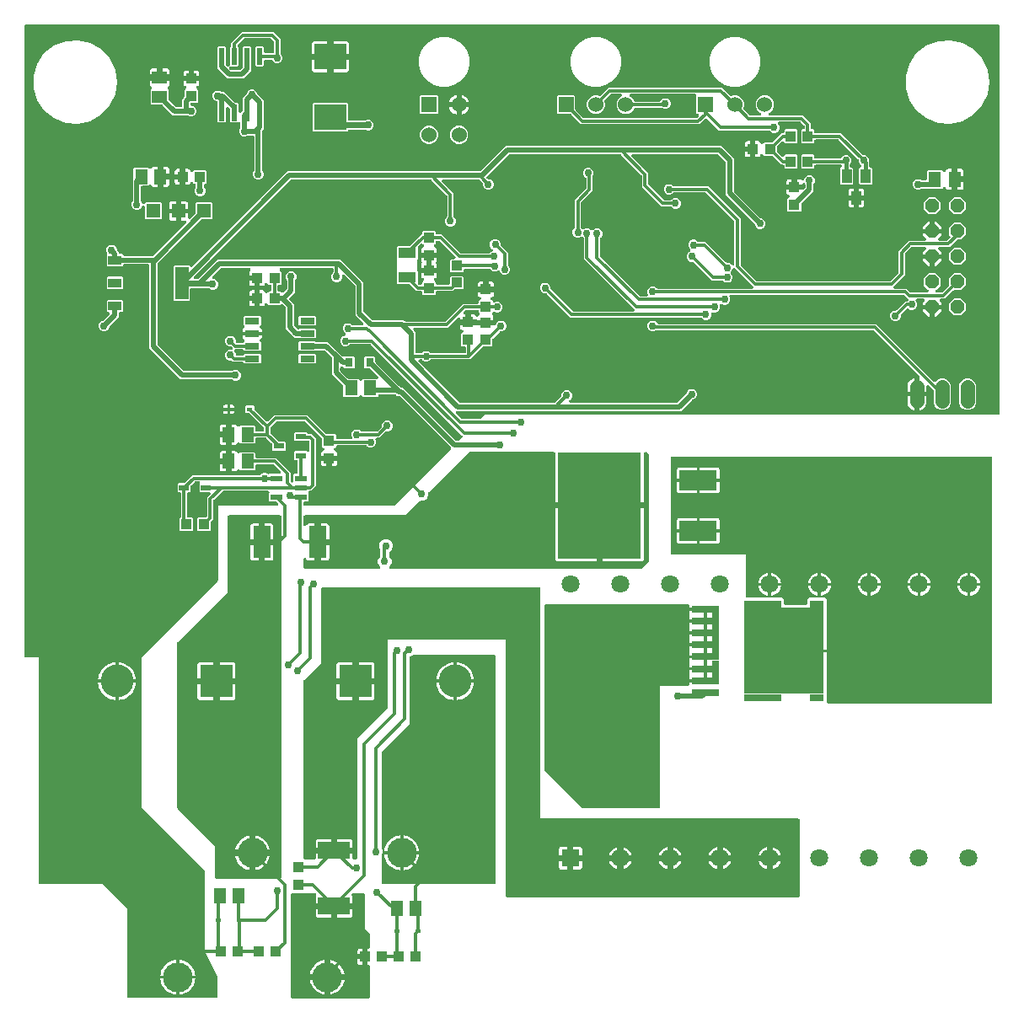
<source format=gbr>
G04 EAGLE Gerber RS-274X export*
G75*
%MOMM*%
%FSLAX34Y34*%
%LPD*%
%INBottom Copper*%
%IPPOS*%
%AMOC8*
5,1,8,0,0,1.08239X$1,22.5*%
G01*
%ADD10R,1.350000X0.950000*%
%ADD11R,1.350000X3.250000*%
%ADD12R,1.530000X1.530000*%
%ADD13C,1.530000*%
%ADD14R,3.200400X2.565400*%
%ADD15R,0.609600X1.663700*%
%ADD16R,1.080000X1.050000*%
%ADD17R,1.408000X1.408000*%
%ADD18R,1.500000X1.300000*%
%ADD19R,1.300000X1.500000*%
%ADD20R,1.050000X1.080000*%
%ADD21R,1.000000X1.100000*%
%ADD22C,1.422400*%
%ADD23R,1.803400X1.016000*%
%ADD24R,1.100000X1.000000*%
%ADD25R,1.300000X1.600000*%
%ADD26P,1.539592X8X112.500000*%
%ADD27R,1.000000X1.400000*%
%ADD28C,3.000000*%
%ADD29R,1.800000X1.800000*%
%ADD30C,1.800000*%
%ADD31R,0.600000X0.450000*%
%ADD32R,3.300000X3.300000*%
%ADD33C,3.300000*%
%ADD34R,3.200000X1.800000*%
%ADD35R,1.800000X3.200000*%
%ADD36R,1.000000X0.600000*%
%ADD37R,3.810000X2.032000*%
%ADD38R,8.380000X10.660000*%
%ADD39R,1.470000X0.650000*%
%ADD40R,0.800000X0.900000*%
%ADD41R,1.200000X0.600000*%
%ADD42R,1.050000X0.600000*%
%ADD43R,2.800000X0.800000*%
%ADD44R,8.000000X8.700000*%
%ADD45R,0.800000X0.500000*%
%ADD46R,3.700000X0.700000*%
%ADD47R,1.400000X0.700000*%
%ADD48C,1.056400*%
%ADD49C,0.304800*%
%ADD50C,1.006400*%
%ADD51C,0.756400*%
%ADD52C,0.508000*%
%ADD53C,0.609600*%
%ADD54C,0.406400*%

G36*
X203220Y11942D02*
X203220Y11942D01*
X203239Y11940D01*
X203341Y11962D01*
X203443Y11979D01*
X203460Y11988D01*
X203480Y11992D01*
X203569Y12045D01*
X203660Y12094D01*
X203674Y12108D01*
X203691Y12118D01*
X203758Y12197D01*
X203830Y12272D01*
X203838Y12290D01*
X203851Y12305D01*
X203890Y12401D01*
X203933Y12495D01*
X203935Y12515D01*
X203943Y12533D01*
X203961Y12700D01*
X203961Y33020D01*
X203946Y33111D01*
X203939Y33203D01*
X203925Y33240D01*
X203922Y33263D01*
X203906Y33291D01*
X203881Y33360D01*
X191261Y58600D01*
X191261Y139700D01*
X191247Y139790D01*
X191239Y139881D01*
X191227Y139911D01*
X191222Y139943D01*
X191179Y140023D01*
X191143Y140107D01*
X191117Y140139D01*
X191106Y140160D01*
X191083Y140182D01*
X191038Y140238D01*
X127761Y203515D01*
X127761Y354290D01*
X127781Y354303D01*
X127891Y354364D01*
X127937Y354404D01*
X127967Y354423D01*
X128001Y354458D01*
X128077Y354523D01*
X204277Y430723D01*
X204345Y430809D01*
X204372Y430836D01*
X204378Y430847D01*
X204440Y430916D01*
X204464Y430958D01*
X204494Y430996D01*
X204548Y431110D01*
X204609Y431221D01*
X204622Y431267D01*
X204643Y431311D01*
X204669Y431434D01*
X204704Y431556D01*
X204709Y431617D01*
X204716Y431652D01*
X204715Y431700D01*
X204723Y431800D01*
X204723Y506477D01*
X263634Y506477D01*
X263734Y506488D01*
X263834Y506490D01*
X263907Y506508D01*
X263980Y506517D01*
X264075Y506550D01*
X264172Y506575D01*
X264239Y506609D01*
X264309Y506634D01*
X264393Y506689D01*
X264482Y506735D01*
X264539Y506783D01*
X264601Y506823D01*
X264671Y506895D01*
X264748Y506960D01*
X264792Y507020D01*
X264844Y507074D01*
X264895Y507160D01*
X264955Y507241D01*
X264984Y507309D01*
X265022Y507373D01*
X265053Y507469D01*
X265093Y507561D01*
X265106Y507634D01*
X265129Y507705D01*
X265137Y507805D01*
X265154Y507904D01*
X265151Y507978D01*
X265157Y508052D01*
X265142Y508152D01*
X265137Y508252D01*
X265116Y508323D01*
X265105Y508397D01*
X265068Y508490D01*
X265040Y508587D01*
X265004Y508652D01*
X264976Y508721D01*
X264919Y508803D01*
X264870Y508891D01*
X264805Y508967D01*
X264777Y509007D01*
X264751Y509031D01*
X264711Y509077D01*
X263749Y510039D01*
X263650Y510118D01*
X263556Y510202D01*
X263514Y510226D01*
X263476Y510256D01*
X263362Y510310D01*
X263251Y510371D01*
X263205Y510384D01*
X263161Y510405D01*
X263038Y510431D01*
X262916Y510466D01*
X262855Y510471D01*
X262821Y510478D01*
X262773Y510477D01*
X262672Y510485D01*
X256458Y510485D01*
X255565Y511378D01*
X255565Y518642D01*
X255785Y518861D01*
X255847Y518939D01*
X255917Y519012D01*
X255955Y519076D01*
X256001Y519134D01*
X256044Y519225D01*
X256096Y519311D01*
X256118Y519382D01*
X256150Y519449D01*
X256171Y519547D01*
X256202Y519643D01*
X256208Y519717D01*
X256224Y519790D01*
X256222Y519890D01*
X256230Y519990D01*
X256219Y520064D01*
X256218Y520138D01*
X256193Y520235D01*
X256178Y520335D01*
X256151Y520404D01*
X256133Y520476D01*
X256087Y520565D01*
X256049Y520659D01*
X256007Y520720D01*
X255973Y520786D01*
X255908Y520863D01*
X255851Y520945D01*
X255795Y520995D01*
X255747Y521051D01*
X255666Y521111D01*
X255592Y521178D01*
X255527Y521214D01*
X255467Y521259D01*
X255375Y521298D01*
X255287Y521347D01*
X255215Y521367D01*
X255147Y521397D01*
X255048Y521414D01*
X254951Y521442D01*
X254851Y521450D01*
X254804Y521458D01*
X254768Y521456D01*
X254708Y521461D01*
X210174Y521461D01*
X210048Y521447D01*
X209922Y521440D01*
X209876Y521427D01*
X209828Y521421D01*
X209709Y521379D01*
X209587Y521344D01*
X209545Y521320D01*
X209499Y521304D01*
X209393Y521235D01*
X209283Y521174D01*
X209237Y521134D01*
X209207Y521115D01*
X209173Y521080D01*
X209097Y521015D01*
X200345Y512263D01*
X200266Y512164D01*
X200182Y512070D01*
X200158Y512028D01*
X200128Y511990D01*
X200074Y511876D01*
X200013Y511765D01*
X200000Y511719D01*
X199979Y511675D01*
X199953Y511552D01*
X199918Y511430D01*
X199913Y511369D01*
X199906Y511334D01*
X199907Y511286D01*
X199899Y511186D01*
X199899Y492907D01*
X197581Y490589D01*
X197502Y490490D01*
X197418Y490396D01*
X197394Y490354D01*
X197364Y490316D01*
X197310Y490202D01*
X197249Y490091D01*
X197236Y490045D01*
X197215Y490001D01*
X197189Y489878D01*
X197154Y489756D01*
X197149Y489695D01*
X197142Y489660D01*
X197143Y489612D01*
X197135Y489512D01*
X197135Y481648D01*
X196242Y480755D01*
X184478Y480755D01*
X183585Y481648D01*
X183585Y493712D01*
X184478Y494605D01*
X192278Y494605D01*
X192304Y494608D01*
X192330Y494606D01*
X192477Y494628D01*
X192624Y494645D01*
X192649Y494653D01*
X192675Y494657D01*
X192813Y494712D01*
X192952Y494762D01*
X192974Y494776D01*
X192999Y494786D01*
X193120Y494871D01*
X193245Y494951D01*
X193263Y494970D01*
X193285Y494985D01*
X193384Y495095D01*
X193487Y495202D01*
X193501Y495224D01*
X193518Y495244D01*
X193590Y495374D01*
X193666Y495501D01*
X193674Y495526D01*
X193687Y495549D01*
X193727Y495692D01*
X193772Y495833D01*
X193774Y495859D01*
X193782Y495884D01*
X193801Y496128D01*
X193801Y514343D01*
X196843Y517385D01*
X196906Y517463D01*
X196976Y517536D01*
X197014Y517600D01*
X197060Y517658D01*
X197103Y517749D01*
X197154Y517835D01*
X197177Y517906D01*
X197209Y517973D01*
X197230Y518071D01*
X197261Y518167D01*
X197267Y518241D01*
X197282Y518314D01*
X197281Y518414D01*
X197289Y518514D01*
X197278Y518588D01*
X197276Y518662D01*
X197252Y518759D01*
X197237Y518859D01*
X197209Y518928D01*
X197191Y519000D01*
X197145Y519089D01*
X197108Y519183D01*
X197066Y519244D01*
X197032Y519310D01*
X196967Y519386D01*
X196909Y519469D01*
X196854Y519519D01*
X196806Y519575D01*
X196725Y519635D01*
X196650Y519702D01*
X196585Y519738D01*
X196526Y519783D01*
X196433Y519822D01*
X196345Y519871D01*
X196274Y519891D01*
X196206Y519921D01*
X196107Y519938D01*
X196010Y519966D01*
X195910Y519974D01*
X195863Y519982D01*
X195827Y519980D01*
X195766Y519985D01*
X186978Y519985D01*
X186085Y520878D01*
X186085Y528142D01*
X186305Y528361D01*
X186367Y528439D01*
X186437Y528512D01*
X186475Y528576D01*
X186521Y528634D01*
X186564Y528725D01*
X186616Y528811D01*
X186638Y528882D01*
X186670Y528949D01*
X186691Y529047D01*
X186722Y529143D01*
X186728Y529217D01*
X186744Y529290D01*
X186742Y529390D01*
X186750Y529490D01*
X186739Y529564D01*
X186738Y529638D01*
X186713Y529735D01*
X186698Y529835D01*
X186671Y529904D01*
X186653Y529976D01*
X186607Y530065D01*
X186569Y530159D01*
X186527Y530220D01*
X186493Y530286D01*
X186428Y530363D01*
X186371Y530445D01*
X186315Y530495D01*
X186267Y530551D01*
X186186Y530611D01*
X186112Y530678D01*
X186047Y530714D01*
X185987Y530759D01*
X185895Y530798D01*
X185807Y530847D01*
X185735Y530867D01*
X185667Y530897D01*
X185568Y530914D01*
X185471Y530942D01*
X185371Y530950D01*
X185324Y530958D01*
X185288Y530956D01*
X185228Y530961D01*
X182004Y530961D01*
X181878Y530947D01*
X181752Y530940D01*
X181706Y530927D01*
X181658Y530921D01*
X181539Y530879D01*
X181417Y530844D01*
X181375Y530820D01*
X181329Y530804D01*
X181223Y530735D01*
X181113Y530674D01*
X181067Y530634D01*
X181037Y530615D01*
X181003Y530580D01*
X180927Y530515D01*
X177581Y527169D01*
X177502Y527070D01*
X177418Y526976D01*
X177394Y526934D01*
X177364Y526896D01*
X177310Y526782D01*
X177249Y526671D01*
X177236Y526625D01*
X177215Y526581D01*
X177189Y526458D01*
X177154Y526336D01*
X177149Y526275D01*
X177142Y526240D01*
X177143Y526192D01*
X177135Y526092D01*
X177135Y520878D01*
X176242Y519985D01*
X175182Y519985D01*
X175156Y519982D01*
X175130Y519984D01*
X174983Y519962D01*
X174836Y519945D01*
X174811Y519937D01*
X174785Y519933D01*
X174647Y519878D01*
X174508Y519828D01*
X174486Y519814D01*
X174461Y519804D01*
X174340Y519719D01*
X174215Y519639D01*
X174197Y519620D01*
X174175Y519605D01*
X174076Y519495D01*
X173973Y519388D01*
X173959Y519366D01*
X173942Y519346D01*
X173870Y519216D01*
X173794Y519089D01*
X173786Y519064D01*
X173773Y519041D01*
X173733Y518898D01*
X173688Y518757D01*
X173686Y518731D01*
X173678Y518706D01*
X173659Y518462D01*
X173659Y496128D01*
X173662Y496102D01*
X173660Y496076D01*
X173682Y495929D01*
X173699Y495782D01*
X173707Y495757D01*
X173711Y495731D01*
X173766Y495593D01*
X173816Y495454D01*
X173830Y495432D01*
X173840Y495407D01*
X173925Y495286D01*
X174005Y495161D01*
X174024Y495143D01*
X174039Y495121D01*
X174149Y495022D01*
X174256Y494919D01*
X174278Y494905D01*
X174298Y494888D01*
X174428Y494816D01*
X174555Y494740D01*
X174580Y494732D01*
X174603Y494719D01*
X174746Y494679D01*
X174887Y494634D01*
X174913Y494632D01*
X174938Y494624D01*
X175182Y494605D01*
X178742Y494605D01*
X179635Y493712D01*
X179635Y481648D01*
X178742Y480755D01*
X166978Y480755D01*
X166085Y481648D01*
X166085Y493712D01*
X167115Y494741D01*
X167194Y494841D01*
X167278Y494934D01*
X167302Y494977D01*
X167332Y495014D01*
X167386Y495129D01*
X167447Y495239D01*
X167460Y495286D01*
X167481Y495329D01*
X167507Y495453D01*
X167542Y495575D01*
X167547Y495635D01*
X167554Y495670D01*
X167553Y495718D01*
X167561Y495818D01*
X167561Y518462D01*
X167558Y518488D01*
X167560Y518514D01*
X167538Y518661D01*
X167521Y518808D01*
X167513Y518833D01*
X167509Y518859D01*
X167454Y518997D01*
X167404Y519136D01*
X167390Y519158D01*
X167380Y519183D01*
X167295Y519304D01*
X167215Y519429D01*
X167196Y519447D01*
X167181Y519469D01*
X167071Y519568D01*
X166964Y519671D01*
X166942Y519685D01*
X166922Y519702D01*
X166792Y519774D01*
X166665Y519850D01*
X166640Y519858D01*
X166617Y519871D01*
X166474Y519911D01*
X166333Y519956D01*
X166307Y519958D01*
X166282Y519966D01*
X166038Y519985D01*
X164978Y519985D01*
X164085Y520878D01*
X164085Y528142D01*
X164978Y529035D01*
X170192Y529035D01*
X170318Y529049D01*
X170444Y529056D01*
X170490Y529069D01*
X170538Y529075D01*
X170657Y529117D01*
X170779Y529152D01*
X170821Y529176D01*
X170867Y529192D01*
X170973Y529261D01*
X171083Y529322D01*
X171129Y529362D01*
X171159Y529381D01*
X171193Y529416D01*
X171269Y529481D01*
X178847Y537059D01*
X246373Y537059D01*
X246499Y537073D01*
X246625Y537080D01*
X246671Y537093D01*
X246719Y537099D01*
X246838Y537141D01*
X246960Y537176D01*
X247002Y537200D01*
X247047Y537216D01*
X247154Y537285D01*
X247264Y537346D01*
X247310Y537386D01*
X247340Y537405D01*
X247374Y537440D01*
X247450Y537505D01*
X248454Y538509D01*
X250404Y539317D01*
X252516Y539317D01*
X254515Y538488D01*
X254529Y538478D01*
X254645Y538386D01*
X254669Y538375D01*
X254690Y538359D01*
X254826Y538301D01*
X254960Y538237D01*
X254986Y538232D01*
X255010Y538221D01*
X255156Y538195D01*
X255301Y538164D01*
X255327Y538164D01*
X255353Y538160D01*
X255501Y538167D01*
X255649Y538170D01*
X255675Y538176D01*
X255701Y538177D01*
X255843Y538219D01*
X255987Y538255D01*
X256011Y538267D01*
X256036Y538274D01*
X256165Y538346D01*
X256297Y538414D01*
X256317Y538431D01*
X256340Y538444D01*
X256447Y538535D01*
X266276Y538535D01*
X266376Y538546D01*
X266476Y538548D01*
X266549Y538566D01*
X266622Y538575D01*
X266717Y538608D01*
X266814Y538633D01*
X266881Y538667D01*
X266951Y538692D01*
X267035Y538747D01*
X267124Y538793D01*
X267181Y538841D01*
X267243Y538881D01*
X267313Y538953D01*
X267390Y539018D01*
X267434Y539078D01*
X267486Y539132D01*
X267537Y539218D01*
X267597Y539299D01*
X267626Y539367D01*
X267664Y539431D01*
X267695Y539527D01*
X267735Y539619D01*
X267748Y539692D01*
X267771Y539763D01*
X267779Y539863D01*
X267796Y539962D01*
X267793Y540036D01*
X267799Y540110D01*
X267784Y540210D01*
X267779Y540310D01*
X267758Y540381D01*
X267747Y540455D01*
X267710Y540548D01*
X267682Y540645D01*
X267646Y540710D01*
X267618Y540779D01*
X267561Y540861D01*
X267512Y540949D01*
X267447Y541025D01*
X267419Y541065D01*
X267393Y541089D01*
X267353Y541135D01*
X260803Y547685D01*
X260704Y547764D01*
X260610Y547848D01*
X260568Y547872D01*
X260530Y547902D01*
X260416Y547956D01*
X260305Y548017D01*
X260259Y548030D01*
X260215Y548051D01*
X260092Y548077D01*
X259970Y548112D01*
X259909Y548117D01*
X259874Y548124D01*
X259826Y548123D01*
X259726Y548131D01*
X243838Y548131D01*
X243812Y548128D01*
X243786Y548130D01*
X243639Y548108D01*
X243492Y548091D01*
X243467Y548083D01*
X243441Y548079D01*
X243303Y548024D01*
X243164Y547974D01*
X243142Y547960D01*
X243117Y547950D01*
X242996Y547865D01*
X242871Y547785D01*
X242853Y547766D01*
X242831Y547751D01*
X242732Y547641D01*
X242629Y547534D01*
X242615Y547512D01*
X242598Y547492D01*
X242526Y547362D01*
X242450Y547235D01*
X242442Y547210D01*
X242429Y547187D01*
X242389Y547044D01*
X242344Y546903D01*
X242342Y546877D01*
X242334Y546852D01*
X242315Y546608D01*
X242315Y543048D01*
X241422Y542155D01*
X227158Y542155D01*
X226461Y542853D01*
X226420Y542885D01*
X226386Y542923D01*
X226285Y542993D01*
X226188Y543070D01*
X226141Y543092D01*
X226099Y543121D01*
X225984Y543166D01*
X225872Y543219D01*
X225823Y543229D01*
X225775Y543248D01*
X225653Y543266D01*
X225532Y543292D01*
X225481Y543291D01*
X225430Y543299D01*
X225307Y543288D01*
X225183Y543286D01*
X225134Y543274D01*
X225083Y543269D01*
X224965Y543231D01*
X224845Y543201D01*
X224800Y543178D01*
X224751Y543162D01*
X224645Y543098D01*
X224536Y543041D01*
X224497Y543008D01*
X224453Y542982D01*
X224364Y542896D01*
X224270Y542816D01*
X224240Y542775D01*
X224203Y542739D01*
X224064Y542538D01*
X223823Y542120D01*
X223350Y541647D01*
X222771Y541312D01*
X222125Y541139D01*
X218337Y541139D01*
X218337Y549656D01*
X218334Y549682D01*
X218336Y549708D01*
X218314Y549855D01*
X218297Y550002D01*
X218288Y550027D01*
X218285Y550053D01*
X218230Y550191D01*
X218180Y550330D01*
X218166Y550352D01*
X218156Y550377D01*
X218071Y550498D01*
X217991Y550623D01*
X217972Y550641D01*
X217957Y550663D01*
X217847Y550762D01*
X217740Y550865D01*
X217718Y550879D01*
X217698Y550896D01*
X217568Y550968D01*
X217441Y551044D01*
X217416Y551052D01*
X217393Y551065D01*
X217250Y551105D01*
X217109Y551150D01*
X217083Y551152D01*
X217058Y551160D01*
X216814Y551179D01*
X215289Y551179D01*
X215289Y551181D01*
X216814Y551181D01*
X216840Y551184D01*
X216866Y551182D01*
X217013Y551204D01*
X217160Y551221D01*
X217185Y551230D01*
X217211Y551233D01*
X217349Y551288D01*
X217488Y551338D01*
X217510Y551352D01*
X217535Y551362D01*
X217656Y551447D01*
X217781Y551527D01*
X217799Y551546D01*
X217821Y551561D01*
X217920Y551671D01*
X218023Y551778D01*
X218037Y551800D01*
X218054Y551820D01*
X218126Y551950D01*
X218202Y552077D01*
X218210Y552102D01*
X218223Y552125D01*
X218263Y552268D01*
X218308Y552409D01*
X218310Y552435D01*
X218318Y552460D01*
X218337Y552704D01*
X218337Y561221D01*
X222125Y561221D01*
X222771Y561048D01*
X223350Y560713D01*
X223823Y560240D01*
X224064Y559822D01*
X224095Y559781D01*
X224118Y559736D01*
X224198Y559642D01*
X224272Y559542D01*
X224311Y559509D01*
X224344Y559471D01*
X224443Y559397D01*
X224538Y559317D01*
X224583Y559294D01*
X224624Y559263D01*
X224738Y559214D01*
X224848Y559158D01*
X224897Y559146D01*
X224944Y559125D01*
X225066Y559104D01*
X225186Y559074D01*
X225237Y559073D01*
X225287Y559064D01*
X225411Y559070D01*
X225534Y559068D01*
X225584Y559079D01*
X225635Y559082D01*
X225754Y559116D01*
X225875Y559142D01*
X225921Y559164D01*
X225970Y559178D01*
X226078Y559239D01*
X226190Y559292D01*
X226230Y559323D01*
X226274Y559348D01*
X226461Y559507D01*
X227158Y560205D01*
X241422Y560205D01*
X242315Y559312D01*
X242315Y555752D01*
X242318Y555726D01*
X242316Y555700D01*
X242338Y555553D01*
X242355Y555406D01*
X242363Y555381D01*
X242367Y555355D01*
X242422Y555217D01*
X242472Y555078D01*
X242486Y555056D01*
X242496Y555031D01*
X242581Y554910D01*
X242661Y554785D01*
X242680Y554767D01*
X242695Y554745D01*
X242805Y554646D01*
X242912Y554543D01*
X242934Y554529D01*
X242954Y554512D01*
X243084Y554440D01*
X243211Y554364D01*
X243236Y554356D01*
X243259Y554343D01*
X243402Y554303D01*
X243543Y554258D01*
X243569Y554256D01*
X243594Y554248D01*
X243838Y554229D01*
X262883Y554229D01*
X277369Y539743D01*
X277369Y531484D01*
X277383Y531358D01*
X277390Y531232D01*
X277403Y531186D01*
X277409Y531138D01*
X277451Y531019D01*
X277486Y530897D01*
X277510Y530855D01*
X277526Y530809D01*
X277595Y530703D01*
X277656Y530593D01*
X277696Y530547D01*
X277715Y530517D01*
X277750Y530483D01*
X277815Y530407D01*
X277965Y530257D01*
X278044Y530194D01*
X278116Y530124D01*
X278180Y530086D01*
X278238Y530040D01*
X278329Y529997D01*
X278415Y529946D01*
X278486Y529923D01*
X278553Y529891D01*
X278651Y529870D01*
X278747Y529839D01*
X278821Y529833D01*
X278894Y529818D01*
X278994Y529819D01*
X279094Y529811D01*
X279168Y529822D01*
X279242Y529824D01*
X279339Y529848D01*
X279439Y529863D01*
X279508Y529891D01*
X279580Y529909D01*
X279669Y529955D01*
X279763Y529992D01*
X279824Y530034D01*
X279890Y530068D01*
X279966Y530133D01*
X280049Y530191D01*
X280099Y530246D01*
X280155Y530294D01*
X280215Y530375D01*
X280282Y530450D01*
X280318Y530515D01*
X280362Y530574D01*
X280402Y530666D01*
X280451Y530755D01*
X280471Y530826D01*
X280501Y530894D01*
X280518Y530993D01*
X280546Y531090D01*
X280554Y531190D01*
X280562Y531237D01*
X280560Y531273D01*
X280565Y531334D01*
X280565Y537642D01*
X281458Y538535D01*
X283288Y538535D01*
X283314Y538538D01*
X283340Y538536D01*
X283487Y538558D01*
X283634Y538575D01*
X283659Y538583D01*
X283685Y538587D01*
X283823Y538642D01*
X283962Y538692D01*
X283984Y538706D01*
X284009Y538716D01*
X284130Y538801D01*
X284255Y538881D01*
X284273Y538900D01*
X284295Y538915D01*
X284394Y539025D01*
X284497Y539132D01*
X284511Y539154D01*
X284528Y539174D01*
X284600Y539304D01*
X284676Y539431D01*
X284684Y539456D01*
X284697Y539479D01*
X284737Y539622D01*
X284782Y539763D01*
X284784Y539789D01*
X284792Y539814D01*
X284811Y540058D01*
X284811Y550872D01*
X284808Y550898D01*
X284810Y550924D01*
X284788Y551071D01*
X284771Y551218D01*
X284763Y551243D01*
X284759Y551269D01*
X284704Y551407D01*
X284654Y551546D01*
X284640Y551568D01*
X284630Y551593D01*
X284545Y551714D01*
X284465Y551839D01*
X284446Y551857D01*
X284431Y551879D01*
X284321Y551978D01*
X284214Y552081D01*
X284192Y552095D01*
X284172Y552112D01*
X284042Y552184D01*
X283915Y552260D01*
X283890Y552268D01*
X283867Y552281D01*
X283724Y552321D01*
X283583Y552366D01*
X283557Y552368D01*
X283532Y552376D01*
X283288Y552395D01*
X281978Y552395D01*
X281085Y553288D01*
X281085Y560552D01*
X281978Y561445D01*
X293742Y561445D01*
X294071Y561115D01*
X294150Y561053D01*
X294222Y560983D01*
X294286Y560945D01*
X294344Y560899D01*
X294435Y560856D01*
X294521Y560804D01*
X294592Y560782D01*
X294659Y560750D01*
X294757Y560729D01*
X294853Y560698D01*
X294927Y560692D01*
X295000Y560676D01*
X295100Y560678D01*
X295200Y560670D01*
X295274Y560681D01*
X295348Y560682D01*
X295445Y560707D01*
X295545Y560722D01*
X295614Y560749D01*
X295686Y560767D01*
X295775Y560813D01*
X295869Y560851D01*
X295930Y560893D01*
X295996Y560927D01*
X296073Y560992D01*
X296155Y561049D01*
X296205Y561105D01*
X296261Y561153D01*
X296321Y561234D01*
X296388Y561308D01*
X296424Y561373D01*
X296469Y561433D01*
X296508Y561525D01*
X296557Y561613D01*
X296577Y561685D01*
X296607Y561753D01*
X296624Y561852D01*
X296652Y561949D01*
X296660Y562049D01*
X296668Y562096D01*
X296666Y562132D01*
X296671Y562192D01*
X296671Y570648D01*
X296660Y570747D01*
X296658Y570848D01*
X296640Y570920D01*
X296631Y570994D01*
X296598Y571088D01*
X296573Y571186D01*
X296539Y571252D01*
X296514Y571322D01*
X296459Y571406D01*
X296413Y571496D01*
X296365Y571552D01*
X296325Y571615D01*
X296253Y571684D01*
X296188Y571761D01*
X296128Y571805D01*
X296074Y571857D01*
X295988Y571908D01*
X295907Y571968D01*
X295839Y571998D01*
X295775Y572036D01*
X295680Y572066D01*
X295587Y572106D01*
X295514Y572119D01*
X295443Y572142D01*
X295343Y572150D01*
X295244Y572168D01*
X295170Y572164D01*
X295096Y572170D01*
X294997Y572155D01*
X294896Y572150D01*
X294825Y572129D01*
X294751Y572118D01*
X294658Y572081D01*
X294561Y572053D01*
X294496Y572017D01*
X294427Y571989D01*
X294345Y571932D01*
X294257Y571883D01*
X294181Y571818D01*
X294141Y571791D01*
X294117Y571764D01*
X294071Y571725D01*
X293742Y571395D01*
X281978Y571395D01*
X281085Y572288D01*
X281085Y579552D01*
X281978Y580445D01*
X293742Y580445D01*
X294685Y579501D01*
X294687Y579485D01*
X294742Y579347D01*
X294792Y579208D01*
X294806Y579186D01*
X294816Y579161D01*
X294901Y579040D01*
X294981Y578915D01*
X295000Y578897D01*
X295015Y578875D01*
X295125Y578776D01*
X295232Y578673D01*
X295254Y578659D01*
X295274Y578642D01*
X295404Y578570D01*
X295531Y578494D01*
X295556Y578486D01*
X295579Y578473D01*
X295722Y578433D01*
X295863Y578388D01*
X295889Y578386D01*
X295914Y578378D01*
X296158Y578359D01*
X298443Y578359D01*
X302769Y574033D01*
X302769Y525787D01*
X298443Y521461D01*
X296828Y521461D01*
X296703Y521447D01*
X296577Y521440D01*
X296530Y521427D01*
X296482Y521421D01*
X296363Y521379D01*
X296242Y521344D01*
X296200Y521320D01*
X296154Y521304D01*
X296048Y521235D01*
X295938Y521174D01*
X295891Y521134D01*
X295861Y521115D01*
X295828Y521080D01*
X295751Y521015D01*
X295573Y520837D01*
X295557Y520817D01*
X295537Y520800D01*
X295449Y520680D01*
X295357Y520564D01*
X295346Y520540D01*
X295330Y520519D01*
X295271Y520383D01*
X295208Y520249D01*
X295202Y520223D01*
X295192Y520199D01*
X295166Y520053D01*
X295134Y519908D01*
X295135Y519882D01*
X295130Y519856D01*
X295138Y519708D01*
X295140Y519560D01*
X295147Y519534D01*
X295148Y519508D01*
X295189Y519366D01*
X295225Y519222D01*
X295237Y519199D01*
X295245Y519173D01*
X295317Y519044D01*
X295385Y518912D01*
X295402Y518892D01*
X295415Y518869D01*
X295573Y518683D01*
X295615Y518642D01*
X295615Y511378D01*
X294722Y510485D01*
X291592Y510485D01*
X291566Y510482D01*
X291540Y510484D01*
X291393Y510462D01*
X291246Y510445D01*
X291221Y510437D01*
X291195Y510433D01*
X291057Y510378D01*
X290918Y510328D01*
X290896Y510314D01*
X290871Y510304D01*
X290750Y510219D01*
X290625Y510139D01*
X290607Y510120D01*
X290585Y510105D01*
X290486Y509995D01*
X290383Y509888D01*
X290369Y509866D01*
X290352Y509846D01*
X290280Y509716D01*
X290204Y509589D01*
X290196Y509564D01*
X290183Y509541D01*
X290143Y509398D01*
X290098Y509257D01*
X290096Y509231D01*
X290088Y509206D01*
X290069Y508962D01*
X290069Y508000D01*
X290072Y507974D01*
X290070Y507948D01*
X290092Y507801D01*
X290109Y507654D01*
X290117Y507629D01*
X290121Y507603D01*
X290176Y507465D01*
X290226Y507326D01*
X290240Y507304D01*
X290250Y507279D01*
X290335Y507158D01*
X290415Y507033D01*
X290434Y507015D01*
X290449Y506993D01*
X290559Y506894D01*
X290666Y506791D01*
X290688Y506777D01*
X290708Y506760D01*
X290838Y506688D01*
X290965Y506612D01*
X290990Y506604D01*
X291013Y506591D01*
X291156Y506551D01*
X291297Y506506D01*
X291323Y506504D01*
X291348Y506496D01*
X291592Y506477D01*
X381000Y506477D01*
X381126Y506491D01*
X381252Y506498D01*
X381298Y506511D01*
X381346Y506517D01*
X381465Y506559D01*
X381587Y506594D01*
X381629Y506618D01*
X381674Y506634D01*
X381781Y506703D01*
X381891Y506764D01*
X381937Y506804D01*
X381967Y506823D01*
X382001Y506858D01*
X382077Y506923D01*
X438451Y563297D01*
X438467Y563317D01*
X438487Y563334D01*
X438575Y563454D01*
X438667Y563570D01*
X438679Y563593D01*
X438694Y563614D01*
X438753Y563750D01*
X438816Y563885D01*
X438822Y563910D01*
X438832Y563934D01*
X438859Y564081D01*
X438890Y564225D01*
X438889Y564252D01*
X438894Y564277D01*
X438886Y564426D01*
X438884Y564574D01*
X438877Y564599D01*
X438876Y564626D01*
X438835Y564768D01*
X438799Y564912D01*
X438787Y564935D01*
X438779Y564960D01*
X438707Y565089D01*
X438639Y565222D01*
X438622Y565242D01*
X438609Y565265D01*
X438451Y565451D01*
X437449Y566452D01*
X437449Y566453D01*
X387382Y616519D01*
X387283Y616598D01*
X387190Y616682D01*
X387147Y616706D01*
X387109Y616736D01*
X386995Y616790D01*
X386885Y616851D01*
X386838Y616864D01*
X386794Y616885D01*
X386671Y616911D01*
X386549Y616946D01*
X386488Y616951D01*
X386454Y616958D01*
X386406Y616957D01*
X386305Y616965D01*
X384736Y616965D01*
X383912Y617789D01*
X383813Y617868D01*
X383720Y617952D01*
X383677Y617976D01*
X383639Y618006D01*
X383525Y618060D01*
X383415Y618121D01*
X383368Y618134D01*
X383324Y618155D01*
X383201Y618181D01*
X383079Y618216D01*
X383018Y618221D01*
X382984Y618228D01*
X382936Y618227D01*
X382835Y618235D01*
X367028Y618235D01*
X367002Y618232D01*
X366976Y618234D01*
X366829Y618212D01*
X366682Y618195D01*
X366657Y618187D01*
X366631Y618183D01*
X366493Y618128D01*
X366354Y618078D01*
X366332Y618064D01*
X366307Y618054D01*
X366186Y617969D01*
X366061Y617889D01*
X366043Y617870D01*
X366021Y617855D01*
X365922Y617745D01*
X365819Y617638D01*
X365805Y617616D01*
X365788Y617596D01*
X365716Y617466D01*
X365640Y617339D01*
X365632Y617314D01*
X365619Y617291D01*
X365579Y617148D01*
X365534Y617007D01*
X365532Y616981D01*
X365524Y616956D01*
X365505Y616712D01*
X365505Y616708D01*
X364612Y615815D01*
X350348Y615815D01*
X349057Y617107D01*
X349037Y617123D01*
X349020Y617143D01*
X348900Y617231D01*
X348784Y617323D01*
X348760Y617334D01*
X348739Y617350D01*
X348603Y617409D01*
X348469Y617472D01*
X348443Y617478D01*
X348419Y617488D01*
X348273Y617514D01*
X348128Y617546D01*
X348102Y617545D01*
X348076Y617550D01*
X347928Y617542D01*
X347780Y617540D01*
X347754Y617533D01*
X347728Y617532D01*
X347586Y617491D01*
X347442Y617455D01*
X347419Y617443D01*
X347393Y617435D01*
X347264Y617363D01*
X347132Y617295D01*
X347112Y617278D01*
X347089Y617265D01*
X346903Y617107D01*
X345612Y615815D01*
X331348Y615815D01*
X330455Y616708D01*
X330455Y626485D01*
X330441Y626611D01*
X330434Y626737D01*
X330421Y626784D01*
X330415Y626832D01*
X330373Y626951D01*
X330338Y627072D01*
X330314Y627114D01*
X330298Y627160D01*
X330229Y627266D01*
X330168Y627376D01*
X330128Y627422D01*
X330109Y627452D01*
X330074Y627486D01*
X330009Y627562D01*
X321977Y635594D01*
X319150Y638421D01*
X319150Y654910D01*
X319136Y655036D01*
X319129Y655162D01*
X319116Y655209D01*
X319110Y655257D01*
X319068Y655376D01*
X319033Y655497D01*
X319009Y655539D01*
X318993Y655585D01*
X318924Y655691D01*
X318863Y655801D01*
X318823Y655847D01*
X318804Y655877D01*
X318769Y655911D01*
X318704Y655987D01*
X312452Y662239D01*
X312353Y662318D01*
X312260Y662402D01*
X312217Y662426D01*
X312179Y662456D01*
X312065Y662510D01*
X311955Y662571D01*
X311908Y662584D01*
X311864Y662605D01*
X311741Y662631D01*
X311619Y662666D01*
X311558Y662671D01*
X311524Y662678D01*
X311476Y662677D01*
X311375Y662685D01*
X303673Y662685D01*
X303547Y662671D01*
X303421Y662664D01*
X303374Y662651D01*
X303326Y662645D01*
X303207Y662603D01*
X303086Y662568D01*
X303044Y662544D01*
X302998Y662528D01*
X302892Y662459D01*
X302782Y662398D01*
X302735Y662358D01*
X302705Y662339D01*
X302672Y662304D01*
X302595Y662239D01*
X302332Y661975D01*
X286368Y661975D01*
X285475Y662868D01*
X285475Y670632D01*
X286368Y671525D01*
X302332Y671525D01*
X302595Y671261D01*
X302694Y671182D01*
X302788Y671098D01*
X302831Y671074D01*
X302868Y671044D01*
X302983Y670990D01*
X303093Y670929D01*
X303140Y670916D01*
X303184Y670895D01*
X303307Y670869D01*
X303429Y670834D01*
X303489Y670829D01*
X303524Y670822D01*
X303572Y670823D01*
X303673Y670815D01*
X315374Y670815D01*
X327726Y658463D01*
X329674Y656514D01*
X329694Y656498D01*
X329711Y656478D01*
X329831Y656390D01*
X329947Y656298D01*
X329971Y656287D01*
X329992Y656271D01*
X330128Y656212D01*
X330262Y656149D01*
X330288Y656143D01*
X330312Y656133D01*
X330458Y656107D01*
X330603Y656076D01*
X330629Y656076D01*
X330655Y656071D01*
X330803Y656079D01*
X330951Y656082D01*
X330977Y656088D01*
X331003Y656089D01*
X331145Y656130D01*
X331289Y656167D01*
X331313Y656179D01*
X331338Y656186D01*
X331467Y656258D01*
X331480Y656265D01*
X340842Y656265D01*
X341735Y655372D01*
X341735Y645108D01*
X340842Y644215D01*
X331578Y644215D01*
X330562Y645232D01*
X330528Y645326D01*
X330514Y645348D01*
X330504Y645373D01*
X330419Y645494D01*
X330339Y645619D01*
X330320Y645637D01*
X330305Y645659D01*
X330195Y645758D01*
X330088Y645861D01*
X330066Y645875D01*
X330046Y645892D01*
X329916Y645964D01*
X329789Y646040D01*
X329764Y646048D01*
X329741Y646061D01*
X329598Y646101D01*
X329457Y646146D01*
X329431Y646148D01*
X329406Y646156D01*
X329162Y646175D01*
X328803Y646175D01*
X328777Y646172D01*
X328751Y646174D01*
X328604Y646152D01*
X328457Y646135D01*
X328432Y646127D01*
X328406Y646123D01*
X328268Y646068D01*
X328129Y646018D01*
X328107Y646004D01*
X328082Y645994D01*
X327961Y645909D01*
X327836Y645829D01*
X327818Y645810D01*
X327796Y645795D01*
X327697Y645685D01*
X327594Y645578D01*
X327580Y645556D01*
X327563Y645536D01*
X327491Y645406D01*
X327415Y645279D01*
X327407Y645254D01*
X327394Y645231D01*
X327354Y645088D01*
X327309Y644947D01*
X327307Y644921D01*
X327299Y644896D01*
X327280Y644652D01*
X327280Y642420D01*
X327294Y642294D01*
X327301Y642168D01*
X327314Y642121D01*
X327320Y642073D01*
X327362Y641954D01*
X327397Y641833D01*
X327421Y641791D01*
X327437Y641745D01*
X327506Y641639D01*
X327567Y641529D01*
X327607Y641482D01*
X327626Y641452D01*
X327661Y641419D01*
X327726Y641343D01*
X334758Y634311D01*
X334857Y634232D01*
X334950Y634148D01*
X334993Y634124D01*
X335031Y634094D01*
X335145Y634040D01*
X335255Y633979D01*
X335302Y633966D01*
X335346Y633945D01*
X335469Y633919D01*
X335591Y633884D01*
X335652Y633879D01*
X335686Y633872D01*
X335734Y633873D01*
X335835Y633865D01*
X345612Y633865D01*
X346903Y632573D01*
X346923Y632557D01*
X346940Y632537D01*
X347060Y632449D01*
X347176Y632357D01*
X347200Y632346D01*
X347221Y632330D01*
X347357Y632271D01*
X347491Y632208D01*
X347517Y632202D01*
X347541Y632192D01*
X347687Y632166D01*
X347832Y632134D01*
X347858Y632135D01*
X347884Y632130D01*
X348032Y632138D01*
X348180Y632140D01*
X348206Y632147D01*
X348232Y632148D01*
X348374Y632189D01*
X348518Y632225D01*
X348541Y632237D01*
X348567Y632245D01*
X348696Y632317D01*
X348828Y632385D01*
X348848Y632402D01*
X348871Y632415D01*
X349057Y632573D01*
X350348Y633865D01*
X364159Y633865D01*
X364259Y633876D01*
X364360Y633878D01*
X364432Y633896D01*
X364506Y633905D01*
X364600Y633938D01*
X364698Y633963D01*
X364764Y633997D01*
X364834Y634022D01*
X364918Y634077D01*
X365007Y634123D01*
X365064Y634171D01*
X365127Y634211D01*
X365196Y634283D01*
X365273Y634348D01*
X365317Y634408D01*
X365369Y634462D01*
X365420Y634548D01*
X365480Y634629D01*
X365509Y634697D01*
X365548Y634761D01*
X365578Y634857D01*
X365618Y634949D01*
X365631Y635022D01*
X365654Y635093D01*
X365662Y635193D01*
X365680Y635292D01*
X365676Y635366D01*
X365682Y635440D01*
X365667Y635540D01*
X365662Y635640D01*
X365641Y635711D01*
X365630Y635785D01*
X365593Y635878D01*
X365565Y635975D01*
X365529Y636040D01*
X365501Y636109D01*
X365444Y636191D01*
X365395Y636279D01*
X365330Y636355D01*
X365302Y636395D01*
X365276Y636419D01*
X365237Y636465D01*
X357932Y643769D01*
X357833Y643848D01*
X357740Y643932D01*
X357697Y643956D01*
X357659Y643986D01*
X357545Y644040D01*
X357435Y644101D01*
X357388Y644114D01*
X357344Y644135D01*
X357221Y644161D01*
X357099Y644196D01*
X357038Y644201D01*
X357004Y644208D01*
X356956Y644207D01*
X356855Y644215D01*
X352578Y644215D01*
X351685Y645108D01*
X351685Y655372D01*
X352578Y656265D01*
X361842Y656265D01*
X362735Y655372D01*
X362735Y651095D01*
X362737Y651075D01*
X362736Y651058D01*
X362749Y650967D01*
X362756Y650843D01*
X362769Y650796D01*
X362775Y650748D01*
X362817Y650629D01*
X362852Y650508D01*
X362876Y650466D01*
X362892Y650420D01*
X362961Y650314D01*
X363022Y650204D01*
X363062Y650158D01*
X363081Y650128D01*
X363116Y650094D01*
X363181Y650018D01*
X386388Y626811D01*
X387657Y625541D01*
X387757Y625462D01*
X387850Y625378D01*
X387893Y625354D01*
X387931Y625324D01*
X388045Y625270D01*
X388155Y625209D01*
X388202Y625196D01*
X388246Y625175D01*
X388369Y625149D01*
X388491Y625114D01*
X388552Y625109D01*
X388586Y625102D01*
X388634Y625103D01*
X388735Y625095D01*
X390304Y625095D01*
X443198Y572201D01*
X443297Y572122D01*
X443390Y572038D01*
X443433Y572014D01*
X443471Y571984D01*
X443585Y571930D01*
X443695Y571869D01*
X443742Y571856D01*
X443786Y571835D01*
X443909Y571809D01*
X444031Y571774D01*
X444092Y571769D01*
X444126Y571762D01*
X444174Y571763D01*
X444275Y571755D01*
X446278Y571755D01*
X446404Y571769D01*
X446530Y571776D01*
X446576Y571789D01*
X446624Y571795D01*
X446743Y571837D01*
X446865Y571872D01*
X446907Y571896D01*
X446952Y571912D01*
X447059Y571981D01*
X447169Y572042D01*
X447215Y572082D01*
X447245Y572101D01*
X447279Y572136D01*
X447355Y572201D01*
X449964Y574810D01*
X449980Y574831D01*
X450000Y574848D01*
X450089Y574967D01*
X450181Y575083D01*
X450192Y575107D01*
X450208Y575128D01*
X450266Y575264D01*
X450330Y575398D01*
X450335Y575424D01*
X450346Y575448D01*
X450372Y575594D01*
X450403Y575739D01*
X450403Y575765D01*
X450407Y575791D01*
X450400Y575939D01*
X450397Y576087D01*
X450391Y576113D01*
X450389Y576139D01*
X450348Y576281D01*
X450312Y576425D01*
X450300Y576449D01*
X450293Y576474D01*
X450221Y576603D01*
X450153Y576735D01*
X450136Y576755D01*
X450123Y576778D01*
X449964Y576964D01*
X358593Y668335D01*
X358494Y668414D01*
X358400Y668498D01*
X358358Y668522D01*
X358320Y668552D01*
X358206Y668606D01*
X358095Y668667D01*
X358049Y668680D01*
X358005Y668701D01*
X357882Y668727D01*
X357760Y668762D01*
X357699Y668767D01*
X357664Y668774D01*
X357616Y668773D01*
X357516Y668781D01*
X337827Y668781D01*
X337701Y668767D01*
X337575Y668760D01*
X337529Y668747D01*
X337481Y668741D01*
X337362Y668699D01*
X337240Y668664D01*
X337198Y668640D01*
X337153Y668624D01*
X337047Y668555D01*
X336936Y668494D01*
X336890Y668454D01*
X336860Y668435D01*
X336826Y668400D01*
X336750Y668335D01*
X335746Y667331D01*
X333796Y666523D01*
X331684Y666523D01*
X329734Y667331D01*
X328241Y668824D01*
X327433Y670774D01*
X327433Y672886D01*
X328241Y674836D01*
X329734Y676329D01*
X331694Y677141D01*
X331704Y677140D01*
X331827Y677162D01*
X331950Y677177D01*
X331998Y677194D01*
X332047Y677203D01*
X332161Y677252D01*
X332278Y677294D01*
X332321Y677321D01*
X332367Y677342D01*
X332467Y677416D01*
X332571Y677483D01*
X332606Y677519D01*
X332647Y677549D01*
X332727Y677644D01*
X332813Y677734D01*
X332839Y677777D01*
X332872Y677816D01*
X332928Y677926D01*
X332992Y678033D01*
X333007Y678081D01*
X333030Y678126D01*
X333060Y678246D01*
X333098Y678365D01*
X333102Y678415D01*
X333115Y678464D01*
X333116Y678588D01*
X333126Y678712D01*
X333119Y678762D01*
X333120Y678812D01*
X333093Y678934D01*
X333075Y679057D01*
X333056Y679104D01*
X333045Y679153D01*
X332992Y679265D01*
X332946Y679381D01*
X332917Y679422D01*
X332895Y679468D01*
X332818Y679565D01*
X332747Y679667D01*
X332710Y679701D01*
X332678Y679740D01*
X332580Y679817D01*
X332488Y679900D01*
X332444Y679925D01*
X332404Y679956D01*
X332291Y680014D01*
X330781Y681524D01*
X329973Y683474D01*
X329973Y685586D01*
X330781Y687536D01*
X332274Y689029D01*
X334224Y689837D01*
X336336Y689837D01*
X338286Y689029D01*
X339290Y688025D01*
X339389Y687946D01*
X339483Y687862D01*
X339525Y687838D01*
X339563Y687808D01*
X339677Y687754D01*
X339788Y687693D01*
X339834Y687680D01*
X339878Y687659D01*
X340001Y687633D01*
X340123Y687598D01*
X340184Y687593D01*
X340219Y687586D01*
X340267Y687587D01*
X340367Y687579D01*
X349475Y687579D01*
X349575Y687590D01*
X349676Y687592D01*
X349748Y687610D01*
X349822Y687619D01*
X349916Y687652D01*
X350014Y687677D01*
X350080Y687711D01*
X350150Y687736D01*
X350234Y687791D01*
X350323Y687837D01*
X350380Y687885D01*
X350443Y687925D01*
X350512Y687997D01*
X350589Y688062D01*
X350633Y688122D01*
X350685Y688176D01*
X350736Y688262D01*
X350796Y688343D01*
X350825Y688411D01*
X350864Y688475D01*
X350894Y688571D01*
X350934Y688663D01*
X350947Y688736D01*
X350970Y688807D01*
X350978Y688907D01*
X350996Y689006D01*
X350992Y689080D01*
X350998Y689154D01*
X350983Y689254D01*
X350978Y689354D01*
X350957Y689425D01*
X350946Y689499D01*
X350909Y689592D01*
X350881Y689689D01*
X350845Y689754D01*
X350817Y689823D01*
X350760Y689905D01*
X350711Y689993D01*
X350646Y690069D01*
X350618Y690109D01*
X350592Y690133D01*
X350553Y690179D01*
X342645Y698086D01*
X342645Y726665D01*
X342631Y726791D01*
X342624Y726917D01*
X342611Y726964D01*
X342605Y727012D01*
X342563Y727131D01*
X342528Y727252D01*
X342504Y727294D01*
X342488Y727340D01*
X342419Y727446D01*
X342358Y727556D01*
X342318Y727602D01*
X342299Y727632D01*
X342264Y727666D01*
X342199Y727742D01*
X331757Y738185D01*
X331679Y738247D01*
X331606Y738317D01*
X331542Y738355D01*
X331484Y738401D01*
X331393Y738444D01*
X331307Y738496D01*
X331236Y738518D01*
X331169Y738550D01*
X331071Y738571D01*
X330975Y738602D01*
X330901Y738608D01*
X330828Y738623D01*
X330728Y738622D01*
X330628Y738630D01*
X330554Y738619D01*
X330480Y738617D01*
X330383Y738593D01*
X330283Y738578D01*
X330214Y738551D01*
X330142Y738532D01*
X330052Y738486D01*
X329959Y738449D01*
X329898Y738407D01*
X329832Y738373D01*
X329755Y738308D01*
X329673Y738250D01*
X329623Y738195D01*
X329567Y738147D01*
X329507Y738066D01*
X329440Y737992D01*
X329404Y737927D01*
X329359Y737867D01*
X329320Y737775D01*
X329271Y737687D01*
X329251Y737615D01*
X329221Y737547D01*
X329204Y737448D01*
X329176Y737351D01*
X329168Y737251D01*
X329160Y737204D01*
X329162Y737168D01*
X329157Y737107D01*
X329157Y735544D01*
X328349Y733594D01*
X326856Y732101D01*
X324906Y731293D01*
X322794Y731293D01*
X320844Y732101D01*
X319351Y733594D01*
X318543Y735544D01*
X318543Y737656D01*
X319351Y739606D01*
X320355Y740610D01*
X320434Y740709D01*
X320518Y740803D01*
X320542Y740845D01*
X320572Y740883D01*
X320626Y740997D01*
X320687Y741108D01*
X320700Y741154D01*
X320721Y741198D01*
X320747Y741321D01*
X320782Y741443D01*
X320787Y741504D01*
X320794Y741539D01*
X320793Y741587D01*
X320801Y741687D01*
X320801Y743712D01*
X320798Y743738D01*
X320800Y743764D01*
X320778Y743911D01*
X320761Y744058D01*
X320753Y744083D01*
X320749Y744109D01*
X320694Y744247D01*
X320644Y744386D01*
X320630Y744408D01*
X320620Y744433D01*
X320535Y744554D01*
X320455Y744679D01*
X320436Y744697D01*
X320421Y744719D01*
X320311Y744818D01*
X320204Y744921D01*
X320182Y744935D01*
X320162Y744952D01*
X320032Y745024D01*
X319905Y745100D01*
X319880Y745108D01*
X319857Y745121D01*
X319714Y745161D01*
X319573Y745206D01*
X319547Y745208D01*
X319522Y745216D01*
X319278Y745235D01*
X268058Y745235D01*
X267959Y745224D01*
X267858Y745222D01*
X267786Y745204D01*
X267712Y745195D01*
X267618Y745162D01*
X267520Y745137D01*
X267454Y745103D01*
X267384Y745078D01*
X267300Y745023D01*
X267210Y744977D01*
X267154Y744929D01*
X267091Y744889D01*
X267022Y744817D01*
X266945Y744752D01*
X266901Y744692D01*
X266849Y744638D01*
X266798Y744552D01*
X266738Y744471D01*
X266708Y744403D01*
X266670Y744339D01*
X266640Y744243D01*
X266600Y744151D01*
X266587Y744078D01*
X266564Y744007D01*
X266556Y743907D01*
X266538Y743808D01*
X266542Y743734D01*
X266536Y743660D01*
X266551Y743560D01*
X266556Y743460D01*
X266577Y743389D01*
X266588Y743315D01*
X266625Y743222D01*
X266653Y743125D01*
X266689Y743060D01*
X266717Y742991D01*
X266774Y742909D01*
X266823Y742821D01*
X266888Y742745D01*
X266915Y742705D01*
X266942Y742681D01*
X266981Y742635D01*
X268255Y741362D01*
X268255Y729298D01*
X267362Y728405D01*
X266052Y728405D01*
X266026Y728402D01*
X266000Y728404D01*
X265853Y728382D01*
X265706Y728365D01*
X265681Y728357D01*
X265655Y728353D01*
X265517Y728298D01*
X265378Y728248D01*
X265356Y728234D01*
X265331Y728224D01*
X265210Y728139D01*
X265085Y728059D01*
X265067Y728040D01*
X265045Y728025D01*
X264946Y727915D01*
X264843Y727808D01*
X264829Y727786D01*
X264812Y727766D01*
X264740Y727636D01*
X264664Y727509D01*
X264656Y727484D01*
X264643Y727461D01*
X264603Y727318D01*
X264558Y727177D01*
X264556Y727151D01*
X264548Y727126D01*
X264529Y726882D01*
X264529Y723458D01*
X264532Y723432D01*
X264530Y723406D01*
X264552Y723259D01*
X264569Y723112D01*
X264577Y723087D01*
X264581Y723061D01*
X264636Y722923D01*
X264686Y722784D01*
X264700Y722762D01*
X264710Y722737D01*
X264795Y722616D01*
X264875Y722491D01*
X264894Y722473D01*
X264909Y722451D01*
X265019Y722352D01*
X265126Y722249D01*
X265148Y722235D01*
X265168Y722218D01*
X265298Y722146D01*
X265425Y722070D01*
X265450Y722062D01*
X265473Y722049D01*
X265616Y722009D01*
X265757Y721964D01*
X265783Y721962D01*
X265808Y721954D01*
X266052Y721935D01*
X267362Y721935D01*
X268447Y720849D01*
X268467Y720833D01*
X268484Y720813D01*
X268604Y720725D01*
X268720Y720633D01*
X268744Y720622D01*
X268765Y720606D01*
X268901Y720547D01*
X269035Y720484D01*
X269061Y720478D01*
X269085Y720468D01*
X269231Y720442D01*
X269376Y720411D01*
X269402Y720411D01*
X269428Y720406D01*
X269576Y720414D01*
X269724Y720417D01*
X269750Y720423D01*
X269776Y720424D01*
X269918Y720465D01*
X270062Y720502D01*
X270085Y720514D01*
X270111Y720521D01*
X270240Y720593D01*
X270372Y720661D01*
X270392Y720678D01*
X270415Y720691D01*
X270601Y720849D01*
X273619Y723868D01*
X273698Y723967D01*
X273782Y724060D01*
X273806Y724103D01*
X273836Y724141D01*
X273890Y724255D01*
X273951Y724365D01*
X273964Y724412D01*
X273985Y724456D01*
X274011Y724579D01*
X274046Y724701D01*
X274051Y724762D01*
X274058Y724796D01*
X274057Y724844D01*
X274065Y724945D01*
X274065Y732529D01*
X274051Y732655D01*
X274044Y732781D01*
X274031Y732827D01*
X274025Y732875D01*
X273983Y732994D01*
X273948Y733116D01*
X273924Y733158D01*
X273908Y733203D01*
X273839Y733309D01*
X273778Y733420D01*
X273738Y733466D01*
X273719Y733496D01*
X273684Y733530D01*
X273633Y733590D01*
X272823Y735544D01*
X272823Y737656D01*
X273631Y739606D01*
X275124Y741099D01*
X277074Y741907D01*
X279186Y741907D01*
X281136Y741099D01*
X282629Y739606D01*
X283437Y737656D01*
X283437Y735544D01*
X282626Y733587D01*
X282562Y733507D01*
X282478Y733413D01*
X282454Y733371D01*
X282424Y733333D01*
X282370Y733219D01*
X282309Y733108D01*
X282296Y733062D01*
X282275Y733018D01*
X282249Y732895D01*
X282214Y732773D01*
X282209Y732712D01*
X282202Y732677D01*
X282203Y732629D01*
X282195Y732529D01*
X282195Y720946D01*
X276701Y715452D01*
X276684Y715432D01*
X276664Y715415D01*
X276576Y715295D01*
X276484Y715179D01*
X276473Y715155D01*
X276457Y715134D01*
X276398Y714998D01*
X276335Y714864D01*
X276329Y714838D01*
X276319Y714814D01*
X276293Y714668D01*
X276262Y714523D01*
X276262Y714497D01*
X276257Y714471D01*
X276265Y714322D01*
X276268Y714175D01*
X276274Y714149D01*
X276275Y714123D01*
X276316Y713981D01*
X276353Y713837D01*
X276365Y713814D01*
X276372Y713788D01*
X276444Y713659D01*
X276512Y713527D01*
X276529Y713507D01*
X276542Y713484D01*
X276701Y713298D01*
X280925Y709074D01*
X280925Y688115D01*
X280939Y687989D01*
X280946Y687863D01*
X280959Y687816D01*
X280965Y687768D01*
X281007Y687649D01*
X281042Y687528D01*
X281066Y687486D01*
X281082Y687440D01*
X281151Y687334D01*
X281212Y687224D01*
X281252Y687178D01*
X281271Y687148D01*
X281306Y687114D01*
X281371Y687038D01*
X284199Y684209D01*
X284219Y684193D01*
X284236Y684173D01*
X284356Y684085D01*
X284472Y683993D01*
X284496Y683982D01*
X284517Y683966D01*
X284653Y683907D01*
X284787Y683844D01*
X284813Y683838D01*
X284837Y683828D01*
X284983Y683802D01*
X285128Y683771D01*
X285154Y683771D01*
X285180Y683766D01*
X285328Y683774D01*
X285476Y683777D01*
X285502Y683783D01*
X285528Y683784D01*
X285670Y683825D01*
X285814Y683862D01*
X285837Y683874D01*
X285863Y683881D01*
X285992Y683953D01*
X286124Y684021D01*
X286144Y684038D01*
X286167Y684051D01*
X286353Y684209D01*
X286368Y684225D01*
X302332Y684225D01*
X303225Y683332D01*
X303225Y675568D01*
X302332Y674675D01*
X286368Y674675D01*
X286105Y674939D01*
X286006Y675018D01*
X285912Y675102D01*
X285869Y675126D01*
X285832Y675156D01*
X285717Y675210D01*
X285607Y675271D01*
X285560Y675284D01*
X285516Y675305D01*
X285393Y675331D01*
X285271Y675366D01*
X285211Y675371D01*
X285176Y675378D01*
X285128Y675377D01*
X285027Y675385D01*
X281526Y675385D01*
X272795Y684116D01*
X272795Y705075D01*
X272781Y705201D01*
X272774Y705327D01*
X272761Y705374D01*
X272755Y705422D01*
X272713Y705541D01*
X272678Y705662D01*
X272654Y705704D01*
X272638Y705750D01*
X272569Y705856D01*
X272508Y705966D01*
X272468Y706012D01*
X272449Y706042D01*
X272414Y706076D01*
X272349Y706152D01*
X269966Y708536D01*
X269946Y708552D01*
X269929Y708572D01*
X269809Y708660D01*
X269693Y708752D01*
X269669Y708763D01*
X269648Y708779D01*
X269512Y708838D01*
X269378Y708901D01*
X269352Y708907D01*
X269328Y708917D01*
X269182Y708943D01*
X269037Y708974D01*
X269011Y708974D01*
X268985Y708979D01*
X268837Y708971D01*
X268689Y708968D01*
X268663Y708962D01*
X268637Y708961D01*
X268495Y708920D01*
X268351Y708883D01*
X268328Y708871D01*
X268302Y708864D01*
X268173Y708792D01*
X268041Y708724D01*
X268021Y708707D01*
X267998Y708694D01*
X267812Y708536D01*
X267362Y708085D01*
X255598Y708085D01*
X254657Y709027D01*
X254615Y709144D01*
X254569Y709287D01*
X254556Y709308D01*
X254548Y709331D01*
X254467Y709457D01*
X254390Y709586D01*
X254372Y709603D01*
X254359Y709624D01*
X254251Y709728D01*
X254147Y709836D01*
X254126Y709849D01*
X254108Y709866D01*
X253980Y709943D01*
X253854Y710024D01*
X253830Y710033D01*
X253809Y710045D01*
X253667Y710091D01*
X253526Y710141D01*
X253501Y710144D01*
X253477Y710151D01*
X253328Y710163D01*
X253179Y710180D01*
X253155Y710177D01*
X253130Y710179D01*
X252982Y710157D01*
X252833Y710140D01*
X252810Y710131D01*
X252785Y710128D01*
X252646Y710073D01*
X252505Y710022D01*
X252484Y710008D01*
X252461Y709999D01*
X252339Y709914D01*
X252213Y709832D01*
X252195Y709814D01*
X252175Y709800D01*
X252075Y709689D01*
X251971Y709581D01*
X251958Y709560D01*
X251942Y709541D01*
X251869Y709410D01*
X251793Y709282D01*
X251783Y709253D01*
X251773Y709236D01*
X251760Y709190D01*
X251711Y709051D01*
X251598Y708629D01*
X251263Y708050D01*
X250790Y707577D01*
X250211Y707242D01*
X249565Y707069D01*
X246604Y707069D01*
X246604Y713909D01*
X246601Y713935D01*
X246603Y713961D01*
X246581Y714108D01*
X246564Y714255D01*
X246556Y714280D01*
X246552Y714306D01*
X246497Y714443D01*
X246447Y714583D01*
X246433Y714605D01*
X246423Y714630D01*
X246338Y714751D01*
X246258Y714876D01*
X246239Y714894D01*
X246224Y714916D01*
X246123Y715007D01*
X246187Y715078D01*
X246290Y715185D01*
X246304Y715208D01*
X246321Y715227D01*
X246393Y715357D01*
X246469Y715484D01*
X246477Y715509D01*
X246490Y715532D01*
X246530Y715675D01*
X246575Y715816D01*
X246577Y715842D01*
X246585Y715867D01*
X246604Y716111D01*
X246604Y722951D01*
X249565Y722951D01*
X250211Y722778D01*
X250790Y722443D01*
X251263Y721970D01*
X251598Y721391D01*
X251711Y720969D01*
X251766Y720830D01*
X251816Y720689D01*
X251830Y720668D01*
X251839Y720645D01*
X251924Y720522D01*
X252005Y720396D01*
X252023Y720378D01*
X252037Y720358D01*
X252148Y720258D01*
X252256Y720154D01*
X252277Y720141D01*
X252296Y720124D01*
X252426Y720052D01*
X252555Y719975D01*
X252578Y719967D01*
X252600Y719955D01*
X252744Y719914D01*
X252887Y719869D01*
X252912Y719867D01*
X252936Y719860D01*
X253085Y719853D01*
X253234Y719841D01*
X253259Y719844D01*
X253284Y719843D01*
X253431Y719870D01*
X253579Y719892D01*
X253602Y719901D01*
X253626Y719906D01*
X253764Y719966D01*
X253903Y720021D01*
X253923Y720035D01*
X253946Y720045D01*
X254066Y720135D01*
X254189Y720220D01*
X254205Y720238D01*
X254225Y720253D01*
X254322Y720368D01*
X254422Y720479D01*
X254434Y720500D01*
X254450Y720519D01*
X254518Y720652D01*
X254591Y720784D01*
X254598Y720808D01*
X254609Y720830D01*
X254645Y720975D01*
X254647Y720984D01*
X255598Y721935D01*
X256908Y721935D01*
X256934Y721938D01*
X256960Y721936D01*
X257107Y721958D01*
X257254Y721975D01*
X257279Y721983D01*
X257305Y721987D01*
X257443Y722042D01*
X257582Y722092D01*
X257604Y722106D01*
X257629Y722116D01*
X257750Y722201D01*
X257875Y722281D01*
X257893Y722300D01*
X257915Y722315D01*
X258014Y722425D01*
X258117Y722532D01*
X258131Y722554D01*
X258148Y722574D01*
X258220Y722703D01*
X258296Y722831D01*
X258304Y722856D01*
X258317Y722879D01*
X258357Y723022D01*
X258402Y723163D01*
X258404Y723189D01*
X258412Y723214D01*
X258431Y723458D01*
X258431Y726882D01*
X258428Y726908D01*
X258430Y726934D01*
X258408Y727081D01*
X258391Y727228D01*
X258383Y727253D01*
X258379Y727279D01*
X258324Y727417D01*
X258274Y727556D01*
X258260Y727578D01*
X258250Y727603D01*
X258165Y727724D01*
X258085Y727849D01*
X258066Y727867D01*
X258051Y727889D01*
X257941Y727988D01*
X257834Y728091D01*
X257812Y728105D01*
X257792Y728122D01*
X257663Y728194D01*
X257535Y728270D01*
X257510Y728278D01*
X257487Y728291D01*
X257344Y728331D01*
X257203Y728376D01*
X257177Y728378D01*
X257152Y728386D01*
X256908Y728405D01*
X255598Y728405D01*
X254657Y729347D01*
X254615Y729464D01*
X254569Y729607D01*
X254556Y729628D01*
X254548Y729651D01*
X254467Y729777D01*
X254390Y729906D01*
X254372Y729923D01*
X254359Y729944D01*
X254251Y730048D01*
X254147Y730156D01*
X254126Y730169D01*
X254108Y730186D01*
X253980Y730263D01*
X253854Y730344D01*
X253830Y730353D01*
X253809Y730365D01*
X253667Y730411D01*
X253526Y730461D01*
X253501Y730464D01*
X253477Y730472D01*
X253328Y730484D01*
X253179Y730500D01*
X253154Y730497D01*
X253130Y730499D01*
X252982Y730477D01*
X252833Y730460D01*
X252810Y730451D01*
X252785Y730448D01*
X252646Y730392D01*
X252505Y730342D01*
X252484Y730328D01*
X252461Y730319D01*
X252339Y730234D01*
X252213Y730152D01*
X252195Y730134D01*
X252175Y730120D01*
X252075Y730009D01*
X251971Y729901D01*
X251958Y729880D01*
X251942Y729861D01*
X251869Y729730D01*
X251793Y729602D01*
X251783Y729573D01*
X251773Y729556D01*
X251760Y729511D01*
X251711Y729371D01*
X251598Y728949D01*
X251263Y728370D01*
X250790Y727897D01*
X250211Y727562D01*
X249565Y727389D01*
X246604Y727389D01*
X246604Y734229D01*
X246601Y734255D01*
X246603Y734281D01*
X246581Y734428D01*
X246564Y734575D01*
X246556Y734600D01*
X246552Y734626D01*
X246497Y734763D01*
X246447Y734903D01*
X246433Y734925D01*
X246423Y734950D01*
X246338Y735071D01*
X246258Y735196D01*
X246239Y735214D01*
X246224Y735236D01*
X246114Y735335D01*
X246007Y735438D01*
X245985Y735452D01*
X245965Y735469D01*
X245835Y735541D01*
X245708Y735617D01*
X245683Y735625D01*
X245660Y735638D01*
X245517Y735678D01*
X245376Y735723D01*
X245350Y735725D01*
X245325Y735732D01*
X245081Y735752D01*
X244402Y735752D01*
X244402Y736431D01*
X244400Y736450D01*
X244401Y736465D01*
X244400Y736471D01*
X244401Y736483D01*
X244379Y736630D01*
X244362Y736777D01*
X244353Y736802D01*
X244349Y736828D01*
X244295Y736966D01*
X244245Y737105D01*
X244230Y737127D01*
X244221Y737152D01*
X244136Y737273D01*
X244056Y737398D01*
X244037Y737416D01*
X244022Y737438D01*
X243912Y737537D01*
X243805Y737640D01*
X243782Y737654D01*
X243763Y737671D01*
X243633Y737743D01*
X243506Y737819D01*
X243481Y737827D01*
X243458Y737840D01*
X243315Y737880D01*
X243174Y737925D01*
X243148Y737927D01*
X243123Y737935D01*
X242879Y737954D01*
X236189Y737954D01*
X236189Y741065D01*
X236362Y741711D01*
X236697Y742290D01*
X237042Y742635D01*
X237104Y742713D01*
X237174Y742786D01*
X237212Y742850D01*
X237258Y742908D01*
X237301Y742999D01*
X237353Y743085D01*
X237376Y743156D01*
X237407Y743223D01*
X237428Y743321D01*
X237459Y743417D01*
X237465Y743491D01*
X237481Y743564D01*
X237479Y743664D01*
X237487Y743764D01*
X237476Y743838D01*
X237475Y743912D01*
X237450Y744010D01*
X237435Y744109D01*
X237408Y744178D01*
X237390Y744250D01*
X237344Y744339D01*
X237307Y744433D01*
X237264Y744494D01*
X237230Y744560D01*
X237165Y744636D01*
X237108Y744719D01*
X237053Y744769D01*
X237004Y744825D01*
X236923Y744885D01*
X236849Y744952D01*
X236784Y744988D01*
X236724Y745033D01*
X236632Y745072D01*
X236544Y745121D01*
X236472Y745141D01*
X236404Y745171D01*
X236305Y745188D01*
X236208Y745216D01*
X236108Y745224D01*
X236061Y745232D01*
X236025Y745230D01*
X235965Y745235D01*
X208055Y745235D01*
X207929Y745221D01*
X207803Y745214D01*
X207756Y745201D01*
X207708Y745195D01*
X207589Y745153D01*
X207468Y745118D01*
X207426Y745094D01*
X207380Y745078D01*
X207274Y745009D01*
X207164Y744948D01*
X207118Y744908D01*
X207088Y744889D01*
X207054Y744854D01*
X206978Y744789D01*
X199075Y736887D01*
X199013Y736809D01*
X198943Y736736D01*
X198905Y736672D01*
X198859Y736614D01*
X198816Y736523D01*
X198764Y736437D01*
X198742Y736366D01*
X198710Y736299D01*
X198689Y736201D01*
X198658Y736105D01*
X198652Y736031D01*
X198637Y735958D01*
X198638Y735858D01*
X198630Y735758D01*
X198641Y735684D01*
X198643Y735610D01*
X198667Y735513D01*
X198682Y735413D01*
X198709Y735344D01*
X198728Y735272D01*
X198774Y735182D01*
X198811Y735089D01*
X198853Y735028D01*
X198887Y734962D01*
X198952Y734885D01*
X199010Y734803D01*
X199065Y734753D01*
X199113Y734697D01*
X199194Y734637D01*
X199268Y734570D01*
X199333Y734534D01*
X199393Y734489D01*
X199486Y734450D01*
X199573Y734401D01*
X199645Y734381D01*
X199713Y734351D01*
X199812Y734334D01*
X199909Y734306D01*
X200009Y734298D01*
X200056Y734290D01*
X200092Y734292D01*
X200153Y734287D01*
X200446Y734287D01*
X202396Y733479D01*
X203889Y731986D01*
X204697Y730036D01*
X204697Y727924D01*
X203889Y725974D01*
X202396Y724481D01*
X200446Y723673D01*
X198334Y723673D01*
X196377Y724484D01*
X196297Y724548D01*
X196203Y724632D01*
X196161Y724656D01*
X196123Y724686D01*
X196009Y724740D01*
X195898Y724801D01*
X195852Y724814D01*
X195808Y724835D01*
X195685Y724861D01*
X195563Y724896D01*
X195502Y724901D01*
X195467Y724908D01*
X195419Y724907D01*
X195319Y724915D01*
X177918Y724915D01*
X177892Y724912D01*
X177866Y724914D01*
X177719Y724892D01*
X177572Y724875D01*
X177547Y724867D01*
X177521Y724863D01*
X177383Y724808D01*
X177244Y724758D01*
X177222Y724744D01*
X177197Y724734D01*
X177076Y724649D01*
X176951Y724569D01*
X176933Y724550D01*
X176911Y724535D01*
X176812Y724425D01*
X176709Y724318D01*
X176695Y724296D01*
X176678Y724276D01*
X176606Y724146D01*
X176530Y724019D01*
X176522Y723994D01*
X176509Y723971D01*
X176469Y723828D01*
X176424Y723687D01*
X176422Y723661D01*
X176414Y723636D01*
X176395Y723392D01*
X176395Y713368D01*
X175502Y712475D01*
X160738Y712475D01*
X159845Y713368D01*
X159845Y747132D01*
X160738Y748025D01*
X175502Y748025D01*
X176747Y746779D01*
X176767Y746763D01*
X176784Y746743D01*
X176904Y746655D01*
X177020Y746563D01*
X177043Y746552D01*
X177065Y746536D01*
X177201Y746477D01*
X177335Y746414D01*
X177361Y746408D01*
X177385Y746398D01*
X177531Y746372D01*
X177676Y746341D01*
X177702Y746341D01*
X177728Y746336D01*
X177876Y746344D01*
X178024Y746347D01*
X178050Y746353D01*
X178076Y746354D01*
X178218Y746395D01*
X178362Y746432D01*
X178385Y746444D01*
X178411Y746451D01*
X178540Y746523D01*
X178672Y746591D01*
X178692Y746608D01*
X178715Y746621D01*
X178901Y746779D01*
X274386Y842265D01*
X467585Y842265D01*
X467711Y842279D01*
X467837Y842286D01*
X467884Y842299D01*
X467932Y842305D01*
X468051Y842347D01*
X468172Y842382D01*
X468214Y842406D01*
X468260Y842422D01*
X468366Y842491D01*
X468476Y842552D01*
X468522Y842592D01*
X468552Y842611D01*
X468586Y842646D01*
X468662Y842711D01*
X493616Y867665D01*
X710344Y867665D01*
X722885Y855124D01*
X722885Y822735D01*
X722899Y822609D01*
X722906Y822483D01*
X722919Y822436D01*
X722925Y822388D01*
X722967Y822269D01*
X723002Y822148D01*
X723026Y822106D01*
X723042Y822060D01*
X723111Y821954D01*
X723172Y821844D01*
X723212Y821798D01*
X723231Y821768D01*
X723266Y821734D01*
X723331Y821658D01*
X749296Y795693D01*
X749395Y795614D01*
X749488Y795530D01*
X749531Y795506D01*
X749569Y795476D01*
X749683Y795422D01*
X749793Y795361D01*
X749840Y795348D01*
X749884Y795327D01*
X750007Y795301D01*
X750129Y795266D01*
X750190Y795261D01*
X750224Y795254D01*
X750272Y795255D01*
X750351Y795248D01*
X752306Y794439D01*
X753799Y792946D01*
X754607Y790996D01*
X754607Y788884D01*
X753799Y786934D01*
X752306Y785441D01*
X750356Y784633D01*
X748244Y784633D01*
X746294Y785441D01*
X744801Y786934D01*
X743991Y788891D01*
X743979Y788993D01*
X743972Y789119D01*
X743959Y789166D01*
X743953Y789214D01*
X743911Y789333D01*
X743876Y789454D01*
X743852Y789496D01*
X743836Y789542D01*
X743767Y789648D01*
X743706Y789758D01*
X743666Y789804D01*
X743647Y789834D01*
X743612Y789868D01*
X743547Y789944D01*
X714755Y818736D01*
X714755Y851125D01*
X714741Y851251D01*
X714734Y851377D01*
X714721Y851424D01*
X714715Y851472D01*
X714673Y851591D01*
X714638Y851712D01*
X714614Y851754D01*
X714598Y851800D01*
X714529Y851906D01*
X714468Y852016D01*
X714428Y852062D01*
X714409Y852092D01*
X714374Y852126D01*
X714309Y852202D01*
X707422Y859089D01*
X707323Y859168D01*
X707230Y859252D01*
X707187Y859276D01*
X707149Y859306D01*
X707035Y859360D01*
X706925Y859421D01*
X706878Y859434D01*
X706834Y859455D01*
X706711Y859481D01*
X706589Y859516D01*
X706528Y859521D01*
X706494Y859528D01*
X706446Y859527D01*
X706345Y859535D01*
X621654Y859535D01*
X621554Y859524D01*
X621454Y859522D01*
X621381Y859504D01*
X621308Y859495D01*
X621213Y859462D01*
X621116Y859437D01*
X621049Y859403D01*
X620979Y859378D01*
X620895Y859323D01*
X620806Y859277D01*
X620749Y859229D01*
X620687Y859189D01*
X620617Y859117D01*
X620540Y859052D01*
X620496Y858992D01*
X620444Y858938D01*
X620393Y858852D01*
X620333Y858771D01*
X620304Y858703D01*
X620266Y858639D01*
X620235Y858543D01*
X620195Y858451D01*
X620182Y858378D01*
X620159Y858307D01*
X620151Y858207D01*
X620134Y858108D01*
X620137Y858034D01*
X620131Y857960D01*
X620146Y857860D01*
X620151Y857760D01*
X620172Y857689D01*
X620183Y857615D01*
X620220Y857522D01*
X620248Y857425D01*
X620284Y857360D01*
X620312Y857291D01*
X620369Y857209D01*
X620418Y857121D01*
X620483Y857045D01*
X620511Y857005D01*
X620537Y856981D01*
X620577Y856935D01*
X634547Y842965D01*
X636779Y840733D01*
X636779Y829934D01*
X636793Y829808D01*
X636800Y829682D01*
X636813Y829636D01*
X636819Y829588D01*
X636861Y829469D01*
X636896Y829347D01*
X636920Y829305D01*
X636936Y829259D01*
X637005Y829153D01*
X637066Y829043D01*
X637106Y828997D01*
X637125Y828967D01*
X637160Y828933D01*
X637225Y828857D01*
X652327Y813755D01*
X652426Y813676D01*
X652520Y813592D01*
X652562Y813568D01*
X652600Y813538D01*
X652714Y813484D01*
X652825Y813423D01*
X652871Y813410D01*
X652915Y813389D01*
X653038Y813363D01*
X653160Y813328D01*
X653221Y813323D01*
X653256Y813316D01*
X653304Y813317D01*
X653404Y813309D01*
X659123Y813309D01*
X659249Y813323D01*
X659375Y813330D01*
X659421Y813343D01*
X659469Y813349D01*
X659588Y813391D01*
X659710Y813426D01*
X659752Y813450D01*
X659797Y813466D01*
X659903Y813535D01*
X660014Y813596D01*
X660060Y813636D01*
X660090Y813655D01*
X660124Y813690D01*
X660200Y813755D01*
X661204Y814759D01*
X663154Y815567D01*
X665266Y815567D01*
X667216Y814759D01*
X668709Y813266D01*
X669517Y811316D01*
X669517Y809204D01*
X668709Y807254D01*
X667216Y805761D01*
X665266Y804953D01*
X663154Y804953D01*
X661204Y805761D01*
X660200Y806765D01*
X660101Y806844D01*
X660007Y806928D01*
X659965Y806952D01*
X659927Y806982D01*
X659813Y807036D01*
X659702Y807097D01*
X659656Y807110D01*
X659612Y807131D01*
X659489Y807157D01*
X659367Y807192D01*
X659306Y807197D01*
X659271Y807204D01*
X659223Y807203D01*
X659123Y807211D01*
X650247Y807211D01*
X630681Y826777D01*
X630681Y837576D01*
X630667Y837702D01*
X630660Y837828D01*
X630647Y837874D01*
X630641Y837922D01*
X630599Y838041D01*
X630564Y838163D01*
X630540Y838205D01*
X630524Y838251D01*
X630455Y838357D01*
X630394Y838467D01*
X630354Y838513D01*
X630335Y838543D01*
X630300Y838577D01*
X630235Y838653D01*
X609799Y859089D01*
X609700Y859168D01*
X609606Y859252D01*
X609564Y859276D01*
X609526Y859306D01*
X609412Y859360D01*
X609301Y859421D01*
X609255Y859434D01*
X609211Y859455D01*
X609088Y859481D01*
X608966Y859516D01*
X608905Y859521D01*
X608871Y859528D01*
X608823Y859527D01*
X608722Y859535D01*
X497615Y859535D01*
X497489Y859521D01*
X497363Y859514D01*
X497316Y859501D01*
X497268Y859495D01*
X497149Y859453D01*
X497028Y859418D01*
X496986Y859394D01*
X496940Y859378D01*
X496834Y859309D01*
X496724Y859248D01*
X496678Y859208D01*
X496648Y859189D01*
X496614Y859154D01*
X496538Y859089D01*
X474737Y837289D01*
X474721Y837268D01*
X474701Y837251D01*
X474613Y837132D01*
X474520Y837016D01*
X474509Y836992D01*
X474493Y836971D01*
X474435Y836835D01*
X474372Y836701D01*
X474366Y836675D01*
X474356Y836651D01*
X474329Y836505D01*
X474298Y836360D01*
X474299Y836333D01*
X474294Y836307D01*
X474302Y836159D01*
X474304Y836011D01*
X474311Y835986D01*
X474312Y835959D01*
X474353Y835817D01*
X474389Y835673D01*
X474401Y835650D01*
X474409Y835625D01*
X474481Y835495D01*
X474549Y835364D01*
X474566Y835343D01*
X474579Y835320D01*
X474737Y835134D01*
X474809Y835063D01*
X474908Y834984D01*
X475002Y834900D01*
X475044Y834876D01*
X475082Y834846D01*
X475196Y834792D01*
X475307Y834731D01*
X475353Y834718D01*
X475397Y834697D01*
X475521Y834671D01*
X475642Y834636D01*
X475703Y834631D01*
X475738Y834624D01*
X475786Y834625D01*
X475886Y834617D01*
X477306Y834617D01*
X479256Y833809D01*
X480749Y832316D01*
X481557Y830366D01*
X481557Y828254D01*
X480749Y826304D01*
X479256Y824811D01*
X477306Y824003D01*
X475194Y824003D01*
X473244Y824811D01*
X471751Y826304D01*
X470943Y828254D01*
X470943Y829674D01*
X470929Y829800D01*
X470922Y829926D01*
X470909Y829972D01*
X470903Y830020D01*
X470861Y830139D01*
X470826Y830261D01*
X470802Y830303D01*
X470786Y830349D01*
X470717Y830455D01*
X470656Y830565D01*
X470616Y830611D01*
X470597Y830641D01*
X470562Y830675D01*
X470497Y830751D01*
X469084Y832165D01*
X469083Y832165D01*
X467559Y833689D01*
X467460Y833768D01*
X467366Y833852D01*
X467324Y833876D01*
X467286Y833906D01*
X467172Y833960D01*
X467061Y834021D01*
X467015Y834034D01*
X466971Y834055D01*
X466848Y834081D01*
X466726Y834116D01*
X466665Y834121D01*
X466631Y834128D01*
X466583Y834127D01*
X466482Y834135D01*
X431154Y834135D01*
X431054Y834124D01*
X430954Y834122D01*
X430881Y834104D01*
X430808Y834095D01*
X430713Y834062D01*
X430616Y834037D01*
X430549Y834003D01*
X430479Y833978D01*
X430395Y833923D01*
X430306Y833877D01*
X430249Y833829D01*
X430187Y833789D01*
X430117Y833717D01*
X430040Y833652D01*
X429996Y833592D01*
X429944Y833538D01*
X429893Y833452D01*
X429833Y833371D01*
X429804Y833303D01*
X429766Y833239D01*
X429735Y833143D01*
X429695Y833051D01*
X429682Y832978D01*
X429659Y832907D01*
X429651Y832807D01*
X429634Y832708D01*
X429637Y832634D01*
X429631Y832560D01*
X429646Y832460D01*
X429651Y832360D01*
X429672Y832289D01*
X429683Y832215D01*
X429720Y832122D01*
X429748Y832025D01*
X429784Y831960D01*
X429812Y831891D01*
X429869Y831809D01*
X429918Y831721D01*
X429983Y831645D01*
X430011Y831605D01*
X430037Y831581D01*
X430077Y831535D01*
X438967Y822645D01*
X441199Y820413D01*
X441199Y797567D01*
X441213Y797441D01*
X441220Y797315D01*
X441233Y797269D01*
X441239Y797221D01*
X441281Y797102D01*
X441316Y796980D01*
X441340Y796938D01*
X441356Y796893D01*
X441425Y796787D01*
X441486Y796676D01*
X441526Y796630D01*
X441545Y796600D01*
X441580Y796566D01*
X441645Y796490D01*
X442649Y795486D01*
X443457Y793536D01*
X443457Y791424D01*
X442649Y789474D01*
X441156Y787981D01*
X439206Y787173D01*
X437094Y787173D01*
X435144Y787981D01*
X433651Y789474D01*
X432843Y791424D01*
X432843Y793536D01*
X433651Y795486D01*
X434655Y796490D01*
X434734Y796589D01*
X434818Y796683D01*
X434842Y796725D01*
X434872Y796763D01*
X434926Y796877D01*
X434987Y796988D01*
X435000Y797034D01*
X435021Y797078D01*
X435047Y797201D01*
X435082Y797323D01*
X435087Y797384D01*
X435094Y797419D01*
X435093Y797467D01*
X435101Y797567D01*
X435101Y817256D01*
X435087Y817382D01*
X435080Y817508D01*
X435067Y817554D01*
X435061Y817602D01*
X435019Y817721D01*
X434984Y817843D01*
X434960Y817885D01*
X434944Y817931D01*
X434875Y818037D01*
X434814Y818147D01*
X434774Y818193D01*
X434755Y818223D01*
X434720Y818257D01*
X434655Y818333D01*
X419299Y833689D01*
X419200Y833768D01*
X419106Y833852D01*
X419064Y833876D01*
X419026Y833906D01*
X418912Y833960D01*
X418801Y834021D01*
X418755Y834034D01*
X418711Y834055D01*
X418588Y834081D01*
X418466Y834116D01*
X418405Y834121D01*
X418371Y834128D01*
X418323Y834127D01*
X418222Y834135D01*
X278385Y834135D01*
X278259Y834121D01*
X278133Y834114D01*
X278086Y834101D01*
X278038Y834095D01*
X277919Y834053D01*
X277798Y834018D01*
X277756Y833994D01*
X277710Y833978D01*
X277604Y833909D01*
X277494Y833848D01*
X277448Y833808D01*
X277418Y833789D01*
X277384Y833754D01*
X277308Y833689D01*
X180533Y736915D01*
X180471Y736837D01*
X180401Y736764D01*
X180363Y736700D01*
X180317Y736642D01*
X180274Y736551D01*
X180222Y736465D01*
X180200Y736394D01*
X180168Y736327D01*
X180147Y736229D01*
X180116Y736133D01*
X180110Y736059D01*
X180095Y735986D01*
X180096Y735886D01*
X180088Y735786D01*
X180099Y735712D01*
X180101Y735638D01*
X180125Y735541D01*
X180140Y735441D01*
X180167Y735372D01*
X180186Y735300D01*
X180232Y735210D01*
X180269Y735117D01*
X180311Y735056D01*
X180345Y734990D01*
X180410Y734913D01*
X180468Y734831D01*
X180523Y734781D01*
X180571Y734725D01*
X180652Y734665D01*
X180726Y734598D01*
X180791Y734562D01*
X180851Y734517D01*
X180943Y734478D01*
X181031Y734429D01*
X181103Y734409D01*
X181171Y734379D01*
X181270Y734362D01*
X181367Y734334D01*
X181467Y734326D01*
X181514Y734318D01*
X181550Y734320D01*
X181611Y734315D01*
X184375Y734315D01*
X184501Y734329D01*
X184627Y734336D01*
X184674Y734349D01*
X184722Y734355D01*
X184841Y734397D01*
X184962Y734432D01*
X185004Y734456D01*
X185050Y734472D01*
X185156Y734541D01*
X185266Y734602D01*
X185312Y734642D01*
X185342Y734661D01*
X185376Y734696D01*
X185452Y734761D01*
X204056Y753365D01*
X328074Y753365D01*
X350775Y730664D01*
X350775Y702085D01*
X350789Y701959D01*
X350796Y701833D01*
X350809Y701786D01*
X350815Y701738D01*
X350857Y701619D01*
X350892Y701498D01*
X350916Y701456D01*
X350932Y701410D01*
X351001Y701304D01*
X351062Y701194D01*
X351102Y701148D01*
X351121Y701118D01*
X351156Y701084D01*
X351221Y701008D01*
X359378Y692851D01*
X359477Y692772D01*
X359570Y692688D01*
X359613Y692664D01*
X359651Y692634D01*
X359765Y692580D01*
X359875Y692519D01*
X359922Y692506D01*
X359966Y692485D01*
X360089Y692459D01*
X360211Y692424D01*
X360272Y692419D01*
X360306Y692412D01*
X360354Y692413D01*
X360455Y692405D01*
X391574Y692405D01*
X392144Y691835D01*
X392243Y691756D01*
X392336Y691672D01*
X392379Y691648D01*
X392417Y691618D01*
X392531Y691564D01*
X392641Y691503D01*
X392688Y691490D01*
X392732Y691469D01*
X392855Y691443D01*
X392977Y691408D01*
X393038Y691403D01*
X393072Y691396D01*
X393120Y691397D01*
X393221Y691389D01*
X432446Y691389D01*
X432572Y691403D01*
X432698Y691410D01*
X432744Y691423D01*
X432792Y691429D01*
X432911Y691471D01*
X433033Y691506D01*
X433075Y691530D01*
X433121Y691546D01*
X433227Y691615D01*
X433337Y691676D01*
X433383Y691716D01*
X433413Y691735D01*
X433447Y691770D01*
X433523Y691835D01*
X450997Y709309D01*
X465262Y709309D01*
X465288Y709312D01*
X465314Y709310D01*
X465461Y709332D01*
X465608Y709349D01*
X465633Y709357D01*
X465659Y709361D01*
X465797Y709416D01*
X465936Y709466D01*
X465958Y709480D01*
X465983Y709490D01*
X466104Y709575D01*
X466229Y709655D01*
X466247Y709674D01*
X466269Y709689D01*
X466368Y709799D01*
X466471Y709906D01*
X466485Y709928D01*
X466502Y709948D01*
X466574Y710078D01*
X466650Y710205D01*
X466658Y710230D01*
X466671Y710253D01*
X466711Y710396D01*
X466756Y710537D01*
X466758Y710563D01*
X466766Y710588D01*
X466785Y710832D01*
X466785Y712142D01*
X467727Y713083D01*
X467844Y713125D01*
X467987Y713171D01*
X468008Y713184D01*
X468031Y713192D01*
X468157Y713273D01*
X468286Y713350D01*
X468303Y713368D01*
X468324Y713381D01*
X468428Y713489D01*
X468536Y713593D01*
X468549Y713614D01*
X468566Y713632D01*
X468643Y713760D01*
X468724Y713886D01*
X468733Y713910D01*
X468745Y713931D01*
X468791Y714073D01*
X468841Y714214D01*
X468844Y714239D01*
X468851Y714263D01*
X468863Y714412D01*
X468880Y714561D01*
X468877Y714585D01*
X468879Y714610D01*
X468857Y714758D01*
X468840Y714907D01*
X468831Y714930D01*
X468828Y714955D01*
X468773Y715094D01*
X468722Y715235D01*
X468708Y715256D01*
X468699Y715279D01*
X468614Y715401D01*
X468532Y715527D01*
X468514Y715545D01*
X468500Y715565D01*
X468389Y715665D01*
X468281Y715769D01*
X468260Y715782D01*
X468241Y715798D01*
X468110Y715871D01*
X467982Y715947D01*
X467953Y715957D01*
X467936Y715967D01*
X467890Y715980D01*
X467751Y716029D01*
X467329Y716142D01*
X466750Y716477D01*
X466277Y716950D01*
X465942Y717529D01*
X465769Y718175D01*
X465769Y721136D01*
X472609Y721136D01*
X472635Y721139D01*
X472661Y721137D01*
X472808Y721159D01*
X472955Y721176D01*
X472980Y721184D01*
X473006Y721188D01*
X473143Y721243D01*
X473283Y721293D01*
X473305Y721307D01*
X473330Y721317D01*
X473451Y721402D01*
X473576Y721482D01*
X473594Y721501D01*
X473616Y721516D01*
X473707Y721617D01*
X473778Y721553D01*
X473885Y721450D01*
X473908Y721436D01*
X473927Y721419D01*
X474057Y721347D01*
X474184Y721271D01*
X474209Y721263D01*
X474232Y721250D01*
X474375Y721210D01*
X474516Y721165D01*
X474542Y721162D01*
X474567Y721155D01*
X474811Y721136D01*
X481651Y721136D01*
X481651Y718175D01*
X481478Y717529D01*
X481143Y716950D01*
X480670Y716477D01*
X480091Y716142D01*
X479669Y716029D01*
X479529Y715974D01*
X479389Y715924D01*
X479368Y715910D01*
X479345Y715901D01*
X479222Y715816D01*
X479096Y715735D01*
X479078Y715717D01*
X479058Y715703D01*
X478958Y715592D01*
X478854Y715484D01*
X478841Y715463D01*
X478824Y715444D01*
X478751Y715314D01*
X478675Y715185D01*
X478667Y715161D01*
X478655Y715140D01*
X478614Y714996D01*
X478568Y714853D01*
X478566Y714828D01*
X478560Y714805D01*
X478553Y714655D01*
X478541Y714506D01*
X478544Y714481D01*
X478543Y714456D01*
X478570Y714309D01*
X478592Y714161D01*
X478601Y714138D01*
X478606Y714114D01*
X478666Y713976D01*
X478721Y713837D01*
X478735Y713817D01*
X478745Y713794D01*
X478834Y713674D01*
X478920Y713551D01*
X478938Y713534D01*
X478953Y713515D01*
X479067Y713418D01*
X479179Y713318D01*
X479200Y713306D01*
X479219Y713290D01*
X479353Y713222D01*
X479484Y713149D01*
X479508Y713142D01*
X479530Y713131D01*
X479675Y713095D01*
X479684Y713093D01*
X480652Y712124D01*
X480664Y711978D01*
X480672Y711955D01*
X480675Y711931D01*
X480725Y711790D01*
X480771Y711647D01*
X480784Y711626D01*
X480792Y711603D01*
X480874Y711477D01*
X480951Y711348D01*
X480968Y711331D01*
X480981Y711310D01*
X481089Y711206D01*
X481194Y711098D01*
X481214Y711085D01*
X481232Y711068D01*
X481361Y710991D01*
X481487Y710910D01*
X481510Y710902D01*
X481531Y710889D01*
X481674Y710844D01*
X481816Y710793D01*
X481840Y710790D01*
X481863Y710783D01*
X482012Y710771D01*
X482162Y710754D01*
X482186Y710757D01*
X482210Y710755D01*
X482359Y710777D01*
X482508Y710795D01*
X482536Y710804D01*
X482555Y710807D01*
X482599Y710824D01*
X482741Y710870D01*
X484084Y711427D01*
X486196Y711427D01*
X488146Y710619D01*
X489639Y709126D01*
X490447Y707176D01*
X490447Y705064D01*
X489639Y703114D01*
X488146Y701621D01*
X486196Y700813D01*
X484084Y700813D01*
X482741Y701370D01*
X482596Y701411D01*
X482453Y701457D01*
X482429Y701459D01*
X482406Y701465D01*
X482255Y701473D01*
X482106Y701485D01*
X482082Y701481D01*
X482058Y701482D01*
X481910Y701455D01*
X481761Y701433D01*
X481739Y701424D01*
X481715Y701420D01*
X481577Y701360D01*
X481437Y701304D01*
X481417Y701291D01*
X481395Y701281D01*
X481274Y701191D01*
X481151Y701105D01*
X481135Y701088D01*
X481115Y701073D01*
X481018Y700958D01*
X480918Y700847D01*
X480906Y700826D01*
X480890Y700807D01*
X480822Y700673D01*
X480749Y700542D01*
X480743Y700518D01*
X480732Y700497D01*
X480724Y700468D01*
X480352Y700096D01*
X480336Y700075D01*
X480315Y700058D01*
X480227Y699939D01*
X480135Y699823D01*
X480124Y699799D01*
X480108Y699778D01*
X480050Y699642D01*
X479986Y699507D01*
X479981Y699482D01*
X479970Y699458D01*
X479944Y699311D01*
X479913Y699167D01*
X479913Y699141D01*
X479909Y699115D01*
X479916Y698966D01*
X479919Y698818D01*
X479925Y698793D01*
X479927Y698767D01*
X479968Y698624D01*
X480004Y698480D01*
X480016Y698457D01*
X480023Y698432D01*
X480095Y698303D01*
X480163Y698170D01*
X480181Y698150D01*
X480193Y698128D01*
X480352Y697941D01*
X480743Y697550D01*
X481078Y696971D01*
X481251Y696325D01*
X481251Y692989D01*
X474686Y692989D01*
X474660Y692986D01*
X474634Y692988D01*
X474487Y692966D01*
X474340Y692949D01*
X474315Y692941D01*
X474289Y692937D01*
X474152Y692882D01*
X474012Y692832D01*
X473990Y692818D01*
X473965Y692808D01*
X473844Y692723D01*
X473719Y692643D01*
X473707Y692630D01*
X473660Y692675D01*
X473637Y692689D01*
X473618Y692706D01*
X473488Y692778D01*
X473361Y692854D01*
X473336Y692862D01*
X473313Y692875D01*
X473170Y692915D01*
X473029Y692960D01*
X473003Y692962D01*
X472978Y692970D01*
X472734Y692989D01*
X465635Y692989D01*
X465572Y693050D01*
X465550Y693064D01*
X465530Y693081D01*
X465400Y693153D01*
X465273Y693229D01*
X465248Y693237D01*
X465225Y693250D01*
X465082Y693290D01*
X464941Y693335D01*
X464915Y693337D01*
X464890Y693345D01*
X464646Y693364D01*
X458554Y693364D01*
X458554Y698531D01*
X461665Y698531D01*
X462311Y698358D01*
X462890Y698023D01*
X463363Y697550D01*
X463701Y696965D01*
X463746Y696904D01*
X463783Y696838D01*
X463850Y696765D01*
X463909Y696685D01*
X463966Y696636D01*
X464017Y696580D01*
X464099Y696524D01*
X464174Y696460D01*
X464242Y696425D01*
X464304Y696382D01*
X464396Y696346D01*
X464484Y696301D01*
X464558Y696282D01*
X464628Y696255D01*
X464726Y696240D01*
X464823Y696216D01*
X464898Y696215D01*
X464973Y696204D01*
X465072Y696212D01*
X465171Y696211D01*
X465245Y696227D01*
X465321Y696233D01*
X465415Y696264D01*
X465512Y696285D01*
X465580Y696317D01*
X465652Y696341D01*
X465737Y696392D01*
X465826Y696434D01*
X465886Y696482D01*
X465951Y696521D01*
X466022Y696590D01*
X466099Y696652D01*
X466146Y696711D01*
X466200Y696764D01*
X466286Y696888D01*
X466315Y696925D01*
X466323Y696942D01*
X466339Y696965D01*
X466677Y697550D01*
X467068Y697941D01*
X467084Y697962D01*
X467105Y697979D01*
X467193Y698098D01*
X467285Y698214D01*
X467296Y698238D01*
X467312Y698259D01*
X467370Y698395D01*
X467434Y698529D01*
X467439Y698555D01*
X467450Y698579D01*
X467476Y698725D01*
X467507Y698870D01*
X467507Y698896D01*
X467511Y698922D01*
X467504Y699070D01*
X467501Y699219D01*
X467495Y699244D01*
X467493Y699270D01*
X467452Y699412D01*
X467416Y699557D01*
X467404Y699580D01*
X467397Y699605D01*
X467324Y699735D01*
X467257Y699866D01*
X467240Y699886D01*
X467227Y699909D01*
X467068Y700096D01*
X466785Y700378D01*
X466785Y701688D01*
X466782Y701714D01*
X466784Y701740D01*
X466762Y701887D01*
X466745Y702034D01*
X466737Y702059D01*
X466733Y702085D01*
X466678Y702223D01*
X466628Y702362D01*
X466614Y702384D01*
X466604Y702409D01*
X466519Y702530D01*
X466439Y702655D01*
X466420Y702673D01*
X466405Y702695D01*
X466295Y702794D01*
X466188Y702897D01*
X466166Y702911D01*
X466146Y702928D01*
X466016Y703000D01*
X465889Y703076D01*
X465864Y703084D01*
X465841Y703097D01*
X465698Y703137D01*
X465557Y703182D01*
X465531Y703184D01*
X465506Y703192D01*
X465262Y703211D01*
X454154Y703211D01*
X454028Y703197D01*
X453902Y703190D01*
X453856Y703177D01*
X453808Y703171D01*
X453689Y703129D01*
X453567Y703094D01*
X453525Y703070D01*
X453479Y703054D01*
X453373Y702985D01*
X453263Y702924D01*
X453217Y702884D01*
X453187Y702865D01*
X453153Y702830D01*
X453077Y702765D01*
X451443Y701131D01*
X451380Y701052D01*
X451310Y700980D01*
X451272Y700916D01*
X451226Y700858D01*
X451183Y700767D01*
X451132Y700681D01*
X451109Y700610D01*
X451077Y700543D01*
X451056Y700445D01*
X451025Y700349D01*
X451019Y700275D01*
X451004Y700202D01*
X451005Y700102D01*
X450997Y700002D01*
X451008Y699928D01*
X451010Y699854D01*
X451034Y699757D01*
X451049Y699657D01*
X451077Y699588D01*
X451095Y699516D01*
X451141Y699427D01*
X451178Y699333D01*
X451220Y699272D01*
X451254Y699206D01*
X451319Y699130D01*
X451377Y699047D01*
X451432Y698997D01*
X451480Y698941D01*
X451561Y698881D01*
X451636Y698814D01*
X451701Y698778D01*
X451760Y698733D01*
X451853Y698694D01*
X451941Y698645D01*
X452012Y698625D01*
X452080Y698595D01*
X452179Y698578D01*
X452276Y698550D01*
X452376Y698542D01*
X452423Y698534D01*
X452459Y698536D01*
X452520Y698531D01*
X453306Y698531D01*
X453306Y693364D01*
X447989Y693364D01*
X447989Y694000D01*
X447978Y694100D01*
X447976Y694200D01*
X447958Y694273D01*
X447949Y694346D01*
X447916Y694441D01*
X447891Y694538D01*
X447857Y694605D01*
X447832Y694675D01*
X447777Y694759D01*
X447731Y694848D01*
X447683Y694905D01*
X447643Y694967D01*
X447571Y695037D01*
X447506Y695114D01*
X447446Y695158D01*
X447392Y695210D01*
X447306Y695261D01*
X447225Y695321D01*
X447157Y695350D01*
X447093Y695388D01*
X446997Y695419D01*
X446905Y695459D01*
X446832Y695472D01*
X446761Y695495D01*
X446661Y695503D01*
X446562Y695520D01*
X446488Y695517D01*
X446414Y695523D01*
X446315Y695508D01*
X446214Y695503D01*
X446143Y695482D01*
X446069Y695471D01*
X445976Y695434D01*
X445879Y695406D01*
X445814Y695370D01*
X445745Y695342D01*
X445663Y695285D01*
X445575Y695236D01*
X445499Y695171D01*
X445459Y695143D01*
X445435Y695117D01*
X445389Y695077D01*
X435603Y685291D01*
X402365Y685291D01*
X402265Y685280D01*
X402164Y685278D01*
X402092Y685260D01*
X402018Y685251D01*
X401924Y685218D01*
X401826Y685193D01*
X401760Y685159D01*
X401690Y685134D01*
X401606Y685079D01*
X401517Y685033D01*
X401460Y684985D01*
X401397Y684945D01*
X401328Y684873D01*
X401251Y684808D01*
X401207Y684748D01*
X401155Y684694D01*
X401104Y684608D01*
X401044Y684527D01*
X401015Y684459D01*
X400976Y684395D01*
X400946Y684299D01*
X400906Y684207D01*
X400893Y684134D01*
X400870Y684063D01*
X400862Y683963D01*
X400844Y683864D01*
X400848Y683790D01*
X400842Y683716D01*
X400857Y683616D01*
X400862Y683516D01*
X400883Y683445D01*
X400894Y683371D01*
X400931Y683278D01*
X400959Y683181D01*
X400995Y683116D01*
X401023Y683047D01*
X401080Y682965D01*
X401129Y682877D01*
X401194Y682801D01*
X401222Y682761D01*
X401248Y682737D01*
X401287Y682691D01*
X402845Y681134D01*
X402845Y661162D01*
X402848Y661136D01*
X402846Y661110D01*
X402868Y660963D01*
X402885Y660816D01*
X402893Y660791D01*
X402897Y660765D01*
X402952Y660627D01*
X403002Y660488D01*
X403016Y660466D01*
X403026Y660441D01*
X403111Y660320D01*
X403191Y660195D01*
X403210Y660177D01*
X403225Y660155D01*
X403335Y660056D01*
X403442Y659953D01*
X403464Y659939D01*
X403484Y659922D01*
X403614Y659850D01*
X403741Y659774D01*
X403766Y659766D01*
X403789Y659753D01*
X403932Y659713D01*
X404073Y659668D01*
X404099Y659666D01*
X404124Y659658D01*
X404368Y659639D01*
X408933Y659639D01*
X409059Y659653D01*
X409185Y659660D01*
X409231Y659673D01*
X409279Y659679D01*
X409398Y659721D01*
X409520Y659756D01*
X409562Y659780D01*
X409607Y659796D01*
X409713Y659865D01*
X409824Y659926D01*
X409870Y659966D01*
X409900Y659985D01*
X409934Y660020D01*
X410010Y660085D01*
X411014Y661089D01*
X412964Y661897D01*
X415076Y661897D01*
X417026Y661089D01*
X418030Y660085D01*
X418129Y660006D01*
X418223Y659922D01*
X418265Y659898D01*
X418303Y659868D01*
X418417Y659814D01*
X418528Y659753D01*
X418574Y659740D01*
X418618Y659719D01*
X418741Y659693D01*
X418863Y659658D01*
X418924Y659653D01*
X418959Y659646D01*
X419007Y659647D01*
X419107Y659639D01*
X452238Y659639D01*
X452264Y659642D01*
X452290Y659640D01*
X452437Y659662D01*
X452584Y659679D01*
X452609Y659687D01*
X452635Y659691D01*
X452773Y659746D01*
X452912Y659796D01*
X452934Y659810D01*
X452959Y659820D01*
X453080Y659905D01*
X453205Y659985D01*
X453223Y660004D01*
X453245Y660019D01*
X453344Y660129D01*
X453447Y660236D01*
X453461Y660258D01*
X453478Y660278D01*
X453550Y660407D01*
X453626Y660535D01*
X453634Y660560D01*
X453647Y660583D01*
X453687Y660726D01*
X453732Y660867D01*
X453734Y660893D01*
X453742Y660918D01*
X453761Y661162D01*
X453761Y664942D01*
X453758Y664968D01*
X453760Y664994D01*
X453738Y665141D01*
X453721Y665288D01*
X453713Y665313D01*
X453709Y665339D01*
X453654Y665477D01*
X453604Y665616D01*
X453590Y665638D01*
X453580Y665663D01*
X453495Y665784D01*
X453415Y665909D01*
X453396Y665927D01*
X453381Y665949D01*
X453271Y666048D01*
X453164Y666151D01*
X453142Y666165D01*
X453122Y666182D01*
X452992Y666254D01*
X452865Y666330D01*
X452840Y666338D01*
X452817Y666351D01*
X452674Y666391D01*
X452533Y666436D01*
X452507Y666438D01*
X452482Y666446D01*
X452238Y666465D01*
X449898Y666465D01*
X449005Y667358D01*
X449005Y679122D01*
X449947Y680063D01*
X450064Y680105D01*
X450207Y680151D01*
X450228Y680164D01*
X450251Y680172D01*
X450377Y680253D01*
X450506Y680330D01*
X450523Y680348D01*
X450544Y680361D01*
X450648Y680469D01*
X450756Y680573D01*
X450769Y680594D01*
X450786Y680612D01*
X450863Y680740D01*
X450944Y680866D01*
X450953Y680890D01*
X450965Y680911D01*
X451011Y681053D01*
X451061Y681194D01*
X451064Y681219D01*
X451071Y681243D01*
X451083Y681392D01*
X451100Y681541D01*
X451097Y681565D01*
X451099Y681590D01*
X451077Y681738D01*
X451060Y681887D01*
X451051Y681910D01*
X451048Y681935D01*
X450993Y682074D01*
X450942Y682215D01*
X450928Y682236D01*
X450919Y682259D01*
X450834Y682381D01*
X450752Y682507D01*
X450734Y682525D01*
X450720Y682545D01*
X450609Y682645D01*
X450501Y682749D01*
X450480Y682762D01*
X450461Y682778D01*
X450330Y682851D01*
X450202Y682927D01*
X450173Y682937D01*
X450156Y682947D01*
X450110Y682960D01*
X449971Y683009D01*
X449549Y683122D01*
X448970Y683457D01*
X448497Y683930D01*
X448162Y684509D01*
X447989Y685155D01*
X447989Y688116D01*
X454829Y688116D01*
X454855Y688119D01*
X454881Y688117D01*
X455028Y688139D01*
X455175Y688156D01*
X455200Y688164D01*
X455226Y688168D01*
X455363Y688223D01*
X455503Y688273D01*
X455525Y688287D01*
X455550Y688297D01*
X455671Y688382D01*
X455796Y688462D01*
X455814Y688481D01*
X455836Y688496D01*
X455927Y688597D01*
X455998Y688533D01*
X456105Y688430D01*
X456128Y688416D01*
X456147Y688399D01*
X456277Y688327D01*
X456404Y688251D01*
X456429Y688243D01*
X456452Y688230D01*
X456595Y688190D01*
X456736Y688145D01*
X456762Y688142D01*
X456787Y688135D01*
X457031Y688116D01*
X464796Y688116D01*
X464815Y688105D01*
X464958Y688065D01*
X465099Y688020D01*
X465125Y688017D01*
X465150Y688010D01*
X465394Y687991D01*
X472734Y687991D01*
X472760Y687994D01*
X472786Y687992D01*
X472933Y688014D01*
X473080Y688031D01*
X473105Y688039D01*
X473131Y688043D01*
X473268Y688098D01*
X473408Y688148D01*
X473430Y688162D01*
X473455Y688172D01*
X473576Y688257D01*
X473701Y688337D01*
X473713Y688350D01*
X473760Y688305D01*
X473783Y688291D01*
X473802Y688274D01*
X473932Y688202D01*
X474059Y688126D01*
X474084Y688118D01*
X474107Y688105D01*
X474250Y688065D01*
X474391Y688020D01*
X474417Y688017D01*
X474442Y688010D01*
X474686Y687991D01*
X482570Y687991D01*
X482645Y687999D01*
X482722Y687998D01*
X482818Y688019D01*
X482916Y688031D01*
X482988Y688056D01*
X483062Y688073D01*
X483151Y688115D01*
X483244Y688148D01*
X483308Y688190D01*
X483377Y688222D01*
X483454Y688284D01*
X483537Y688337D01*
X483590Y688392D01*
X483650Y688440D01*
X483710Y688517D01*
X483779Y688588D01*
X483818Y688653D01*
X483865Y688713D01*
X483934Y688846D01*
X483958Y688887D01*
X483964Y688905D01*
X483977Y688931D01*
X484451Y690076D01*
X485944Y691569D01*
X487894Y692377D01*
X490006Y692377D01*
X491956Y691569D01*
X493449Y690076D01*
X494257Y688126D01*
X494257Y686014D01*
X493449Y684064D01*
X491956Y682571D01*
X490006Y681763D01*
X488586Y681763D01*
X488460Y681749D01*
X488334Y681742D01*
X488288Y681729D01*
X488240Y681723D01*
X488121Y681681D01*
X487999Y681646D01*
X487957Y681622D01*
X487911Y681606D01*
X487805Y681537D01*
X487695Y681476D01*
X487649Y681436D01*
X487619Y681417D01*
X487585Y681382D01*
X487509Y681317D01*
X480681Y674489D01*
X480602Y674390D01*
X480518Y674296D01*
X480494Y674254D01*
X480464Y674216D01*
X480410Y674102D01*
X480349Y673991D01*
X480336Y673945D01*
X480315Y673901D01*
X480289Y673778D01*
X480254Y673656D01*
X480249Y673595D01*
X480242Y673560D01*
X480243Y673512D01*
X480235Y673412D01*
X480235Y667358D01*
X479342Y666465D01*
X471628Y666465D01*
X471502Y666451D01*
X471376Y666444D01*
X471330Y666431D01*
X471282Y666425D01*
X471163Y666383D01*
X471041Y666348D01*
X470999Y666324D01*
X470953Y666308D01*
X470847Y666239D01*
X470737Y666178D01*
X470691Y666138D01*
X470661Y666119D01*
X470627Y666084D01*
X470551Y666019D01*
X458073Y653541D01*
X419107Y653541D01*
X418981Y653527D01*
X418855Y653520D01*
X418809Y653507D01*
X418761Y653501D01*
X418642Y653459D01*
X418520Y653424D01*
X418478Y653400D01*
X418433Y653384D01*
X418326Y653315D01*
X418216Y653254D01*
X418170Y653214D01*
X418140Y653195D01*
X418106Y653160D01*
X418030Y653095D01*
X417026Y652091D01*
X415076Y651283D01*
X412964Y651283D01*
X411014Y652091D01*
X410010Y653095D01*
X409911Y653174D01*
X409817Y653258D01*
X409775Y653282D01*
X409737Y653312D01*
X409623Y653366D01*
X409512Y653427D01*
X409466Y653440D01*
X409422Y653461D01*
X409299Y653487D01*
X409177Y653522D01*
X409116Y653527D01*
X409081Y653534D01*
X409033Y653533D01*
X408933Y653541D01*
X407445Y653541D01*
X407345Y653530D01*
X407244Y653528D01*
X407172Y653510D01*
X407098Y653501D01*
X407004Y653468D01*
X406906Y653443D01*
X406840Y653409D01*
X406770Y653384D01*
X406686Y653329D01*
X406597Y653283D01*
X406540Y653235D01*
X406477Y653195D01*
X406408Y653123D01*
X406331Y653058D01*
X406287Y652998D01*
X406235Y652944D01*
X406184Y652858D01*
X406124Y652777D01*
X406095Y652709D01*
X406056Y652645D01*
X406026Y652549D01*
X405986Y652457D01*
X405973Y652384D01*
X405950Y652313D01*
X405942Y652213D01*
X405924Y652114D01*
X405928Y652040D01*
X405922Y651966D01*
X405937Y651866D01*
X405942Y651766D01*
X405963Y651695D01*
X405974Y651621D01*
X406011Y651528D01*
X406039Y651431D01*
X406075Y651366D01*
X406103Y651297D01*
X406160Y651215D01*
X406209Y651127D01*
X406274Y651051D01*
X406302Y651011D01*
X406328Y650987D01*
X406367Y650941D01*
X447008Y610301D01*
X447107Y610222D01*
X447200Y610138D01*
X447243Y610114D01*
X447281Y610084D01*
X447395Y610030D01*
X447505Y609969D01*
X447552Y609956D01*
X447596Y609935D01*
X447719Y609909D01*
X447841Y609874D01*
X447902Y609869D01*
X447936Y609862D01*
X447984Y609863D01*
X448085Y609855D01*
X542682Y609855D01*
X542808Y609869D01*
X542934Y609876D01*
X542980Y609889D01*
X543028Y609895D01*
X543147Y609937D01*
X543269Y609972D01*
X543311Y609996D01*
X543357Y610012D01*
X543463Y610081D01*
X543573Y610142D01*
X543619Y610182D01*
X543649Y610201D01*
X543683Y610236D01*
X543759Y610301D01*
X549237Y615779D01*
X549316Y615878D01*
X549400Y615972D01*
X549424Y616014D01*
X549454Y616052D01*
X549508Y616166D01*
X549569Y616277D01*
X549582Y616323D01*
X549603Y616367D01*
X549629Y616490D01*
X549664Y616612D01*
X549669Y616673D01*
X549676Y616708D01*
X549675Y616756D01*
X549683Y616856D01*
X549683Y618276D01*
X550491Y620226D01*
X551984Y621719D01*
X553934Y622527D01*
X556046Y622527D01*
X557996Y621719D01*
X559489Y620226D01*
X560297Y618276D01*
X560297Y616164D01*
X559489Y614214D01*
X557947Y612672D01*
X557846Y612616D01*
X557809Y612582D01*
X557767Y612555D01*
X557680Y612465D01*
X557588Y612382D01*
X557559Y612341D01*
X557524Y612304D01*
X557461Y612198D01*
X557390Y612095D01*
X557371Y612048D01*
X557345Y612005D01*
X557308Y611887D01*
X557262Y611771D01*
X557255Y611721D01*
X557239Y611673D01*
X557229Y611549D01*
X557211Y611427D01*
X557215Y611376D01*
X557211Y611326D01*
X557230Y611203D01*
X557240Y611079D01*
X557255Y611031D01*
X557263Y610981D01*
X557309Y610866D01*
X557347Y610748D01*
X557373Y610704D01*
X557392Y610657D01*
X557463Y610555D01*
X557527Y610449D01*
X557562Y610413D01*
X557591Y610371D01*
X557683Y610288D01*
X557769Y610199D01*
X557812Y610171D01*
X557849Y610138D01*
X557958Y610078D01*
X558063Y610010D01*
X558110Y609994D01*
X558154Y609969D01*
X558274Y609935D01*
X558391Y609894D01*
X558441Y609888D01*
X558490Y609874D01*
X558734Y609855D01*
X665705Y609855D01*
X665831Y609869D01*
X665957Y609876D01*
X666004Y609889D01*
X666052Y609895D01*
X666171Y609937D01*
X666292Y609972D01*
X666334Y609996D01*
X666380Y610012D01*
X666486Y610081D01*
X666596Y610142D01*
X666642Y610182D01*
X666672Y610201D01*
X666706Y610236D01*
X666782Y610301D01*
X674967Y618486D01*
X675046Y618585D01*
X675130Y618678D01*
X675154Y618721D01*
X675184Y618759D01*
X675238Y618873D01*
X675299Y618983D01*
X675312Y619030D01*
X675333Y619074D01*
X675359Y619197D01*
X675394Y619319D01*
X675399Y619380D01*
X675406Y619414D01*
X675405Y619462D01*
X675412Y619541D01*
X676221Y621496D01*
X677714Y622989D01*
X679664Y623797D01*
X681776Y623797D01*
X683726Y622989D01*
X685219Y621496D01*
X686027Y619546D01*
X686027Y617434D01*
X685219Y615484D01*
X683726Y613991D01*
X681769Y613181D01*
X681667Y613169D01*
X681541Y613162D01*
X681494Y613149D01*
X681446Y613143D01*
X681327Y613101D01*
X681206Y613066D01*
X681164Y613042D01*
X681118Y613026D01*
X681012Y612957D01*
X680902Y612896D01*
X680856Y612856D01*
X680826Y612837D01*
X680792Y612802D01*
X680716Y612737D01*
X669704Y601725D01*
X445124Y601725D01*
X445024Y601714D01*
X444924Y601712D01*
X444851Y601694D01*
X444778Y601685D01*
X444683Y601652D01*
X444586Y601627D01*
X444519Y601593D01*
X444449Y601568D01*
X444365Y601513D01*
X444276Y601467D01*
X444219Y601419D01*
X444157Y601379D01*
X444087Y601307D01*
X444010Y601242D01*
X443966Y601182D01*
X443914Y601128D01*
X443863Y601042D01*
X443803Y600961D01*
X443774Y600893D01*
X443736Y600829D01*
X443705Y600733D01*
X443665Y600641D01*
X443652Y600568D01*
X443629Y600497D01*
X443621Y600397D01*
X443604Y600298D01*
X443607Y600224D01*
X443601Y600150D01*
X443616Y600050D01*
X443621Y599950D01*
X443642Y599879D01*
X443653Y599805D01*
X443690Y599712D01*
X443718Y599615D01*
X443754Y599550D01*
X443782Y599481D01*
X443839Y599399D01*
X443888Y599311D01*
X443953Y599235D01*
X443981Y599195D01*
X444007Y599171D01*
X444047Y599125D01*
X448876Y594295D01*
X448975Y594217D01*
X449069Y594132D01*
X449111Y594109D01*
X449149Y594079D01*
X449263Y594025D01*
X449374Y593964D01*
X449421Y593950D01*
X449464Y593930D01*
X449588Y593903D01*
X449710Y593869D01*
X449770Y593864D01*
X449805Y593856D01*
X449853Y593857D01*
X449953Y593849D01*
X468372Y593849D01*
X468498Y593864D01*
X468624Y593870D01*
X468671Y593884D01*
X468719Y593889D01*
X468838Y593932D01*
X468959Y593967D01*
X469001Y593990D01*
X469047Y594007D01*
X469153Y594075D01*
X469263Y594137D01*
X469310Y594176D01*
X469340Y594196D01*
X469373Y594230D01*
X469450Y594295D01*
X473071Y597917D01*
X988317Y597917D01*
X988343Y597920D01*
X988369Y597918D01*
X988516Y597940D01*
X988663Y597957D01*
X988687Y597965D01*
X988713Y597969D01*
X988851Y598024D01*
X988991Y598074D01*
X989013Y598088D01*
X989037Y598098D01*
X989159Y598183D01*
X989284Y598263D01*
X989302Y598282D01*
X989323Y598297D01*
X989423Y598407D01*
X989526Y598514D01*
X989539Y598536D01*
X989557Y598556D01*
X989629Y598686D01*
X989705Y598813D01*
X989713Y598838D01*
X989725Y598861D01*
X989766Y599004D01*
X989811Y599145D01*
X989813Y599171D01*
X989820Y599196D01*
X989840Y599440D01*
X989840Y988317D01*
X989837Y988343D01*
X989839Y988369D01*
X989817Y988516D01*
X989800Y988663D01*
X989791Y988687D01*
X989787Y988713D01*
X989732Y988851D01*
X989682Y988991D01*
X989668Y989013D01*
X989658Y989037D01*
X989574Y989159D01*
X989493Y989284D01*
X989474Y989302D01*
X989460Y989323D01*
X989350Y989423D01*
X989243Y989526D01*
X989220Y989539D01*
X989201Y989557D01*
X989071Y989629D01*
X988944Y989705D01*
X988919Y989713D01*
X988896Y989725D01*
X988753Y989766D01*
X988612Y989811D01*
X988586Y989813D01*
X988560Y989820D01*
X988317Y989840D01*
X11684Y989840D01*
X11658Y989837D01*
X11632Y989839D01*
X11485Y989817D01*
X11338Y989800D01*
X11313Y989791D01*
X11287Y989787D01*
X11149Y989732D01*
X11010Y989682D01*
X10988Y989668D01*
X10963Y989658D01*
X10842Y989574D01*
X10717Y989493D01*
X10699Y989474D01*
X10677Y989460D01*
X10578Y989350D01*
X10475Y989243D01*
X10461Y989220D01*
X10444Y989201D01*
X10372Y989071D01*
X10296Y988944D01*
X10288Y988919D01*
X10275Y988896D01*
X10235Y988753D01*
X10190Y988612D01*
X10188Y988586D01*
X10180Y988560D01*
X10161Y988317D01*
X10161Y355600D01*
X10164Y355574D01*
X10162Y355548D01*
X10184Y355401D01*
X10201Y355254D01*
X10209Y355229D01*
X10213Y355203D01*
X10268Y355065D01*
X10318Y354926D01*
X10332Y354904D01*
X10342Y354879D01*
X10427Y354758D01*
X10507Y354633D01*
X10526Y354615D01*
X10541Y354593D01*
X10651Y354494D01*
X10758Y354391D01*
X10780Y354377D01*
X10800Y354360D01*
X10930Y354288D01*
X11057Y354212D01*
X11082Y354204D01*
X11105Y354191D01*
X11248Y354151D01*
X11389Y354106D01*
X11415Y354104D01*
X11440Y354096D01*
X11684Y354077D01*
X24639Y354077D01*
X24639Y127000D01*
X24642Y126980D01*
X24640Y126961D01*
X24662Y126859D01*
X24679Y126757D01*
X24688Y126740D01*
X24692Y126720D01*
X24745Y126631D01*
X24794Y126540D01*
X24808Y126526D01*
X24818Y126509D01*
X24897Y126442D01*
X24972Y126371D01*
X24990Y126362D01*
X25005Y126349D01*
X25101Y126310D01*
X25195Y126267D01*
X25215Y126265D01*
X25233Y126257D01*
X25400Y126239D01*
X88585Y126239D01*
X113539Y101285D01*
X113539Y12700D01*
X113542Y12680D01*
X113540Y12661D01*
X113562Y12559D01*
X113579Y12457D01*
X113588Y12440D01*
X113592Y12420D01*
X113645Y12331D01*
X113694Y12240D01*
X113708Y12226D01*
X113718Y12209D01*
X113797Y12142D01*
X113872Y12071D01*
X113890Y12062D01*
X113905Y12049D01*
X114001Y12010D01*
X114095Y11967D01*
X114115Y11965D01*
X114133Y11957D01*
X114300Y11939D01*
X203200Y11939D01*
X203220Y11942D01*
G37*
G36*
X981730Y307852D02*
X981730Y307852D01*
X981749Y307850D01*
X981851Y307872D01*
X981953Y307889D01*
X981970Y307898D01*
X981990Y307902D01*
X982079Y307955D01*
X982170Y308004D01*
X982184Y308018D01*
X982201Y308028D01*
X982268Y308107D01*
X982340Y308182D01*
X982348Y308200D01*
X982361Y308215D01*
X982400Y308311D01*
X982443Y308405D01*
X982445Y308425D01*
X982453Y308443D01*
X982471Y308610D01*
X982471Y554990D01*
X982468Y555010D01*
X982470Y555029D01*
X982448Y555131D01*
X982432Y555233D01*
X982422Y555250D01*
X982418Y555270D01*
X982365Y555359D01*
X982316Y555450D01*
X982302Y555464D01*
X982292Y555481D01*
X982213Y555548D01*
X982138Y555620D01*
X982120Y555628D01*
X982105Y555641D01*
X982009Y555680D01*
X981915Y555723D01*
X981895Y555725D01*
X981877Y555733D01*
X981710Y555751D01*
X660400Y555751D01*
X660380Y555748D01*
X660361Y555750D01*
X660259Y555728D01*
X660157Y555712D01*
X660140Y555702D01*
X660120Y555698D01*
X660031Y555645D01*
X659940Y555596D01*
X659926Y555582D01*
X659909Y555572D01*
X659842Y555493D01*
X659771Y555418D01*
X659762Y555400D01*
X659749Y555385D01*
X659710Y555289D01*
X659667Y555195D01*
X659665Y555175D01*
X659657Y555157D01*
X659639Y554990D01*
X659639Y458470D01*
X659642Y458450D01*
X659640Y458431D01*
X659662Y458329D01*
X659679Y458227D01*
X659688Y458210D01*
X659692Y458190D01*
X659745Y458101D01*
X659794Y458010D01*
X659808Y457996D01*
X659818Y457979D01*
X659897Y457912D01*
X659972Y457841D01*
X659990Y457832D01*
X660005Y457819D01*
X660101Y457780D01*
X660195Y457737D01*
X660215Y457735D01*
X660233Y457727D01*
X660400Y457709D01*
X734569Y457709D01*
X734569Y414960D01*
X734572Y414940D01*
X734570Y414921D01*
X734592Y414819D01*
X734609Y414717D01*
X734618Y414700D01*
X734622Y414680D01*
X734675Y414591D01*
X734724Y414500D01*
X734738Y414486D01*
X734748Y414469D01*
X734827Y414402D01*
X734902Y414330D01*
X734920Y414322D01*
X734935Y414309D01*
X735031Y414270D01*
X735125Y414227D01*
X735145Y414225D01*
X735163Y414217D01*
X735330Y414199D01*
X771663Y414199D01*
X773449Y412413D01*
X773449Y407452D01*
X773452Y407432D01*
X773450Y407413D01*
X773472Y407311D01*
X773488Y407209D01*
X773498Y407192D01*
X773502Y407172D01*
X773555Y407083D01*
X773604Y406992D01*
X773618Y406978D01*
X773628Y406961D01*
X773707Y406894D01*
X773782Y406822D01*
X773800Y406814D01*
X773815Y406801D01*
X773911Y406762D01*
X774005Y406719D01*
X774025Y406717D01*
X774043Y406709D01*
X774210Y406691D01*
X795590Y406691D01*
X795610Y406694D01*
X795629Y406692D01*
X795731Y406714D01*
X795833Y406730D01*
X795850Y406740D01*
X795870Y406744D01*
X795959Y406797D01*
X796050Y406846D01*
X796064Y406860D01*
X796081Y406870D01*
X796148Y406949D01*
X796220Y407024D01*
X796228Y407042D01*
X796241Y407057D01*
X796280Y407153D01*
X796323Y407247D01*
X796325Y407267D01*
X796333Y407285D01*
X796351Y407452D01*
X796351Y412413D01*
X798137Y414199D01*
X814663Y414199D01*
X816449Y412413D01*
X816449Y402887D01*
X816164Y402602D01*
X816111Y402528D01*
X816051Y402459D01*
X816039Y402429D01*
X816020Y402402D01*
X815993Y402315D01*
X815959Y402231D01*
X815955Y402190D01*
X815948Y402167D01*
X815949Y402135D01*
X815941Y402064D01*
X815941Y362173D01*
X774162Y362173D01*
X774142Y362170D01*
X774123Y362172D01*
X774021Y362150D01*
X773919Y362133D01*
X773902Y362124D01*
X773882Y362120D01*
X773793Y362067D01*
X773702Y362018D01*
X773688Y362004D01*
X773671Y361994D01*
X773604Y361915D01*
X773533Y361840D01*
X773524Y361822D01*
X773511Y361807D01*
X773472Y361711D01*
X773429Y361617D01*
X773427Y361597D01*
X773419Y361579D01*
X773401Y361412D01*
X773401Y359888D01*
X773404Y359868D01*
X773402Y359849D01*
X773424Y359747D01*
X773441Y359645D01*
X773450Y359628D01*
X773454Y359608D01*
X773507Y359519D01*
X773556Y359428D01*
X773570Y359414D01*
X773580Y359397D01*
X773659Y359330D01*
X773734Y359259D01*
X773752Y359250D01*
X773767Y359237D01*
X773863Y359198D01*
X773957Y359155D01*
X773977Y359153D01*
X773995Y359145D01*
X774162Y359127D01*
X815941Y359127D01*
X815941Y319236D01*
X815942Y319229D01*
X815942Y319228D01*
X815943Y319222D01*
X815955Y319146D01*
X815963Y319055D01*
X815975Y319025D01*
X815980Y318993D01*
X816023Y318913D01*
X816059Y318829D01*
X816085Y318797D01*
X816096Y318776D01*
X816119Y318754D01*
X816164Y318698D01*
X816449Y318413D01*
X816449Y308610D01*
X816452Y308590D01*
X816450Y308571D01*
X816472Y308469D01*
X816488Y308367D01*
X816498Y308350D01*
X816502Y308330D01*
X816555Y308241D01*
X816604Y308150D01*
X816618Y308136D01*
X816628Y308119D01*
X816707Y308052D01*
X816782Y307981D01*
X816800Y307972D01*
X816815Y307959D01*
X816911Y307920D01*
X817005Y307877D01*
X817025Y307875D01*
X817043Y307867D01*
X817210Y307849D01*
X981710Y307849D01*
X981730Y307852D01*
G37*
G36*
X787426Y112780D02*
X787426Y112780D01*
X787452Y112778D01*
X787599Y112800D01*
X787746Y112817D01*
X787771Y112825D01*
X787797Y112829D01*
X787935Y112884D01*
X788074Y112934D01*
X788096Y112948D01*
X788121Y112958D01*
X788242Y113043D01*
X788367Y113123D01*
X788385Y113142D01*
X788407Y113157D01*
X788506Y113267D01*
X788609Y113374D01*
X788623Y113396D01*
X788640Y113416D01*
X788712Y113546D01*
X788788Y113673D01*
X788796Y113698D01*
X788809Y113721D01*
X788849Y113864D01*
X788894Y114005D01*
X788896Y114031D01*
X788904Y114056D01*
X788923Y114300D01*
X788923Y190500D01*
X788922Y190511D01*
X788922Y190515D01*
X788920Y190528D01*
X788922Y190552D01*
X788900Y190699D01*
X788883Y190846D01*
X788875Y190871D01*
X788871Y190897D01*
X788816Y191035D01*
X788766Y191174D01*
X788752Y191196D01*
X788742Y191221D01*
X788657Y191342D01*
X788577Y191467D01*
X788558Y191485D01*
X788543Y191507D01*
X788433Y191606D01*
X788326Y191709D01*
X788304Y191723D01*
X788284Y191740D01*
X788154Y191812D01*
X788027Y191888D01*
X788002Y191896D01*
X787979Y191909D01*
X787836Y191949D01*
X787695Y191994D01*
X787669Y191996D01*
X787644Y192004D01*
X787400Y192023D01*
X528573Y192023D01*
X528573Y422910D01*
X528570Y422936D01*
X528572Y422962D01*
X528550Y423109D01*
X528533Y423256D01*
X528525Y423281D01*
X528521Y423307D01*
X528466Y423445D01*
X528416Y423584D01*
X528402Y423606D01*
X528392Y423631D01*
X528307Y423752D01*
X528227Y423877D01*
X528208Y423895D01*
X528193Y423917D01*
X528083Y424016D01*
X527976Y424119D01*
X527954Y424133D01*
X527934Y424150D01*
X527804Y424222D01*
X527677Y424298D01*
X527652Y424306D01*
X527629Y424319D01*
X527486Y424359D01*
X527345Y424404D01*
X527319Y424406D01*
X527294Y424414D01*
X527050Y424433D01*
X309880Y424433D01*
X309854Y424430D01*
X309828Y424432D01*
X309681Y424410D01*
X309534Y424393D01*
X309509Y424385D01*
X309483Y424381D01*
X309345Y424326D01*
X309206Y424276D01*
X309184Y424262D01*
X309159Y424252D01*
X309038Y424167D01*
X308913Y424087D01*
X308895Y424068D01*
X308873Y424053D01*
X308774Y423943D01*
X308671Y423836D01*
X308657Y423814D01*
X308640Y423794D01*
X308568Y423664D01*
X308492Y423537D01*
X308484Y423512D01*
X308471Y423489D01*
X308431Y423346D01*
X308386Y423205D01*
X308384Y423179D01*
X308376Y423154D01*
X308357Y422910D01*
X308357Y348611D01*
X291023Y331277D01*
X290944Y331178D01*
X290860Y331084D01*
X290836Y331042D01*
X290806Y331004D01*
X290752Y330890D01*
X290691Y330779D01*
X290678Y330733D01*
X290657Y330689D01*
X290631Y330566D01*
X290596Y330444D01*
X290592Y330383D01*
X290584Y330348D01*
X290585Y330300D01*
X290577Y330200D01*
X290577Y152573D01*
X290577Y152571D01*
X290577Y152570D01*
X290597Y152395D01*
X290617Y152227D01*
X290617Y152225D01*
X290617Y152224D01*
X290676Y152062D01*
X290734Y151898D01*
X290735Y151897D01*
X290735Y151896D01*
X290831Y151748D01*
X290923Y151606D01*
X290924Y151605D01*
X290925Y151604D01*
X291051Y151482D01*
X291174Y151363D01*
X291175Y151363D01*
X291176Y151362D01*
X291330Y151270D01*
X291473Y151185D01*
X291474Y151184D01*
X291475Y151184D01*
X291706Y151101D01*
X292272Y150950D01*
X292289Y150942D01*
X292324Y150936D01*
X292326Y150935D01*
X292389Y150924D01*
X292487Y150896D01*
X292585Y150888D01*
X292632Y150880D01*
X292669Y150882D01*
X292731Y150877D01*
X301246Y150877D01*
X301272Y150880D01*
X301298Y150878D01*
X301445Y150900D01*
X301592Y150917D01*
X301617Y150925D01*
X301643Y150929D01*
X301781Y150984D01*
X301920Y151034D01*
X301942Y151048D01*
X301967Y151058D01*
X302088Y151143D01*
X302213Y151223D01*
X302231Y151242D01*
X302253Y151257D01*
X302352Y151367D01*
X302455Y151474D01*
X302469Y151496D01*
X302486Y151516D01*
X302558Y151646D01*
X302634Y151773D01*
X302642Y151798D01*
X302655Y151821D01*
X302695Y151964D01*
X302740Y152105D01*
X302742Y152131D01*
X302750Y152156D01*
X302769Y152400D01*
X302769Y157033D01*
X319786Y157033D01*
X319812Y157036D01*
X319838Y157034D01*
X319985Y157056D01*
X320132Y157073D01*
X320157Y157081D01*
X320183Y157085D01*
X320321Y157140D01*
X320460Y157190D01*
X320482Y157204D01*
X320507Y157214D01*
X320628Y157299D01*
X320753Y157379D01*
X320771Y157398D01*
X320793Y157413D01*
X320892Y157523D01*
X320995Y157630D01*
X321009Y157652D01*
X321026Y157672D01*
X321098Y157802D01*
X321174Y157929D01*
X321182Y157954D01*
X321195Y157977D01*
X321235Y158120D01*
X321280Y158261D01*
X321282Y158287D01*
X321290Y158312D01*
X321309Y158556D01*
X321309Y160081D01*
X321311Y160081D01*
X321311Y158556D01*
X321314Y158530D01*
X321312Y158504D01*
X321334Y158357D01*
X321351Y158210D01*
X321360Y158185D01*
X321363Y158159D01*
X321418Y158021D01*
X321468Y157882D01*
X321482Y157860D01*
X321492Y157835D01*
X321577Y157714D01*
X321657Y157589D01*
X321676Y157571D01*
X321691Y157549D01*
X321801Y157450D01*
X321908Y157347D01*
X321930Y157333D01*
X321950Y157316D01*
X322080Y157244D01*
X322207Y157168D01*
X322232Y157160D01*
X322255Y157147D01*
X322398Y157107D01*
X322539Y157062D01*
X322565Y157060D01*
X322590Y157052D01*
X322834Y157033D01*
X339851Y157033D01*
X339851Y152400D01*
X339854Y152374D01*
X339852Y152348D01*
X339874Y152201D01*
X339891Y152054D01*
X339899Y152029D01*
X339903Y152003D01*
X339958Y151865D01*
X340008Y151726D01*
X340022Y151704D01*
X340032Y151679D01*
X340117Y151558D01*
X340197Y151433D01*
X340216Y151415D01*
X340231Y151393D01*
X340341Y151294D01*
X340448Y151191D01*
X340470Y151177D01*
X340490Y151160D01*
X340620Y151088D01*
X340747Y151012D01*
X340772Y151004D01*
X340795Y150991D01*
X340938Y150951D01*
X341079Y150906D01*
X341105Y150904D01*
X341130Y150896D01*
X341374Y150877D01*
X342900Y150877D01*
X342926Y150880D01*
X342952Y150878D01*
X343099Y150900D01*
X343246Y150917D01*
X343271Y150925D01*
X343297Y150929D01*
X343435Y150984D01*
X343574Y151034D01*
X343596Y151048D01*
X343621Y151058D01*
X343742Y151143D01*
X343867Y151223D01*
X343885Y151242D01*
X343907Y151257D01*
X344006Y151367D01*
X344109Y151474D01*
X344123Y151496D01*
X344140Y151516D01*
X344212Y151646D01*
X344288Y151773D01*
X344296Y151798D01*
X344309Y151821D01*
X344349Y151964D01*
X344394Y152105D01*
X344396Y152131D01*
X344404Y152156D01*
X344423Y152400D01*
X344423Y272419D01*
X374457Y302453D01*
X374536Y302552D01*
X374620Y302646D01*
X374644Y302688D01*
X374674Y302726D01*
X374728Y302840D01*
X374789Y302951D01*
X374802Y302997D01*
X374823Y303041D01*
X374849Y303164D01*
X374884Y303286D01*
X374889Y303347D01*
X374896Y303382D01*
X374895Y303430D01*
X374903Y303530D01*
X374903Y371857D01*
X493777Y371857D01*
X493777Y114300D01*
X493780Y114274D01*
X493778Y114248D01*
X493800Y114101D01*
X493817Y113954D01*
X493825Y113929D01*
X493829Y113903D01*
X493884Y113765D01*
X493934Y113626D01*
X493948Y113604D01*
X493958Y113579D01*
X494043Y113458D01*
X494123Y113333D01*
X494142Y113315D01*
X494157Y113293D01*
X494267Y113194D01*
X494374Y113091D01*
X494396Y113077D01*
X494416Y113060D01*
X494546Y112988D01*
X494673Y112912D01*
X494698Y112904D01*
X494721Y112891D01*
X494864Y112851D01*
X495005Y112806D01*
X495031Y112804D01*
X495056Y112796D01*
X495300Y112777D01*
X787400Y112777D01*
X787426Y112780D01*
G37*
G36*
X266726Y131830D02*
X266726Y131830D01*
X266752Y131828D01*
X266899Y131850D01*
X267046Y131867D01*
X267071Y131875D01*
X267097Y131879D01*
X267235Y131934D01*
X267374Y131984D01*
X267396Y131998D01*
X267421Y132008D01*
X267542Y132093D01*
X267667Y132173D01*
X267685Y132192D01*
X267707Y132207D01*
X267806Y132317D01*
X267909Y132424D01*
X267923Y132446D01*
X267940Y132466D01*
X268012Y132596D01*
X268088Y132723D01*
X268096Y132748D01*
X268109Y132771D01*
X268149Y132914D01*
X268194Y133055D01*
X268196Y133081D01*
X268204Y133106D01*
X268223Y133350D01*
X268223Y495300D01*
X268220Y495326D01*
X268222Y495352D01*
X268200Y495499D01*
X268183Y495646D01*
X268175Y495671D01*
X268171Y495697D01*
X268116Y495835D01*
X268066Y495974D01*
X268052Y495996D01*
X268042Y496021D01*
X267957Y496142D01*
X267877Y496267D01*
X267858Y496285D01*
X267843Y496307D01*
X267733Y496406D01*
X267626Y496509D01*
X267604Y496523D01*
X267584Y496540D01*
X267454Y496612D01*
X267327Y496688D01*
X267302Y496696D01*
X267279Y496709D01*
X267136Y496749D01*
X266995Y496794D01*
X266969Y496796D01*
X266944Y496804D01*
X266700Y496823D01*
X215900Y496823D01*
X215874Y496820D01*
X215848Y496822D01*
X215701Y496800D01*
X215554Y496783D01*
X215529Y496775D01*
X215503Y496771D01*
X215365Y496716D01*
X215226Y496666D01*
X215204Y496652D01*
X215179Y496642D01*
X215058Y496557D01*
X214933Y496477D01*
X214915Y496458D01*
X214893Y496443D01*
X214794Y496333D01*
X214691Y496226D01*
X214677Y496204D01*
X214660Y496184D01*
X214588Y496054D01*
X214512Y495927D01*
X214504Y495902D01*
X214491Y495879D01*
X214451Y495736D01*
X214406Y495595D01*
X214404Y495569D01*
X214396Y495544D01*
X214377Y495300D01*
X214377Y419731D01*
X164023Y369377D01*
X163944Y369278D01*
X163860Y369184D01*
X163836Y369142D01*
X163806Y369104D01*
X163752Y368990D01*
X163691Y368879D01*
X163678Y368833D01*
X163657Y368789D01*
X163631Y368666D01*
X163596Y368544D01*
X163592Y368483D01*
X163584Y368448D01*
X163585Y368400D01*
X163577Y368300D01*
X163577Y203200D01*
X163591Y203074D01*
X163598Y202948D01*
X163611Y202902D01*
X163617Y202854D01*
X163659Y202735D01*
X163694Y202613D01*
X163718Y202571D01*
X163734Y202526D01*
X163803Y202419D01*
X163864Y202309D01*
X163904Y202263D01*
X163923Y202233D01*
X163958Y202199D01*
X164023Y202123D01*
X201677Y164469D01*
X201677Y133350D01*
X201680Y133324D01*
X201678Y133298D01*
X201700Y133151D01*
X201717Y133004D01*
X201725Y132979D01*
X201729Y132953D01*
X201784Y132815D01*
X201834Y132676D01*
X201848Y132654D01*
X201858Y132629D01*
X201943Y132508D01*
X202023Y132383D01*
X202042Y132365D01*
X202057Y132343D01*
X202167Y132244D01*
X202274Y132141D01*
X202296Y132127D01*
X202316Y132110D01*
X202446Y132038D01*
X202573Y131962D01*
X202598Y131954D01*
X202621Y131941D01*
X202764Y131901D01*
X202905Y131856D01*
X202931Y131854D01*
X202956Y131846D01*
X203200Y131827D01*
X266700Y131827D01*
X266726Y131830D01*
G37*
G36*
X366265Y442988D02*
X366265Y442988D01*
X366366Y442990D01*
X366438Y443008D01*
X366512Y443017D01*
X366607Y443051D01*
X366704Y443075D01*
X366770Y443109D01*
X366840Y443134D01*
X366924Y443189D01*
X367014Y443235D01*
X367070Y443283D01*
X367133Y443323D01*
X367203Y443395D01*
X367279Y443460D01*
X367323Y443520D01*
X367375Y443574D01*
X367427Y443660D01*
X367486Y443741D01*
X367516Y443809D01*
X367554Y443873D01*
X367584Y443969D01*
X367624Y444061D01*
X367637Y444134D01*
X367660Y444205D01*
X367668Y444305D01*
X367686Y444404D01*
X367682Y444478D01*
X367688Y444552D01*
X367673Y444652D01*
X367668Y444752D01*
X367647Y444823D01*
X367636Y444897D01*
X367599Y444990D01*
X367571Y445087D01*
X367535Y445152D01*
X367508Y445221D01*
X367450Y445303D01*
X367401Y445391D01*
X367336Y445467D01*
X367309Y445507D01*
X367282Y445531D01*
X367243Y445577D01*
X366319Y446501D01*
X365279Y449011D01*
X365279Y451729D01*
X366319Y454239D01*
X367091Y455011D01*
X367170Y455110D01*
X367254Y455204D01*
X367278Y455246D01*
X367308Y455284D01*
X367362Y455398D01*
X367423Y455509D01*
X367436Y455556D01*
X367457Y455599D01*
X367483Y455723D01*
X367518Y455845D01*
X367523Y455905D01*
X367530Y455940D01*
X367529Y455988D01*
X367537Y456088D01*
X367537Y462043D01*
X367537Y462045D01*
X367537Y462047D01*
X367517Y462223D01*
X367497Y462389D01*
X367497Y462391D01*
X367496Y462393D01*
X367421Y462626D01*
X366549Y464731D01*
X366549Y467449D01*
X367589Y469959D01*
X369511Y471881D01*
X372021Y472921D01*
X374739Y472921D01*
X377249Y471881D01*
X379171Y469959D01*
X380211Y467449D01*
X380211Y464731D01*
X379171Y462221D01*
X377129Y460179D01*
X377050Y460080D01*
X376966Y459986D01*
X376942Y459944D01*
X376912Y459906D01*
X376858Y459792D01*
X376797Y459681D01*
X376784Y459634D01*
X376763Y459591D01*
X376737Y459467D01*
X376702Y459345D01*
X376697Y459285D01*
X376690Y459250D01*
X376691Y459202D01*
X376683Y459102D01*
X376683Y456088D01*
X376697Y455963D01*
X376704Y455837D01*
X376717Y455790D01*
X376723Y455742D01*
X376765Y455623D01*
X376800Y455502D01*
X376824Y455460D01*
X376840Y455414D01*
X376909Y455308D01*
X376970Y455198D01*
X377010Y455151D01*
X377029Y455121D01*
X377064Y455088D01*
X377129Y455011D01*
X377901Y454239D01*
X378941Y451729D01*
X378941Y449011D01*
X377901Y446501D01*
X376977Y445577D01*
X376915Y445498D01*
X376845Y445426D01*
X376807Y445362D01*
X376761Y445304D01*
X376718Y445213D01*
X376666Y445127D01*
X376644Y445056D01*
X376612Y444989D01*
X376591Y444891D01*
X376560Y444795D01*
X376554Y444721D01*
X376538Y444648D01*
X376540Y444548D01*
X376532Y444448D01*
X376543Y444374D01*
X376544Y444300D01*
X376569Y444203D01*
X376584Y444103D01*
X376611Y444034D01*
X376629Y443962D01*
X376675Y443873D01*
X376712Y443779D01*
X376755Y443718D01*
X376789Y443652D01*
X376854Y443576D01*
X376911Y443493D01*
X376967Y443443D01*
X377015Y443387D01*
X377096Y443327D01*
X377170Y443260D01*
X377235Y443224D01*
X377295Y443180D01*
X377387Y443140D01*
X377475Y443091D01*
X377547Y443071D01*
X377615Y443041D01*
X377714Y443024D01*
X377811Y442996D01*
X377911Y442988D01*
X377958Y442980D01*
X377994Y442982D01*
X378054Y442977D01*
X628650Y442977D01*
X628776Y442991D01*
X628902Y442998D01*
X628948Y443011D01*
X628996Y443017D01*
X629115Y443059D01*
X629237Y443094D01*
X629279Y443118D01*
X629324Y443134D01*
X629431Y443203D01*
X629541Y443264D01*
X629587Y443304D01*
X629617Y443323D01*
X629651Y443358D01*
X629727Y443423D01*
X637347Y451043D01*
X637410Y451122D01*
X637476Y451190D01*
X637488Y451211D01*
X637510Y451236D01*
X637534Y451278D01*
X637564Y451316D01*
X637612Y451419D01*
X637654Y451489D01*
X637660Y451507D01*
X637679Y451541D01*
X637692Y451587D01*
X637713Y451631D01*
X637739Y451754D01*
X637761Y451821D01*
X637762Y451834D01*
X637774Y451876D01*
X637779Y451937D01*
X637786Y451972D01*
X637785Y452020D01*
X637793Y452120D01*
X637793Y557530D01*
X637779Y557656D01*
X637772Y557782D01*
X637759Y557828D01*
X637753Y557876D01*
X637711Y557995D01*
X637676Y558117D01*
X637652Y558159D01*
X637636Y558204D01*
X637567Y558311D01*
X637506Y558421D01*
X637466Y558467D01*
X637447Y558497D01*
X637412Y558531D01*
X637347Y558607D01*
X636077Y559877D01*
X635978Y559956D01*
X635884Y560040D01*
X635842Y560064D01*
X635804Y560094D01*
X635690Y560148D01*
X635579Y560209D01*
X635533Y560222D01*
X635489Y560243D01*
X635366Y560269D01*
X635244Y560304D01*
X635183Y560309D01*
X635148Y560316D01*
X635100Y560315D01*
X635000Y560323D01*
X633934Y560323D01*
X633908Y560320D01*
X633882Y560322D01*
X633735Y560300D01*
X633588Y560283D01*
X633563Y560275D01*
X633537Y560271D01*
X633399Y560216D01*
X633260Y560166D01*
X633238Y560152D01*
X633213Y560142D01*
X633092Y560057D01*
X632967Y559977D01*
X632949Y559958D01*
X632927Y559943D01*
X632828Y559833D01*
X632725Y559726D01*
X632711Y559704D01*
X632694Y559684D01*
X632622Y559554D01*
X632546Y559427D01*
X632538Y559402D01*
X632525Y559379D01*
X632485Y559236D01*
X632440Y559095D01*
X632438Y559069D01*
X632430Y559044D01*
X632411Y558800D01*
X632411Y509777D01*
X589494Y509777D01*
X589468Y509774D01*
X589442Y509776D01*
X589295Y509754D01*
X589148Y509737D01*
X589123Y509728D01*
X589097Y509725D01*
X588959Y509670D01*
X588820Y509620D01*
X588798Y509606D01*
X588773Y509596D01*
X588652Y509511D01*
X588527Y509431D01*
X588509Y509412D01*
X588487Y509397D01*
X588388Y509287D01*
X588285Y509180D01*
X588271Y509158D01*
X588254Y509138D01*
X588182Y509008D01*
X588106Y508881D01*
X588098Y508856D01*
X588085Y508833D01*
X588045Y508690D01*
X588000Y508549D01*
X587998Y508523D01*
X587990Y508498D01*
X587971Y508254D01*
X587971Y506729D01*
X587969Y506729D01*
X587969Y508254D01*
X587966Y508280D01*
X587968Y508306D01*
X587946Y508453D01*
X587929Y508600D01*
X587920Y508625D01*
X587917Y508651D01*
X587862Y508789D01*
X587812Y508928D01*
X587798Y508950D01*
X587788Y508975D01*
X587703Y509096D01*
X587623Y509221D01*
X587604Y509239D01*
X587589Y509261D01*
X587479Y509360D01*
X587372Y509463D01*
X587350Y509477D01*
X587330Y509494D01*
X587200Y509566D01*
X587073Y509642D01*
X587048Y509650D01*
X587025Y509663D01*
X586882Y509703D01*
X586741Y509748D01*
X586715Y509750D01*
X586690Y509758D01*
X586446Y509777D01*
X543529Y509777D01*
X543529Y558800D01*
X543526Y558826D01*
X543528Y558852D01*
X543506Y558999D01*
X543489Y559146D01*
X543481Y559171D01*
X543477Y559197D01*
X543422Y559335D01*
X543372Y559474D01*
X543358Y559496D01*
X543348Y559521D01*
X543263Y559642D01*
X543183Y559767D01*
X543164Y559785D01*
X543149Y559807D01*
X543039Y559906D01*
X542932Y560009D01*
X542910Y560023D01*
X542890Y560040D01*
X542760Y560112D01*
X542633Y560188D01*
X542608Y560196D01*
X542585Y560209D01*
X542442Y560249D01*
X542301Y560294D01*
X542275Y560296D01*
X542250Y560304D01*
X542006Y560323D01*
X457200Y560323D01*
X457074Y560309D01*
X456948Y560302D01*
X456902Y560289D01*
X456854Y560283D01*
X456735Y560241D01*
X456613Y560206D01*
X456571Y560182D01*
X456526Y560166D01*
X456419Y560097D01*
X456309Y560036D01*
X456263Y559996D01*
X456233Y559977D01*
X456199Y559942D01*
X456123Y559877D01*
X416217Y519971D01*
X416138Y519872D01*
X416054Y519778D01*
X416030Y519736D01*
X416000Y519698D01*
X415946Y519584D01*
X415885Y519473D01*
X415872Y519427D01*
X415851Y519383D01*
X415825Y519260D01*
X415790Y519138D01*
X415785Y519077D01*
X415778Y519042D01*
X415779Y518994D01*
X415771Y518894D01*
X415771Y516801D01*
X414731Y514291D01*
X412809Y512369D01*
X410299Y511329D01*
X408206Y511329D01*
X408080Y511315D01*
X407954Y511308D01*
X407908Y511295D01*
X407860Y511289D01*
X407741Y511247D01*
X407619Y511212D01*
X407577Y511188D01*
X407532Y511172D01*
X407425Y511103D01*
X407315Y511042D01*
X407269Y511002D01*
X407239Y510983D01*
X407205Y510948D01*
X407129Y510883D01*
X393069Y496823D01*
X292100Y496823D01*
X292074Y496820D01*
X292048Y496822D01*
X291901Y496800D01*
X291754Y496783D01*
X291729Y496775D01*
X291703Y496771D01*
X291565Y496716D01*
X291426Y496666D01*
X291404Y496652D01*
X291379Y496642D01*
X291258Y496557D01*
X291133Y496477D01*
X291115Y496458D01*
X291093Y496443D01*
X290994Y496333D01*
X290891Y496226D01*
X290877Y496204D01*
X290860Y496184D01*
X290788Y496054D01*
X290712Y495927D01*
X290704Y495902D01*
X290691Y495879D01*
X290651Y495736D01*
X290606Y495595D01*
X290604Y495569D01*
X290596Y495544D01*
X290577Y495300D01*
X290577Y487515D01*
X290591Y487391D01*
X290597Y487266D01*
X290611Y487218D01*
X290617Y487169D01*
X290659Y487052D01*
X290693Y486931D01*
X290717Y486888D01*
X290734Y486841D01*
X290802Y486736D01*
X290863Y486627D01*
X290896Y486590D01*
X290923Y486548D01*
X291013Y486461D01*
X291097Y486369D01*
X291138Y486341D01*
X291174Y486306D01*
X291281Y486242D01*
X291384Y486171D01*
X291430Y486153D01*
X291473Y486127D01*
X291592Y486089D01*
X291708Y486043D01*
X291758Y486036D01*
X291805Y486021D01*
X291929Y486011D01*
X292053Y485993D01*
X292103Y485997D01*
X292152Y485993D01*
X292276Y486012D01*
X292401Y486022D01*
X292448Y486037D01*
X292497Y486045D01*
X292613Y486091D01*
X292732Y486130D01*
X292775Y486155D01*
X292821Y486174D01*
X292923Y486245D01*
X293031Y486309D01*
X293066Y486344D01*
X293107Y486372D01*
X293190Y486465D01*
X293280Y486553D01*
X293316Y486604D01*
X293340Y486631D01*
X293363Y486673D01*
X293419Y486754D01*
X293827Y487460D01*
X294300Y487933D01*
X294879Y488268D01*
X295525Y488441D01*
X301813Y488441D01*
X301813Y471424D01*
X301816Y471398D01*
X301814Y471372D01*
X301836Y471225D01*
X301853Y471078D01*
X301861Y471053D01*
X301865Y471027D01*
X301920Y470889D01*
X301970Y470750D01*
X301984Y470728D01*
X301994Y470703D01*
X302079Y470582D01*
X302159Y470457D01*
X302178Y470439D01*
X302193Y470417D01*
X302303Y470318D01*
X302410Y470215D01*
X302432Y470201D01*
X302452Y470184D01*
X302582Y470112D01*
X302709Y470036D01*
X302734Y470028D01*
X302757Y470015D01*
X302900Y469975D01*
X303041Y469930D01*
X303067Y469928D01*
X303092Y469920D01*
X303336Y469901D01*
X304861Y469901D01*
X304861Y469899D01*
X303336Y469899D01*
X303310Y469896D01*
X303284Y469898D01*
X303137Y469876D01*
X302990Y469859D01*
X302965Y469850D01*
X302939Y469847D01*
X302801Y469792D01*
X302662Y469742D01*
X302640Y469728D01*
X302615Y469718D01*
X302494Y469633D01*
X302369Y469553D01*
X302351Y469534D01*
X302329Y469519D01*
X302230Y469409D01*
X302127Y469302D01*
X302113Y469280D01*
X302096Y469260D01*
X302024Y469130D01*
X301948Y469003D01*
X301940Y468978D01*
X301927Y468955D01*
X301887Y468812D01*
X301842Y468671D01*
X301840Y468645D01*
X301832Y468620D01*
X301813Y468376D01*
X301813Y451359D01*
X295525Y451359D01*
X294879Y451532D01*
X294300Y451867D01*
X293827Y452340D01*
X293419Y453046D01*
X293345Y453146D01*
X293277Y453252D01*
X293241Y453286D01*
X293212Y453326D01*
X293116Y453407D01*
X293026Y453494D01*
X292984Y453519D01*
X292946Y453551D01*
X292834Y453609D01*
X292727Y453673D01*
X292680Y453688D01*
X292636Y453711D01*
X292514Y453741D01*
X292395Y453779D01*
X292346Y453783D01*
X292298Y453795D01*
X292172Y453797D01*
X292048Y453807D01*
X291999Y453800D01*
X291949Y453800D01*
X291827Y453774D01*
X291703Y453755D01*
X291657Y453737D01*
X291608Y453726D01*
X291496Y453673D01*
X291379Y453626D01*
X291339Y453598D01*
X291294Y453577D01*
X291196Y453499D01*
X291093Y453428D01*
X291060Y453391D01*
X291021Y453360D01*
X290943Y453262D01*
X290860Y453169D01*
X290836Y453125D01*
X290805Y453086D01*
X290752Y452973D01*
X290691Y452864D01*
X290678Y452816D01*
X290657Y452771D01*
X290630Y452649D01*
X290596Y452528D01*
X290591Y452466D01*
X290584Y452430D01*
X290585Y452382D01*
X290577Y452285D01*
X290577Y444500D01*
X290580Y444474D01*
X290578Y444448D01*
X290600Y444301D01*
X290617Y444154D01*
X290625Y444129D01*
X290629Y444103D01*
X290684Y443965D01*
X290734Y443826D01*
X290748Y443804D01*
X290758Y443779D01*
X290843Y443658D01*
X290923Y443533D01*
X290942Y443515D01*
X290957Y443493D01*
X291067Y443394D01*
X291174Y443291D01*
X291196Y443277D01*
X291216Y443260D01*
X291346Y443188D01*
X291473Y443112D01*
X291498Y443104D01*
X291521Y443091D01*
X291664Y443051D01*
X291805Y443006D01*
X291831Y443004D01*
X291856Y442996D01*
X292100Y442977D01*
X366166Y442977D01*
X366265Y442988D01*
G37*
G36*
X647720Y202442D02*
X647720Y202442D01*
X647739Y202440D01*
X647841Y202462D01*
X647943Y202479D01*
X647960Y202488D01*
X647980Y202492D01*
X648069Y202545D01*
X648160Y202594D01*
X648174Y202608D01*
X648191Y202618D01*
X648258Y202697D01*
X648330Y202772D01*
X648338Y202790D01*
X648351Y202805D01*
X648390Y202901D01*
X648433Y202995D01*
X648435Y203015D01*
X648443Y203033D01*
X648461Y203200D01*
X648461Y325629D01*
X677098Y325629D01*
X677118Y325632D01*
X677137Y325630D01*
X677239Y325652D01*
X677341Y325669D01*
X677358Y325678D01*
X677378Y325682D01*
X677467Y325735D01*
X677558Y325784D01*
X677572Y325798D01*
X677589Y325808D01*
X677656Y325887D01*
X677728Y325962D01*
X677736Y325980D01*
X677749Y325995D01*
X677788Y326091D01*
X677831Y326185D01*
X677833Y326205D01*
X677841Y326223D01*
X677859Y326390D01*
X677859Y329127D01*
X693638Y329127D01*
X693658Y329130D01*
X693677Y329128D01*
X693779Y329150D01*
X693881Y329167D01*
X693898Y329176D01*
X693918Y329180D01*
X694007Y329233D01*
X694098Y329282D01*
X694112Y329296D01*
X694129Y329306D01*
X694196Y329385D01*
X694267Y329460D01*
X694276Y329478D01*
X694289Y329493D01*
X694328Y329589D01*
X694371Y329683D01*
X694373Y329703D01*
X694381Y329721D01*
X694399Y329888D01*
X694399Y330651D01*
X695162Y330651D01*
X695182Y330654D01*
X695201Y330652D01*
X695303Y330674D01*
X695405Y330691D01*
X695422Y330700D01*
X695442Y330704D01*
X695531Y330757D01*
X695622Y330806D01*
X695636Y330820D01*
X695653Y330830D01*
X695720Y330909D01*
X695791Y330984D01*
X695800Y331002D01*
X695813Y331017D01*
X695852Y331113D01*
X695895Y331207D01*
X695897Y331227D01*
X695905Y331245D01*
X695923Y331412D01*
X695923Y341888D01*
X695920Y341908D01*
X695922Y341927D01*
X695900Y342029D01*
X695883Y342131D01*
X695874Y342148D01*
X695870Y342168D01*
X695817Y342257D01*
X695768Y342348D01*
X695754Y342362D01*
X695744Y342379D01*
X695665Y342446D01*
X695590Y342517D01*
X695572Y342526D01*
X695557Y342539D01*
X695461Y342578D01*
X695367Y342621D01*
X695347Y342623D01*
X695329Y342631D01*
X695162Y342649D01*
X694399Y342649D01*
X694399Y342651D01*
X695162Y342651D01*
X695182Y342654D01*
X695201Y342652D01*
X695303Y342674D01*
X695405Y342691D01*
X695422Y342700D01*
X695442Y342704D01*
X695531Y342757D01*
X695622Y342806D01*
X695636Y342820D01*
X695653Y342830D01*
X695720Y342909D01*
X695791Y342984D01*
X695800Y343002D01*
X695813Y343017D01*
X695852Y343113D01*
X695895Y343207D01*
X695897Y343227D01*
X695905Y343245D01*
X695923Y343412D01*
X695923Y353888D01*
X695920Y353908D01*
X695922Y353927D01*
X695900Y354029D01*
X695883Y354131D01*
X695874Y354148D01*
X695870Y354168D01*
X695817Y354257D01*
X695768Y354348D01*
X695754Y354362D01*
X695744Y354379D01*
X695665Y354446D01*
X695590Y354517D01*
X695572Y354526D01*
X695557Y354539D01*
X695461Y354578D01*
X695367Y354621D01*
X695347Y354623D01*
X695329Y354631D01*
X695162Y354649D01*
X694399Y354649D01*
X694399Y354651D01*
X695162Y354651D01*
X695182Y354654D01*
X695201Y354652D01*
X695303Y354674D01*
X695405Y354691D01*
X695422Y354700D01*
X695442Y354704D01*
X695531Y354757D01*
X695622Y354806D01*
X695636Y354820D01*
X695653Y354830D01*
X695720Y354909D01*
X695791Y354984D01*
X695800Y355002D01*
X695813Y355017D01*
X695852Y355113D01*
X695895Y355207D01*
X695897Y355227D01*
X695905Y355245D01*
X695923Y355412D01*
X695923Y365888D01*
X695920Y365908D01*
X695922Y365927D01*
X695900Y366029D01*
X695883Y366131D01*
X695874Y366148D01*
X695870Y366168D01*
X695817Y366257D01*
X695768Y366348D01*
X695754Y366362D01*
X695744Y366379D01*
X695665Y366446D01*
X695590Y366517D01*
X695572Y366526D01*
X695557Y366539D01*
X695461Y366578D01*
X695367Y366621D01*
X695347Y366623D01*
X695329Y366631D01*
X695162Y366649D01*
X694399Y366649D01*
X694399Y366651D01*
X695162Y366651D01*
X695182Y366654D01*
X695201Y366652D01*
X695303Y366674D01*
X695405Y366691D01*
X695422Y366700D01*
X695442Y366704D01*
X695531Y366757D01*
X695622Y366806D01*
X695636Y366820D01*
X695653Y366830D01*
X695720Y366909D01*
X695791Y366984D01*
X695800Y367002D01*
X695813Y367017D01*
X695852Y367113D01*
X695895Y367207D01*
X695897Y367227D01*
X695905Y367245D01*
X695923Y367412D01*
X695923Y377888D01*
X695920Y377908D01*
X695922Y377927D01*
X695900Y378029D01*
X695883Y378131D01*
X695874Y378148D01*
X695870Y378168D01*
X695817Y378257D01*
X695768Y378348D01*
X695754Y378362D01*
X695744Y378379D01*
X695665Y378446D01*
X695590Y378517D01*
X695572Y378526D01*
X695557Y378539D01*
X695461Y378578D01*
X695367Y378621D01*
X695347Y378623D01*
X695329Y378631D01*
X695162Y378649D01*
X694399Y378649D01*
X694399Y378651D01*
X695162Y378651D01*
X695182Y378654D01*
X695201Y378652D01*
X695303Y378674D01*
X695405Y378691D01*
X695422Y378700D01*
X695442Y378704D01*
X695531Y378757D01*
X695622Y378806D01*
X695636Y378820D01*
X695653Y378830D01*
X695720Y378909D01*
X695791Y378984D01*
X695800Y379002D01*
X695813Y379017D01*
X695852Y379113D01*
X695895Y379207D01*
X695897Y379227D01*
X695905Y379245D01*
X695923Y379412D01*
X695923Y389888D01*
X695920Y389908D01*
X695922Y389927D01*
X695900Y390029D01*
X695883Y390131D01*
X695874Y390148D01*
X695870Y390168D01*
X695817Y390257D01*
X695768Y390348D01*
X695754Y390362D01*
X695744Y390379D01*
X695665Y390446D01*
X695590Y390517D01*
X695572Y390526D01*
X695557Y390539D01*
X695461Y390578D01*
X695367Y390621D01*
X695347Y390623D01*
X695329Y390631D01*
X695162Y390649D01*
X694399Y390649D01*
X694399Y390651D01*
X695162Y390651D01*
X695182Y390654D01*
X695201Y390652D01*
X695303Y390674D01*
X695405Y390691D01*
X695422Y390700D01*
X695442Y390704D01*
X695531Y390757D01*
X695622Y390806D01*
X695636Y390820D01*
X695653Y390830D01*
X695720Y390909D01*
X695791Y390984D01*
X695800Y391002D01*
X695813Y391017D01*
X695852Y391113D01*
X695895Y391207D01*
X695897Y391227D01*
X695905Y391245D01*
X695923Y391412D01*
X695923Y401888D01*
X695920Y401907D01*
X695922Y401926D01*
X695922Y401927D01*
X695900Y402029D01*
X695883Y402131D01*
X695874Y402148D01*
X695870Y402168D01*
X695817Y402257D01*
X695768Y402348D01*
X695754Y402362D01*
X695744Y402379D01*
X695665Y402446D01*
X695590Y402517D01*
X695572Y402526D01*
X695557Y402539D01*
X695461Y402578D01*
X695367Y402621D01*
X695347Y402623D01*
X695329Y402631D01*
X695162Y402649D01*
X694399Y402649D01*
X694399Y403412D01*
X694396Y403430D01*
X694398Y403448D01*
X694398Y403449D01*
X694398Y403451D01*
X694376Y403553D01*
X694359Y403655D01*
X694350Y403672D01*
X694346Y403692D01*
X694293Y403781D01*
X694244Y403872D01*
X694230Y403886D01*
X694220Y403903D01*
X694141Y403970D01*
X694066Y404041D01*
X694048Y404050D01*
X694033Y404063D01*
X693937Y404102D01*
X693843Y404145D01*
X693823Y404147D01*
X693805Y404155D01*
X693638Y404173D01*
X677859Y404173D01*
X677859Y406400D01*
X677856Y406420D01*
X677858Y406439D01*
X677836Y406541D01*
X677820Y406643D01*
X677810Y406660D01*
X677806Y406680D01*
X677753Y406769D01*
X677704Y406860D01*
X677690Y406874D01*
X677680Y406891D01*
X677601Y406958D01*
X677526Y407030D01*
X677508Y407038D01*
X677493Y407051D01*
X677397Y407090D01*
X677303Y407133D01*
X677283Y407135D01*
X677265Y407143D01*
X677098Y407161D01*
X533400Y407161D01*
X533380Y407158D01*
X533361Y407160D01*
X533259Y407138D01*
X533157Y407122D01*
X533140Y407112D01*
X533120Y407108D01*
X533031Y407055D01*
X532940Y407006D01*
X532926Y406992D01*
X532909Y406982D01*
X532842Y406903D01*
X532771Y406828D01*
X532762Y406810D01*
X532749Y406795D01*
X532710Y406699D01*
X532667Y406605D01*
X532665Y406585D01*
X532657Y406567D01*
X532639Y406400D01*
X532639Y241300D01*
X532654Y241210D01*
X532661Y241119D01*
X532673Y241089D01*
X532679Y241057D01*
X532721Y240977D01*
X532757Y240893D01*
X532783Y240861D01*
X532794Y240840D01*
X532817Y240818D01*
X532862Y240762D01*
X570962Y202662D01*
X571036Y202609D01*
X571105Y202549D01*
X571135Y202537D01*
X571161Y202518D01*
X571248Y202491D01*
X571333Y202457D01*
X571374Y202453D01*
X571397Y202446D01*
X571429Y202447D01*
X571500Y202439D01*
X647700Y202439D01*
X647720Y202442D01*
G37*
G36*
X482620Y126242D02*
X482620Y126242D01*
X482639Y126240D01*
X482741Y126262D01*
X482843Y126279D01*
X482860Y126288D01*
X482880Y126292D01*
X482969Y126345D01*
X483060Y126394D01*
X483074Y126408D01*
X483091Y126418D01*
X483158Y126497D01*
X483230Y126572D01*
X483238Y126590D01*
X483251Y126605D01*
X483290Y126701D01*
X483333Y126795D01*
X483335Y126815D01*
X483343Y126833D01*
X483361Y127000D01*
X483361Y355600D01*
X483358Y355620D01*
X483360Y355639D01*
X483338Y355741D01*
X483322Y355843D01*
X483312Y355860D01*
X483308Y355880D01*
X483255Y355969D01*
X483206Y356060D01*
X483192Y356074D01*
X483182Y356091D01*
X483103Y356158D01*
X483028Y356230D01*
X483010Y356238D01*
X482995Y356251D01*
X482899Y356290D01*
X482805Y356333D01*
X482785Y356335D01*
X482767Y356343D01*
X482600Y356361D01*
X400627Y356361D01*
X400537Y356347D01*
X400446Y356339D01*
X400416Y356327D01*
X400384Y356322D01*
X400303Y356279D01*
X400219Y356243D01*
X400187Y356217D01*
X400167Y356206D01*
X400144Y356183D01*
X400120Y356164D01*
X397473Y355067D01*
X397373Y355006D01*
X397273Y354946D01*
X397269Y354941D01*
X397264Y354937D01*
X397189Y354847D01*
X397113Y354759D01*
X397111Y354753D01*
X397107Y354748D01*
X397065Y354640D01*
X397021Y354530D01*
X397020Y354523D01*
X397019Y354518D01*
X397018Y354500D01*
X397003Y354364D01*
X397003Y290206D01*
X396972Y290175D01*
X396919Y290101D01*
X396859Y290031D01*
X396847Y290001D01*
X396828Y289975D01*
X396801Y289888D01*
X396767Y289803D01*
X396763Y289762D01*
X396756Y289740D01*
X396757Y289708D01*
X396749Y289637D01*
X396749Y287335D01*
X369032Y259618D01*
X368979Y259544D01*
X368919Y259475D01*
X368907Y259445D01*
X368888Y259419D01*
X368861Y259332D01*
X368827Y259247D01*
X368823Y259206D01*
X368816Y259183D01*
X368817Y259151D01*
X368809Y259080D01*
X368809Y163137D01*
X368824Y163047D01*
X368831Y162956D01*
X368843Y162926D01*
X368849Y162894D01*
X368891Y162813D01*
X368927Y162729D01*
X368953Y162697D01*
X368964Y162677D01*
X368987Y162654D01*
X369006Y162630D01*
X370051Y160109D01*
X370051Y157391D01*
X369003Y154861D01*
X368983Y154834D01*
X368982Y154833D01*
X368982Y154832D01*
X368979Y154828D01*
X368919Y154758D01*
X368907Y154728D01*
X368888Y154702D01*
X368861Y154615D01*
X368827Y154530D01*
X368823Y154489D01*
X368816Y154467D01*
X368817Y154435D01*
X368809Y154363D01*
X368809Y127000D01*
X368812Y126980D01*
X368810Y126961D01*
X368832Y126859D01*
X368849Y126757D01*
X368858Y126740D01*
X368862Y126720D01*
X368915Y126631D01*
X368964Y126540D01*
X368978Y126526D01*
X368988Y126509D01*
X369067Y126442D01*
X369142Y126371D01*
X369160Y126362D01*
X369175Y126349D01*
X369271Y126310D01*
X369365Y126267D01*
X369385Y126265D01*
X369403Y126257D01*
X369570Y126239D01*
X482600Y126239D01*
X482620Y126242D01*
G37*
%LPC*%
G36*
X884134Y691923D02*
X884134Y691923D01*
X882184Y692731D01*
X880691Y694224D01*
X879883Y696174D01*
X879883Y698286D01*
X880691Y700236D01*
X882184Y701729D01*
X884134Y702537D01*
X885554Y702537D01*
X885680Y702551D01*
X885806Y702558D01*
X885852Y702571D01*
X885900Y702577D01*
X886019Y702619D01*
X886141Y702654D01*
X886183Y702678D01*
X886229Y702694D01*
X886335Y702763D01*
X886445Y702824D01*
X886491Y702864D01*
X886521Y702883D01*
X886555Y702918D01*
X886631Y702983D01*
X895357Y711709D01*
X896613Y711709D01*
X896739Y711723D01*
X896865Y711730D01*
X896911Y711743D01*
X896959Y711749D01*
X897078Y711791D01*
X897200Y711826D01*
X897242Y711850D01*
X897287Y711866D01*
X897393Y711935D01*
X897504Y711996D01*
X897550Y712036D01*
X897580Y712055D01*
X897614Y712090D01*
X897690Y712155D01*
X897890Y712355D01*
X897906Y712375D01*
X897926Y712392D01*
X898014Y712511D01*
X898106Y712628D01*
X898117Y712651D01*
X898133Y712672D01*
X898192Y712809D01*
X898255Y712943D01*
X898261Y712968D01*
X898271Y712992D01*
X898297Y713139D01*
X898329Y713283D01*
X898328Y713309D01*
X898333Y713335D01*
X898325Y713484D01*
X898323Y713632D01*
X898316Y713657D01*
X898315Y713683D01*
X898274Y713826D01*
X898238Y713970D01*
X898226Y713993D01*
X898218Y714018D01*
X898146Y714148D01*
X898078Y714280D01*
X898061Y714300D01*
X898048Y714322D01*
X897890Y714509D01*
X894533Y717865D01*
X894434Y717944D01*
X894340Y718028D01*
X894298Y718052D01*
X894260Y718082D01*
X894146Y718136D01*
X894035Y718197D01*
X893989Y718210D01*
X893945Y718231D01*
X893822Y718257D01*
X893700Y718292D01*
X893639Y718297D01*
X893604Y718304D01*
X893556Y718303D01*
X893456Y718311D01*
X719870Y718311D01*
X719721Y718294D01*
X719571Y718282D01*
X719548Y718274D01*
X719524Y718271D01*
X719383Y718221D01*
X719239Y718175D01*
X719219Y718162D01*
X719196Y718154D01*
X719070Y718072D01*
X718941Y717995D01*
X718923Y717978D01*
X718903Y717965D01*
X718799Y717857D01*
X718691Y717752D01*
X718678Y717732D01*
X718661Y717714D01*
X718584Y717585D01*
X718503Y717459D01*
X718494Y717436D01*
X718482Y717415D01*
X718436Y717272D01*
X718386Y717130D01*
X718383Y717106D01*
X718376Y717083D01*
X718364Y716934D01*
X718347Y716784D01*
X718350Y716760D01*
X718348Y716736D01*
X718370Y716587D01*
X718388Y716438D01*
X718397Y716410D01*
X718400Y716391D01*
X718417Y716347D01*
X718463Y716205D01*
X719047Y714796D01*
X719047Y712684D01*
X718239Y710734D01*
X716746Y709241D01*
X714796Y708433D01*
X712684Y708433D01*
X711607Y708880D01*
X710869Y709185D01*
X710772Y709213D01*
X710679Y709250D01*
X710605Y709261D01*
X710534Y709281D01*
X710433Y709286D01*
X710334Y709301D01*
X710260Y709294D01*
X710186Y709298D01*
X710087Y709280D01*
X709987Y709272D01*
X709916Y709249D01*
X709843Y709235D01*
X709751Y709195D01*
X709655Y709164D01*
X709591Y709126D01*
X709523Y709097D01*
X709443Y709037D01*
X709356Y708985D01*
X709303Y708933D01*
X709243Y708889D01*
X709178Y708812D01*
X709106Y708742D01*
X709066Y708679D01*
X709018Y708623D01*
X708973Y708533D01*
X708918Y708449D01*
X708893Y708378D01*
X708859Y708312D01*
X708835Y708215D01*
X708802Y708120D01*
X708793Y708046D01*
X708775Y707974D01*
X708774Y707874D01*
X708763Y707774D01*
X708771Y707700D01*
X708770Y707626D01*
X708792Y707528D01*
X708803Y707428D01*
X708834Y707332D01*
X708845Y707285D01*
X708860Y707253D01*
X708879Y707195D01*
X708887Y707175D01*
X708887Y705064D01*
X708079Y703114D01*
X706586Y701621D01*
X704636Y700813D01*
X702524Y700813D01*
X702103Y700988D01*
X701958Y701029D01*
X701815Y701075D01*
X701791Y701077D01*
X701768Y701084D01*
X701617Y701091D01*
X701468Y701103D01*
X701444Y701099D01*
X701420Y701101D01*
X701272Y701074D01*
X701123Y701051D01*
X701101Y701042D01*
X701077Y701038D01*
X700939Y700978D01*
X700799Y700923D01*
X700779Y700909D01*
X700757Y700899D01*
X700636Y700809D01*
X700513Y700724D01*
X700497Y700706D01*
X700477Y700691D01*
X700380Y700576D01*
X700280Y700465D01*
X700268Y700444D01*
X700252Y700425D01*
X700184Y700291D01*
X700111Y700160D01*
X700105Y700136D01*
X700094Y700115D01*
X700057Y699969D01*
X700016Y699824D01*
X700014Y699795D01*
X700009Y699777D01*
X700009Y699730D01*
X699997Y699581D01*
X699997Y697444D01*
X699189Y695494D01*
X697696Y694001D01*
X695746Y693193D01*
X693634Y693193D01*
X691684Y694001D01*
X690680Y695005D01*
X690581Y695084D01*
X690487Y695168D01*
X690445Y695192D01*
X690407Y695222D01*
X690293Y695276D01*
X690182Y695337D01*
X690136Y695350D01*
X690092Y695371D01*
X689969Y695397D01*
X689847Y695432D01*
X689786Y695437D01*
X689751Y695444D01*
X689703Y695443D01*
X689603Y695451D01*
X558807Y695451D01*
X534841Y719417D01*
X534742Y719496D01*
X534648Y719580D01*
X534606Y719604D01*
X534568Y719634D01*
X534454Y719688D01*
X534343Y719749D01*
X534297Y719762D01*
X534253Y719783D01*
X534130Y719809D01*
X534008Y719844D01*
X533947Y719849D01*
X533912Y719856D01*
X533864Y719855D01*
X533764Y719863D01*
X532344Y719863D01*
X530394Y720671D01*
X528901Y722164D01*
X528093Y724114D01*
X528093Y726226D01*
X528901Y728176D01*
X530394Y729669D01*
X532344Y730477D01*
X534456Y730477D01*
X536406Y729669D01*
X537899Y728176D01*
X538707Y726226D01*
X538707Y724806D01*
X538721Y724680D01*
X538728Y724554D01*
X538741Y724508D01*
X538747Y724460D01*
X538789Y724341D01*
X538824Y724219D01*
X538848Y724177D01*
X538864Y724131D01*
X538933Y724025D01*
X538994Y723915D01*
X539034Y723869D01*
X539053Y723839D01*
X539088Y723805D01*
X539153Y723729D01*
X560887Y701995D01*
X560986Y701916D01*
X561080Y701832D01*
X561122Y701808D01*
X561160Y701778D01*
X561274Y701724D01*
X561385Y701663D01*
X561431Y701650D01*
X561475Y701629D01*
X561598Y701603D01*
X561720Y701568D01*
X561781Y701563D01*
X561816Y701556D01*
X561864Y701557D01*
X561964Y701549D01*
X621422Y701549D01*
X621522Y701560D01*
X621622Y701562D01*
X621695Y701580D01*
X621768Y701589D01*
X621863Y701622D01*
X621960Y701647D01*
X622027Y701681D01*
X622097Y701706D01*
X622181Y701761D01*
X622270Y701807D01*
X622327Y701855D01*
X622389Y701895D01*
X622459Y701967D01*
X622536Y702032D01*
X622580Y702092D01*
X622632Y702146D01*
X622683Y702232D01*
X622743Y702313D01*
X622772Y702381D01*
X622810Y702445D01*
X622841Y702541D01*
X622881Y702633D01*
X622894Y702706D01*
X622917Y702777D01*
X622925Y702877D01*
X622942Y702976D01*
X622939Y703050D01*
X622945Y703124D01*
X622930Y703224D01*
X622925Y703324D01*
X622904Y703395D01*
X622893Y703469D01*
X622856Y703562D01*
X622828Y703659D01*
X622792Y703724D01*
X622764Y703793D01*
X622707Y703875D01*
X622658Y703963D01*
X622593Y704039D01*
X622565Y704079D01*
X622539Y704103D01*
X622499Y704149D01*
X572261Y754387D01*
X572261Y774693D01*
X572247Y774819D01*
X572240Y774945D01*
X572227Y774991D01*
X572221Y775039D01*
X572179Y775158D01*
X572144Y775280D01*
X572120Y775322D01*
X572104Y775367D01*
X572035Y775473D01*
X571974Y775584D01*
X571934Y775630D01*
X571915Y775660D01*
X571880Y775694D01*
X571815Y775770D01*
X571208Y776377D01*
X571187Y776394D01*
X571170Y776414D01*
X571051Y776502D01*
X570935Y776594D01*
X570911Y776605D01*
X570890Y776621D01*
X570754Y776679D01*
X570620Y776743D01*
X570594Y776748D01*
X570570Y776759D01*
X570424Y776785D01*
X570279Y776816D01*
X570253Y776816D01*
X570227Y776820D01*
X570078Y776813D01*
X569931Y776810D01*
X569905Y776804D01*
X569879Y776802D01*
X569737Y776761D01*
X569593Y776725D01*
X569569Y776713D01*
X569544Y776705D01*
X569415Y776633D01*
X569368Y776609D01*
X567278Y775743D01*
X565166Y775743D01*
X563216Y776551D01*
X561723Y778044D01*
X560915Y779994D01*
X560915Y782106D01*
X561723Y784056D01*
X562727Y785060D01*
X562806Y785159D01*
X562890Y785253D01*
X562914Y785295D01*
X562944Y785333D01*
X562998Y785447D01*
X563059Y785558D01*
X563072Y785604D01*
X563093Y785648D01*
X563119Y785771D01*
X563154Y785893D01*
X563159Y785954D01*
X563166Y785989D01*
X563165Y786037D01*
X563173Y786137D01*
X563173Y813865D01*
X574355Y825047D01*
X574434Y825146D01*
X574518Y825240D01*
X574542Y825282D01*
X574572Y825320D01*
X574626Y825434D01*
X574687Y825545D01*
X574700Y825591D01*
X574721Y825635D01*
X574747Y825758D01*
X574782Y825880D01*
X574787Y825941D01*
X574794Y825976D01*
X574793Y826024D01*
X574801Y826124D01*
X574801Y834715D01*
X574793Y834791D01*
X574794Y834867D01*
X574773Y834964D01*
X574761Y835061D01*
X574736Y835133D01*
X574719Y835208D01*
X574677Y835297D01*
X574644Y835389D01*
X574602Y835454D01*
X574570Y835523D01*
X574508Y835599D01*
X574455Y835682D01*
X574400Y835735D01*
X574352Y835795D01*
X574275Y835856D01*
X574204Y835924D01*
X574139Y835964D01*
X574079Y836011D01*
X573946Y836079D01*
X573905Y836103D01*
X573887Y836109D01*
X573861Y836122D01*
X573574Y836241D01*
X572081Y837734D01*
X571273Y839684D01*
X571273Y841796D01*
X572081Y843746D01*
X573574Y845239D01*
X575524Y846047D01*
X577636Y846047D01*
X579586Y845239D01*
X581079Y843746D01*
X581887Y841796D01*
X581887Y839684D01*
X581015Y837579D01*
X581014Y837577D01*
X581013Y837575D01*
X580966Y837407D01*
X580919Y837244D01*
X580919Y837242D01*
X580918Y837240D01*
X580899Y836996D01*
X580899Y822967D01*
X569717Y811785D01*
X569638Y811686D01*
X569554Y811592D01*
X569530Y811550D01*
X569500Y811512D01*
X569446Y811398D01*
X569385Y811287D01*
X569372Y811241D01*
X569351Y811197D01*
X569325Y811074D01*
X569290Y810952D01*
X569285Y810891D01*
X569278Y810856D01*
X569279Y810808D01*
X569271Y810708D01*
X569271Y786137D01*
X569285Y786011D01*
X569292Y785885D01*
X569305Y785839D01*
X569311Y785791D01*
X569353Y785672D01*
X569388Y785550D01*
X569412Y785508D01*
X569428Y785463D01*
X569497Y785356D01*
X569558Y785246D01*
X569598Y785200D01*
X569617Y785170D01*
X569652Y785136D01*
X569717Y785060D01*
X570324Y784453D01*
X570344Y784437D01*
X570361Y784417D01*
X570481Y784328D01*
X570597Y784236D01*
X570621Y784225D01*
X570642Y784210D01*
X570778Y784151D01*
X570912Y784087D01*
X570938Y784082D01*
X570962Y784072D01*
X571108Y784045D01*
X571253Y784014D01*
X571279Y784014D01*
X571305Y784010D01*
X571453Y784017D01*
X571601Y784020D01*
X571627Y784026D01*
X571653Y784028D01*
X571795Y784069D01*
X571939Y784105D01*
X571962Y784117D01*
X571988Y784124D01*
X572117Y784197D01*
X572164Y784221D01*
X574254Y785087D01*
X576366Y785087D01*
X578316Y784279D01*
X579313Y783282D01*
X579333Y783266D01*
X579350Y783246D01*
X579470Y783157D01*
X579586Y783065D01*
X579610Y783054D01*
X579631Y783039D01*
X579767Y782980D01*
X579901Y782916D01*
X579927Y782911D01*
X579951Y782901D01*
X580097Y782874D01*
X580242Y782843D01*
X580268Y782843D01*
X580294Y782839D01*
X580442Y782846D01*
X580590Y782849D01*
X580616Y782855D01*
X580642Y782857D01*
X580784Y782898D01*
X580928Y782934D01*
X580952Y782946D01*
X580977Y782953D01*
X581106Y783026D01*
X581238Y783094D01*
X581258Y783111D01*
X581281Y783123D01*
X581467Y783282D01*
X582464Y784279D01*
X584414Y785087D01*
X586526Y785087D01*
X588476Y784279D01*
X589969Y782786D01*
X590777Y780836D01*
X590777Y778724D01*
X589969Y776774D01*
X588965Y775770D01*
X588886Y775671D01*
X588802Y775577D01*
X588778Y775535D01*
X588748Y775497D01*
X588694Y775383D01*
X588633Y775272D01*
X588620Y775226D01*
X588599Y775182D01*
X588573Y775059D01*
X588538Y774937D01*
X588533Y774876D01*
X588526Y774841D01*
X588527Y774793D01*
X588519Y774693D01*
X588519Y757544D01*
X588533Y757418D01*
X588540Y757292D01*
X588553Y757246D01*
X588559Y757198D01*
X588601Y757079D01*
X588636Y756957D01*
X588660Y756915D01*
X588676Y756869D01*
X588745Y756763D01*
X588806Y756653D01*
X588846Y756607D01*
X588865Y756577D01*
X588900Y756543D01*
X588965Y756467D01*
X628197Y717235D01*
X628296Y717156D01*
X628390Y717072D01*
X628432Y717048D01*
X628470Y717018D01*
X628584Y716964D01*
X628695Y716903D01*
X628741Y716890D01*
X628785Y716869D01*
X628908Y716843D01*
X629030Y716808D01*
X629091Y716803D01*
X629126Y716796D01*
X629174Y716797D01*
X629274Y716789D01*
X635220Y716789D01*
X635369Y716806D01*
X635519Y716818D01*
X635542Y716826D01*
X635566Y716829D01*
X635707Y716879D01*
X635851Y716925D01*
X635871Y716938D01*
X635894Y716946D01*
X636020Y717028D01*
X636149Y717105D01*
X636167Y717122D01*
X636187Y717135D01*
X636291Y717243D01*
X636399Y717348D01*
X636412Y717368D01*
X636429Y717386D01*
X636506Y717515D01*
X636587Y717641D01*
X636596Y717664D01*
X636608Y717685D01*
X636654Y717828D01*
X636704Y717970D01*
X636707Y717994D01*
X636714Y718017D01*
X636726Y718166D01*
X636743Y718316D01*
X636740Y718340D01*
X636742Y718364D01*
X636720Y718513D01*
X636702Y718662D01*
X636693Y718690D01*
X636690Y718709D01*
X636673Y718753D01*
X636627Y718895D01*
X636043Y720304D01*
X636043Y722416D01*
X636851Y724366D01*
X638344Y725859D01*
X640294Y726667D01*
X642406Y726667D01*
X644356Y725859D01*
X645360Y724855D01*
X645459Y724776D01*
X645553Y724692D01*
X645595Y724668D01*
X645633Y724638D01*
X645747Y724584D01*
X645858Y724523D01*
X645904Y724510D01*
X645948Y724489D01*
X646071Y724463D01*
X646193Y724428D01*
X646254Y724423D01*
X646289Y724416D01*
X646337Y724417D01*
X646437Y724409D01*
X740802Y724409D01*
X740902Y724420D01*
X741002Y724422D01*
X741075Y724440D01*
X741148Y724449D01*
X741243Y724483D01*
X741340Y724507D01*
X741406Y724541D01*
X741477Y724566D01*
X741561Y724621D01*
X741650Y724667D01*
X741707Y724715D01*
X741769Y724755D01*
X741839Y724827D01*
X741916Y724892D01*
X741960Y724952D01*
X742012Y725006D01*
X742063Y725092D01*
X742123Y725173D01*
X742152Y725241D01*
X742190Y725305D01*
X742221Y725401D01*
X742261Y725493D01*
X742274Y725566D01*
X742297Y725637D01*
X742305Y725737D01*
X742322Y725836D01*
X742319Y725910D01*
X742325Y725984D01*
X742310Y726084D01*
X742305Y726184D01*
X742284Y726255D01*
X742273Y726329D01*
X742236Y726422D01*
X742208Y726519D01*
X742172Y726584D01*
X742144Y726653D01*
X742087Y726735D01*
X742038Y726823D01*
X741973Y726899D01*
X741945Y726939D01*
X741919Y726963D01*
X741879Y727009D01*
X740725Y728163D01*
X724039Y744850D01*
X723921Y744943D01*
X723806Y745040D01*
X723784Y745051D01*
X723766Y745067D01*
X723630Y745131D01*
X723496Y745199D01*
X723472Y745205D01*
X723450Y745215D01*
X723304Y745247D01*
X723158Y745283D01*
X723133Y745284D01*
X723110Y745289D01*
X722960Y745286D01*
X722809Y745288D01*
X722785Y745283D01*
X722761Y745283D01*
X722616Y745246D01*
X722469Y745214D01*
X722447Y745204D01*
X722423Y745198D01*
X722289Y745129D01*
X722154Y745064D01*
X722135Y745049D01*
X722113Y745038D01*
X721999Y744941D01*
X721881Y744847D01*
X721866Y744828D01*
X721848Y744812D01*
X721759Y744691D01*
X721666Y744573D01*
X721652Y744547D01*
X721641Y744532D01*
X721622Y744489D01*
X721554Y744356D01*
X720779Y742484D01*
X720022Y741727D01*
X720006Y741707D01*
X719986Y741690D01*
X719897Y741570D01*
X719805Y741454D01*
X719794Y741430D01*
X719779Y741409D01*
X719720Y741273D01*
X719656Y741139D01*
X719651Y741113D01*
X719641Y741089D01*
X719614Y740943D01*
X719583Y740798D01*
X719583Y740772D01*
X719579Y740746D01*
X719586Y740598D01*
X719589Y740450D01*
X719595Y740424D01*
X719597Y740398D01*
X719638Y740255D01*
X719674Y740112D01*
X719686Y740088D01*
X719693Y740063D01*
X719766Y739934D01*
X719834Y739802D01*
X719851Y739782D01*
X719863Y739759D01*
X720022Y739573D01*
X720779Y738816D01*
X721587Y736866D01*
X721587Y734754D01*
X720779Y732804D01*
X719286Y731311D01*
X717336Y730503D01*
X715224Y730503D01*
X713274Y731311D01*
X712270Y732315D01*
X712171Y732394D01*
X712077Y732478D01*
X712035Y732502D01*
X711997Y732532D01*
X711883Y732586D01*
X711772Y732647D01*
X711726Y732660D01*
X711682Y732681D01*
X711559Y732707D01*
X711437Y732742D01*
X711376Y732747D01*
X711341Y732754D01*
X711293Y732753D01*
X711193Y732761D01*
X700567Y732761D01*
X682161Y751167D01*
X682062Y751246D01*
X681968Y751330D01*
X681926Y751354D01*
X681888Y751384D01*
X681774Y751438D01*
X681663Y751499D01*
X681617Y751512D01*
X681573Y751533D01*
X681450Y751559D01*
X681328Y751594D01*
X681267Y751599D01*
X681232Y751606D01*
X681184Y751605D01*
X681084Y751613D01*
X679664Y751613D01*
X677714Y752421D01*
X676221Y753914D01*
X675413Y755864D01*
X675413Y757976D01*
X676221Y759926D01*
X677714Y761419D01*
X678580Y761777D01*
X678711Y761851D01*
X678845Y761919D01*
X678863Y761935D01*
X678885Y761947D01*
X678996Y762048D01*
X679110Y762145D01*
X679125Y762165D01*
X679143Y762181D01*
X679228Y762304D01*
X679318Y762426D01*
X679327Y762448D01*
X679341Y762468D01*
X679396Y762608D01*
X679456Y762746D01*
X679460Y762769D01*
X679469Y762792D01*
X679491Y762940D01*
X679517Y763089D01*
X679516Y763113D01*
X679520Y763137D01*
X679507Y763287D01*
X679499Y763437D01*
X679493Y763460D01*
X679491Y763484D01*
X679444Y763627D01*
X679403Y763771D01*
X679391Y763793D01*
X679384Y763816D01*
X679306Y763944D01*
X679233Y764076D01*
X679214Y764098D01*
X679204Y764114D01*
X679171Y764148D01*
X679074Y764262D01*
X677922Y765414D01*
X677114Y767364D01*
X677114Y769476D01*
X677922Y771426D01*
X679415Y772919D01*
X681365Y773727D01*
X683476Y773727D01*
X685427Y772919D01*
X686431Y771915D01*
X686530Y771836D01*
X686624Y771752D01*
X686666Y771728D01*
X686704Y771698D01*
X686818Y771644D01*
X686929Y771583D01*
X686975Y771570D01*
X687019Y771549D01*
X687142Y771523D01*
X687264Y771488D01*
X687325Y771483D01*
X687360Y771476D01*
X687408Y771477D01*
X687508Y771469D01*
X694613Y771469D01*
X714839Y751243D01*
X714938Y751164D01*
X715032Y751080D01*
X715074Y751056D01*
X715112Y751026D01*
X715226Y750972D01*
X715337Y750911D01*
X715383Y750898D01*
X715427Y750877D01*
X715550Y750851D01*
X715672Y750816D01*
X715733Y750811D01*
X715768Y750804D01*
X715816Y750805D01*
X715916Y750797D01*
X717336Y750797D01*
X719286Y749989D01*
X720791Y748484D01*
X720870Y748421D01*
X720942Y748352D01*
X721006Y748313D01*
X721064Y748267D01*
X721155Y748224D01*
X721241Y748173D01*
X721312Y748150D01*
X721379Y748118D01*
X721477Y748097D01*
X721573Y748067D01*
X721647Y748061D01*
X721720Y748045D01*
X721820Y748047D01*
X721920Y748039D01*
X721994Y748050D01*
X722068Y748051D01*
X722165Y748075D01*
X722265Y748090D01*
X722334Y748118D01*
X722406Y748136D01*
X722495Y748182D01*
X722589Y748219D01*
X722650Y748262D01*
X722716Y748296D01*
X722792Y748361D01*
X722875Y748418D01*
X722925Y748473D01*
X722981Y748521D01*
X723041Y748602D01*
X723108Y748677D01*
X723144Y748742D01*
X723189Y748802D01*
X723228Y748894D01*
X723277Y748982D01*
X723297Y749053D01*
X723327Y749122D01*
X723344Y749221D01*
X723372Y749317D01*
X723380Y749417D01*
X723388Y749465D01*
X723386Y749500D01*
X723391Y749561D01*
X723391Y791856D01*
X723377Y791982D01*
X723370Y792108D01*
X723357Y792154D01*
X723351Y792202D01*
X723309Y792321D01*
X723274Y792443D01*
X723250Y792485D01*
X723234Y792531D01*
X723165Y792637D01*
X723104Y792747D01*
X723064Y792793D01*
X723045Y792823D01*
X723010Y792857D01*
X722945Y792933D01*
X695143Y820735D01*
X695044Y820814D01*
X694950Y820898D01*
X694908Y820922D01*
X694870Y820952D01*
X694756Y821006D01*
X694645Y821067D01*
X694599Y821080D01*
X694555Y821101D01*
X694432Y821127D01*
X694310Y821162D01*
X694249Y821167D01*
X694214Y821174D01*
X694166Y821173D01*
X694066Y821181D01*
X662947Y821181D01*
X662821Y821167D01*
X662695Y821160D01*
X662649Y821147D01*
X662601Y821141D01*
X662482Y821099D01*
X662360Y821064D01*
X662318Y821040D01*
X662273Y821024D01*
X662167Y820955D01*
X662056Y820894D01*
X662010Y820854D01*
X661980Y820835D01*
X661946Y820800D01*
X661870Y820735D01*
X660866Y819731D01*
X658916Y818923D01*
X656804Y818923D01*
X654854Y819731D01*
X653361Y821224D01*
X652553Y823174D01*
X652553Y825286D01*
X653361Y827236D01*
X654854Y828729D01*
X656804Y829537D01*
X658916Y829537D01*
X660866Y828729D01*
X661870Y827725D01*
X661969Y827646D01*
X662063Y827562D01*
X662105Y827538D01*
X662143Y827508D01*
X662257Y827454D01*
X662368Y827393D01*
X662414Y827380D01*
X662458Y827359D01*
X662581Y827333D01*
X662703Y827298D01*
X662764Y827293D01*
X662799Y827286D01*
X662847Y827287D01*
X662947Y827279D01*
X697223Y827279D01*
X729489Y795013D01*
X729489Y748654D01*
X729503Y748528D01*
X729510Y748402D01*
X729523Y748356D01*
X729529Y748308D01*
X729571Y748189D01*
X729606Y748067D01*
X729630Y748025D01*
X729646Y747979D01*
X729715Y747873D01*
X729776Y747763D01*
X729816Y747717D01*
X729835Y747687D01*
X729870Y747653D01*
X729935Y747577D01*
X745037Y732475D01*
X745136Y732396D01*
X745230Y732312D01*
X745272Y732288D01*
X745310Y732258D01*
X745424Y732204D01*
X745535Y732143D01*
X745581Y732130D01*
X745625Y732109D01*
X745748Y732083D01*
X745870Y732048D01*
X745931Y732043D01*
X745966Y732036D01*
X746014Y732037D01*
X746114Y732029D01*
X879486Y732029D01*
X879612Y732043D01*
X879738Y732050D01*
X879784Y732063D01*
X879832Y732069D01*
X879951Y732111D01*
X880073Y732146D01*
X880115Y732170D01*
X880161Y732186D01*
X880267Y732255D01*
X880377Y732316D01*
X880423Y732356D01*
X880453Y732375D01*
X880487Y732410D01*
X880563Y732475D01*
X888045Y739957D01*
X888115Y740045D01*
X888126Y740056D01*
X888129Y740062D01*
X888208Y740150D01*
X888232Y740192D01*
X888262Y740230D01*
X888316Y740344D01*
X888377Y740455D01*
X888390Y740501D01*
X888411Y740545D01*
X888437Y740668D01*
X888472Y740790D01*
X888477Y740851D01*
X888484Y740886D01*
X888483Y740934D01*
X888491Y741034D01*
X888491Y761993D01*
X899167Y772669D01*
X914343Y772669D01*
X914443Y772680D01*
X914543Y772682D01*
X914615Y772700D01*
X914689Y772709D01*
X914784Y772742D01*
X914881Y772767D01*
X914947Y772801D01*
X915017Y772826D01*
X915102Y772881D01*
X915191Y772927D01*
X915247Y772975D01*
X915310Y773015D01*
X915380Y773087D01*
X915456Y773152D01*
X915500Y773212D01*
X915552Y773266D01*
X915604Y773352D01*
X915663Y773433D01*
X915693Y773501D01*
X915731Y773565D01*
X915762Y773661D01*
X915801Y773753D01*
X915815Y773826D01*
X915837Y773897D01*
X915845Y773997D01*
X915863Y774096D01*
X915859Y774170D01*
X915865Y774244D01*
X915850Y774344D01*
X915845Y774444D01*
X915825Y774515D01*
X915813Y774589D01*
X915776Y774682D01*
X915749Y774779D01*
X915712Y774844D01*
X915685Y774913D01*
X915628Y774995D01*
X915578Y775083D01*
X915513Y775159D01*
X915486Y775199D01*
X915459Y775223D01*
X915420Y775269D01*
X912367Y778322D01*
X912367Y780035D01*
X921258Y780035D01*
X921284Y780038D01*
X921310Y780036D01*
X921457Y780058D01*
X921604Y780075D01*
X921629Y780083D01*
X921655Y780087D01*
X921792Y780142D01*
X921932Y780192D01*
X921954Y780206D01*
X921979Y780216D01*
X922024Y780248D01*
X922028Y780246D01*
X922155Y780170D01*
X922180Y780162D01*
X922203Y780149D01*
X922346Y780109D01*
X922487Y780064D01*
X922513Y780061D01*
X922538Y780054D01*
X922782Y780035D01*
X931673Y780035D01*
X931673Y778322D01*
X928620Y775269D01*
X928558Y775191D01*
X928488Y775118D01*
X928450Y775054D01*
X928403Y774996D01*
X928361Y774905D01*
X928309Y774819D01*
X928286Y774748D01*
X928255Y774681D01*
X928233Y774583D01*
X928203Y774487D01*
X928197Y774413D01*
X928181Y774340D01*
X928183Y774240D01*
X928175Y774140D01*
X928186Y774066D01*
X928187Y773992D01*
X928212Y773895D01*
X928227Y773795D01*
X928254Y773726D01*
X928272Y773654D01*
X928318Y773565D01*
X928355Y773471D01*
X928398Y773410D01*
X928432Y773344D01*
X928497Y773268D01*
X928554Y773185D01*
X928609Y773135D01*
X928658Y773079D01*
X928738Y773019D01*
X928813Y772952D01*
X928878Y772916D01*
X928938Y772871D01*
X929030Y772832D01*
X929118Y772783D01*
X929190Y772763D01*
X929258Y772733D01*
X929357Y772716D01*
X929453Y772688D01*
X929553Y772680D01*
X929601Y772672D01*
X929637Y772674D01*
X929697Y772669D01*
X936636Y772669D01*
X936762Y772683D01*
X936888Y772690D01*
X936934Y772703D01*
X936982Y772709D01*
X937101Y772751D01*
X937223Y772786D01*
X937265Y772810D01*
X937311Y772826D01*
X937417Y772895D01*
X937527Y772956D01*
X937573Y772996D01*
X937603Y773015D01*
X937637Y773050D01*
X937713Y773115D01*
X939985Y775387D01*
X940001Y775407D01*
X940021Y775424D01*
X940110Y775544D01*
X940202Y775660D01*
X940213Y775683D01*
X940228Y775704D01*
X940287Y775841D01*
X940351Y775975D01*
X940356Y776000D01*
X940366Y776024D01*
X940393Y776171D01*
X940424Y776315D01*
X940424Y776342D01*
X940428Y776367D01*
X940421Y776516D01*
X940418Y776664D01*
X940412Y776689D01*
X940410Y776716D01*
X940369Y776858D01*
X940333Y777002D01*
X940321Y777025D01*
X940314Y777050D01*
X940241Y777180D01*
X940173Y777312D01*
X940156Y777332D01*
X940144Y777355D01*
X939985Y777541D01*
X938783Y778743D01*
X938783Y785897D01*
X943843Y790957D01*
X950997Y790957D01*
X956057Y785897D01*
X956057Y778743D01*
X950997Y773683D01*
X947536Y773683D01*
X947410Y773669D01*
X947284Y773662D01*
X947238Y773649D01*
X947190Y773643D01*
X947071Y773601D01*
X946949Y773566D01*
X946907Y773542D01*
X946861Y773526D01*
X946755Y773457D01*
X946645Y773396D01*
X946599Y773356D01*
X946569Y773337D01*
X946535Y773302D01*
X946459Y773237D01*
X939793Y766571D01*
X929697Y766571D01*
X929597Y766560D01*
X929497Y766558D01*
X929425Y766540D01*
X929351Y766531D01*
X929256Y766498D01*
X929159Y766473D01*
X929093Y766439D01*
X929023Y766414D01*
X928938Y766359D01*
X928849Y766313D01*
X928793Y766265D01*
X928730Y766225D01*
X928660Y766153D01*
X928584Y766088D01*
X928540Y766028D01*
X928488Y765974D01*
X928436Y765888D01*
X928377Y765807D01*
X928347Y765739D01*
X928309Y765675D01*
X928278Y765579D01*
X928239Y765487D01*
X928225Y765414D01*
X928203Y765343D01*
X928195Y765243D01*
X928177Y765144D01*
X928181Y765070D01*
X928175Y764996D01*
X928190Y764896D01*
X928195Y764796D01*
X928215Y764725D01*
X928227Y764651D01*
X928264Y764558D01*
X928291Y764461D01*
X928328Y764396D01*
X928355Y764327D01*
X928412Y764245D01*
X928462Y764157D01*
X928527Y764081D01*
X928554Y764041D01*
X928581Y764017D01*
X928620Y763971D01*
X931673Y760918D01*
X931673Y759205D01*
X922782Y759205D01*
X922756Y759202D01*
X922730Y759204D01*
X922583Y759182D01*
X922436Y759165D01*
X922411Y759157D01*
X922385Y759153D01*
X922248Y759098D01*
X922108Y759048D01*
X922086Y759034D01*
X922061Y759024D01*
X922016Y758992D01*
X922012Y758994D01*
X921885Y759070D01*
X921860Y759078D01*
X921837Y759091D01*
X921694Y759131D01*
X921553Y759176D01*
X921527Y759178D01*
X921502Y759186D01*
X921258Y759205D01*
X912367Y759205D01*
X912367Y760918D01*
X915420Y763971D01*
X915482Y764049D01*
X915552Y764122D01*
X915590Y764186D01*
X915637Y764244D01*
X915679Y764335D01*
X915731Y764421D01*
X915754Y764492D01*
X915785Y764559D01*
X915807Y764657D01*
X915837Y764753D01*
X915843Y764827D01*
X915859Y764900D01*
X915857Y765000D01*
X915865Y765100D01*
X915854Y765174D01*
X915853Y765248D01*
X915828Y765345D01*
X915813Y765445D01*
X915786Y765514D01*
X915768Y765586D01*
X915722Y765675D01*
X915685Y765769D01*
X915642Y765830D01*
X915608Y765896D01*
X915543Y765972D01*
X915486Y766055D01*
X915431Y766105D01*
X915382Y766161D01*
X915302Y766221D01*
X915227Y766288D01*
X915162Y766324D01*
X915102Y766369D01*
X915010Y766408D01*
X914922Y766457D01*
X914850Y766477D01*
X914782Y766507D01*
X914683Y766524D01*
X914587Y766552D01*
X914487Y766560D01*
X914439Y766568D01*
X914403Y766566D01*
X914343Y766571D01*
X902324Y766571D01*
X902198Y766557D01*
X902072Y766550D01*
X902026Y766537D01*
X901978Y766531D01*
X901859Y766489D01*
X901737Y766454D01*
X901695Y766430D01*
X901649Y766414D01*
X901543Y766345D01*
X901433Y766284D01*
X901387Y766244D01*
X901357Y766225D01*
X901323Y766190D01*
X901247Y766125D01*
X895035Y759913D01*
X894956Y759814D01*
X894872Y759720D01*
X894848Y759678D01*
X894818Y759640D01*
X894764Y759526D01*
X894703Y759415D01*
X894690Y759369D01*
X894669Y759325D01*
X894643Y759202D01*
X894608Y759080D01*
X894603Y759019D01*
X894596Y758984D01*
X894597Y758936D01*
X894589Y758836D01*
X894589Y737877D01*
X884875Y728164D01*
X884875Y728163D01*
X883721Y727009D01*
X883658Y726930D01*
X883588Y726858D01*
X883550Y726794D01*
X883504Y726736D01*
X883461Y726645D01*
X883410Y726559D01*
X883387Y726488D01*
X883355Y726421D01*
X883334Y726323D01*
X883303Y726227D01*
X883297Y726153D01*
X883282Y726080D01*
X883283Y725980D01*
X883275Y725880D01*
X883286Y725806D01*
X883288Y725732D01*
X883312Y725635D01*
X883327Y725535D01*
X883355Y725466D01*
X883373Y725394D01*
X883419Y725305D01*
X883456Y725211D01*
X883498Y725150D01*
X883532Y725084D01*
X883597Y725008D01*
X883655Y724925D01*
X883710Y724875D01*
X883758Y724819D01*
X883839Y724759D01*
X883914Y724692D01*
X883979Y724656D01*
X884038Y724611D01*
X884131Y724572D01*
X884219Y724523D01*
X884290Y724503D01*
X884358Y724473D01*
X884457Y724456D01*
X884554Y724428D01*
X884654Y724420D01*
X884701Y724412D01*
X884737Y724414D01*
X884798Y724409D01*
X896613Y724409D01*
X899977Y721045D01*
X900076Y720966D01*
X900170Y720882D01*
X900212Y720858D01*
X900250Y720828D01*
X900364Y720774D01*
X900475Y720713D01*
X900521Y720700D01*
X900565Y720679D01*
X900688Y720653D01*
X900810Y720618D01*
X900871Y720613D01*
X900906Y720606D01*
X900954Y720607D01*
X901054Y720599D01*
X917050Y720599D01*
X917150Y720610D01*
X917250Y720612D01*
X917322Y720630D01*
X917396Y720639D01*
X917490Y720672D01*
X917588Y720697D01*
X917654Y720731D01*
X917724Y720756D01*
X917808Y720811D01*
X917898Y720857D01*
X917954Y720905D01*
X918017Y720945D01*
X918087Y721017D01*
X918163Y721082D01*
X918207Y721142D01*
X918259Y721196D01*
X918311Y721282D01*
X918370Y721363D01*
X918400Y721431D01*
X918438Y721495D01*
X918468Y721591D01*
X918508Y721683D01*
X918521Y721756D01*
X918544Y721827D01*
X918552Y721927D01*
X918570Y722026D01*
X918566Y722100D01*
X918572Y722174D01*
X918557Y722274D01*
X918552Y722374D01*
X918531Y722445D01*
X918520Y722519D01*
X918483Y722612D01*
X918455Y722709D01*
X918419Y722774D01*
X918392Y722843D01*
X918334Y722925D01*
X918285Y723013D01*
X918220Y723089D01*
X918193Y723129D01*
X918166Y723153D01*
X918127Y723199D01*
X913383Y727943D01*
X913383Y735097D01*
X918443Y740157D01*
X925597Y740157D01*
X930657Y735097D01*
X930657Y727943D01*
X925913Y723199D01*
X925851Y723121D01*
X925781Y723048D01*
X925743Y722984D01*
X925697Y722926D01*
X925654Y722835D01*
X925602Y722749D01*
X925580Y722678D01*
X925548Y722611D01*
X925527Y722513D01*
X925496Y722417D01*
X925490Y722343D01*
X925474Y722270D01*
X925476Y722170D01*
X925468Y722070D01*
X925479Y721996D01*
X925480Y721922D01*
X925505Y721825D01*
X925520Y721725D01*
X925547Y721656D01*
X925565Y721584D01*
X925611Y721494D01*
X925648Y721401D01*
X925691Y721340D01*
X925725Y721274D01*
X925790Y721197D01*
X925847Y721115D01*
X925902Y721065D01*
X925951Y721009D01*
X926032Y720949D01*
X926106Y720882D01*
X926171Y720846D01*
X926231Y720801D01*
X926323Y720762D01*
X926411Y720713D01*
X926483Y720693D01*
X926551Y720663D01*
X926650Y720646D01*
X926747Y720618D01*
X926847Y720610D01*
X926894Y720602D01*
X926930Y720604D01*
X926990Y720599D01*
X931556Y720599D01*
X931682Y720613D01*
X931808Y720620D01*
X931854Y720633D01*
X931902Y720639D01*
X932021Y720681D01*
X932143Y720716D01*
X932185Y720740D01*
X932231Y720756D01*
X932337Y720825D01*
X932447Y720886D01*
X932493Y720926D01*
X932523Y720945D01*
X932557Y720980D01*
X932633Y721045D01*
X938337Y726749D01*
X938416Y726848D01*
X938500Y726942D01*
X938524Y726984D01*
X938554Y727022D01*
X938608Y727136D01*
X938669Y727247D01*
X938682Y727293D01*
X938703Y727337D01*
X938729Y727460D01*
X938764Y727582D01*
X938769Y727643D01*
X938776Y727677D01*
X938775Y727725D01*
X938783Y727826D01*
X938783Y735097D01*
X943843Y740157D01*
X950997Y740157D01*
X956057Y735097D01*
X956057Y727943D01*
X950997Y722883D01*
X943726Y722883D01*
X943600Y722869D01*
X943474Y722862D01*
X943428Y722849D01*
X943380Y722843D01*
X943261Y722801D01*
X943139Y722766D01*
X943097Y722742D01*
X943051Y722726D01*
X942945Y722657D01*
X942835Y722596D01*
X942789Y722556D01*
X942759Y722537D01*
X942725Y722502D01*
X942649Y722437D01*
X936945Y716733D01*
X934713Y714501D01*
X930967Y714501D01*
X930867Y714490D01*
X930767Y714488D01*
X930695Y714470D01*
X930621Y714461D01*
X930527Y714428D01*
X930429Y714403D01*
X930363Y714369D01*
X930293Y714344D01*
X930208Y714289D01*
X930119Y714243D01*
X930063Y714195D01*
X930000Y714155D01*
X929930Y714083D01*
X929854Y714018D01*
X929810Y713958D01*
X929758Y713904D01*
X929706Y713818D01*
X929647Y713737D01*
X929617Y713669D01*
X929579Y713605D01*
X929548Y713509D01*
X929509Y713417D01*
X929495Y713344D01*
X929473Y713273D01*
X929465Y713173D01*
X929447Y713074D01*
X929451Y713000D01*
X929445Y712926D01*
X929460Y712826D01*
X929465Y712726D01*
X929485Y712655D01*
X929497Y712581D01*
X929534Y712488D01*
X929561Y712391D01*
X929598Y712326D01*
X929625Y712257D01*
X929682Y712175D01*
X929732Y712087D01*
X929797Y712011D01*
X929824Y711971D01*
X929851Y711947D01*
X929890Y711901D01*
X931673Y710118D01*
X931673Y708405D01*
X922782Y708405D01*
X922756Y708402D01*
X922730Y708404D01*
X922583Y708382D01*
X922436Y708365D01*
X922411Y708357D01*
X922385Y708353D01*
X922248Y708298D01*
X922108Y708248D01*
X922086Y708234D01*
X922061Y708224D01*
X922016Y708192D01*
X922012Y708194D01*
X921885Y708270D01*
X921860Y708278D01*
X921837Y708291D01*
X921694Y708331D01*
X921553Y708376D01*
X921527Y708378D01*
X921502Y708386D01*
X921258Y708405D01*
X912367Y708405D01*
X912367Y710118D01*
X914150Y711901D01*
X914212Y711979D01*
X914282Y712052D01*
X914320Y712116D01*
X914367Y712174D01*
X914409Y712265D01*
X914461Y712351D01*
X914484Y712422D01*
X914515Y712489D01*
X914537Y712587D01*
X914567Y712683D01*
X914573Y712757D01*
X914589Y712830D01*
X914587Y712930D01*
X914595Y713030D01*
X914584Y713104D01*
X914583Y713178D01*
X914558Y713275D01*
X914543Y713375D01*
X914516Y713444D01*
X914498Y713516D01*
X914452Y713605D01*
X914415Y713699D01*
X914372Y713760D01*
X914338Y713826D01*
X914273Y713902D01*
X914216Y713985D01*
X914161Y714035D01*
X914112Y714091D01*
X914032Y714151D01*
X913957Y714218D01*
X913892Y714254D01*
X913832Y714299D01*
X913740Y714338D01*
X913652Y714387D01*
X913580Y714407D01*
X913512Y714437D01*
X913413Y714454D01*
X913317Y714482D01*
X913217Y714490D01*
X913169Y714498D01*
X913133Y714496D01*
X913073Y714501D01*
X907041Y714501D01*
X906941Y714490D01*
X906841Y714488D01*
X906769Y714470D01*
X906695Y714461D01*
X906600Y714428D01*
X906503Y714403D01*
X906437Y714369D01*
X906367Y714344D01*
X906282Y714289D01*
X906193Y714243D01*
X906136Y714195D01*
X906074Y714155D01*
X906004Y714083D01*
X905928Y714018D01*
X905883Y713958D01*
X905832Y713904D01*
X905780Y713818D01*
X905720Y713737D01*
X905691Y713669D01*
X905653Y713605D01*
X905622Y713510D01*
X905582Y713417D01*
X905569Y713344D01*
X905547Y713273D01*
X905539Y713173D01*
X905521Y713074D01*
X905525Y713000D01*
X905519Y712926D01*
X905534Y712827D01*
X905539Y712726D01*
X905559Y712655D01*
X905570Y712581D01*
X905607Y712488D01*
X905635Y712391D01*
X905672Y712326D01*
X905699Y712257D01*
X905756Y712175D01*
X905805Y712087D01*
X905871Y712011D01*
X905898Y711971D01*
X905925Y711947D01*
X905964Y711901D01*
X906199Y711666D01*
X907007Y709716D01*
X907007Y707604D01*
X906199Y705654D01*
X904706Y704161D01*
X902756Y703353D01*
X900644Y703353D01*
X898694Y704161D01*
X898641Y704215D01*
X898620Y704231D01*
X898603Y704251D01*
X898484Y704339D01*
X898368Y704431D01*
X898344Y704443D01*
X898323Y704458D01*
X898186Y704517D01*
X898052Y704580D01*
X898027Y704586D01*
X898003Y704596D01*
X897856Y704622D01*
X897712Y704654D01*
X897686Y704653D01*
X897660Y704658D01*
X897512Y704650D01*
X897363Y704648D01*
X897338Y704641D01*
X897312Y704640D01*
X897169Y704599D01*
X897025Y704563D01*
X897002Y704551D01*
X896977Y704543D01*
X896847Y704471D01*
X896715Y704403D01*
X896695Y704386D01*
X896673Y704373D01*
X896486Y704215D01*
X890943Y698671D01*
X890864Y698572D01*
X890780Y698478D01*
X890756Y698436D01*
X890726Y698398D01*
X890672Y698284D01*
X890611Y698173D01*
X890598Y698127D01*
X890577Y698083D01*
X890551Y697960D01*
X890516Y697838D01*
X890511Y697777D01*
X890504Y697742D01*
X890505Y697694D01*
X890497Y697594D01*
X890497Y696174D01*
X889689Y694224D01*
X888196Y692731D01*
X886246Y691923D01*
X884134Y691923D01*
G37*
%LPD*%
G36*
X355626Y11180D02*
X355626Y11180D01*
X355652Y11178D01*
X355799Y11200D01*
X355946Y11217D01*
X355971Y11225D01*
X355997Y11229D01*
X356135Y11284D01*
X356274Y11334D01*
X356296Y11348D01*
X356321Y11358D01*
X356442Y11443D01*
X356567Y11523D01*
X356585Y11542D01*
X356607Y11557D01*
X356706Y11667D01*
X356809Y11774D01*
X356823Y11796D01*
X356840Y11816D01*
X356912Y11946D01*
X356988Y12073D01*
X356996Y12098D01*
X357009Y12121D01*
X357049Y12264D01*
X357094Y12405D01*
X357096Y12431D01*
X357104Y12456D01*
X357123Y12700D01*
X357123Y43776D01*
X357120Y43802D01*
X357122Y43828D01*
X357100Y43975D01*
X357083Y44122D01*
X357075Y44147D01*
X357071Y44173D01*
X357016Y44311D01*
X356966Y44450D01*
X356952Y44472D01*
X356942Y44497D01*
X356857Y44618D01*
X356777Y44743D01*
X356758Y44761D01*
X356743Y44783D01*
X356633Y44882D01*
X356526Y44985D01*
X356504Y44999D01*
X356484Y45016D01*
X356354Y45088D01*
X356227Y45164D01*
X356202Y45172D01*
X356179Y45185D01*
X356036Y45225D01*
X355895Y45270D01*
X355869Y45272D01*
X355844Y45280D01*
X355600Y45299D01*
X354679Y45299D01*
X354679Y52364D01*
X354676Y52390D01*
X354678Y52416D01*
X354656Y52563D01*
X354639Y52710D01*
X354631Y52735D01*
X354627Y52761D01*
X354572Y52898D01*
X354522Y53038D01*
X354508Y53060D01*
X354498Y53085D01*
X354413Y53206D01*
X354333Y53331D01*
X354320Y53343D01*
X354365Y53390D01*
X354379Y53413D01*
X354396Y53432D01*
X354468Y53562D01*
X354544Y53689D01*
X354552Y53714D01*
X354565Y53737D01*
X354605Y53880D01*
X354650Y54021D01*
X354652Y54047D01*
X354660Y54072D01*
X354679Y54316D01*
X354679Y61381D01*
X355600Y61381D01*
X355626Y61384D01*
X355652Y61382D01*
X355799Y61404D01*
X355946Y61421D01*
X355971Y61429D01*
X355997Y61433D01*
X356135Y61488D01*
X356274Y61538D01*
X356296Y61552D01*
X356321Y61562D01*
X356442Y61647D01*
X356567Y61727D01*
X356585Y61746D01*
X356607Y61761D01*
X356706Y61871D01*
X356809Y61978D01*
X356823Y62000D01*
X356840Y62020D01*
X356912Y62150D01*
X356988Y62277D01*
X356996Y62302D01*
X357009Y62325D01*
X357049Y62468D01*
X357094Y62609D01*
X357096Y62635D01*
X357104Y62660D01*
X357123Y62904D01*
X357123Y76200D01*
X357109Y76326D01*
X357102Y76452D01*
X357089Y76498D01*
X357083Y76546D01*
X357041Y76665D01*
X357006Y76787D01*
X356982Y76829D01*
X356966Y76874D01*
X356897Y76981D01*
X356836Y77091D01*
X356796Y77137D01*
X356777Y77167D01*
X356742Y77201D01*
X356677Y77277D01*
X352043Y81911D01*
X352043Y115570D01*
X352040Y115596D01*
X352042Y115622D01*
X352020Y115769D01*
X352003Y115916D01*
X351995Y115941D01*
X351991Y115967D01*
X351936Y116105D01*
X351886Y116244D01*
X351872Y116266D01*
X351862Y116291D01*
X351777Y116412D01*
X351697Y116537D01*
X351678Y116555D01*
X351663Y116577D01*
X351553Y116676D01*
X351446Y116779D01*
X351424Y116793D01*
X351404Y116810D01*
X351274Y116882D01*
X351147Y116958D01*
X351122Y116966D01*
X351099Y116979D01*
X350956Y117019D01*
X350815Y117064D01*
X350789Y117066D01*
X350764Y117074D01*
X350520Y117093D01*
X340565Y117093D01*
X340490Y117085D01*
X340414Y117086D01*
X340317Y117065D01*
X340219Y117053D01*
X340148Y117028D01*
X340073Y117012D01*
X339984Y116969D01*
X339891Y116936D01*
X339827Y116895D01*
X339759Y116862D01*
X339681Y116801D01*
X339598Y116747D01*
X339545Y116692D01*
X339486Y116645D01*
X339425Y116567D01*
X339356Y116496D01*
X339317Y116431D01*
X339270Y116372D01*
X339228Y116282D01*
X339177Y116197D01*
X339154Y116125D01*
X339122Y116056D01*
X339101Y115960D01*
X339071Y115865D01*
X339065Y115790D01*
X339049Y115716D01*
X339051Y115616D01*
X339043Y115518D01*
X339054Y115443D01*
X339055Y115367D01*
X339080Y115271D01*
X339094Y115173D01*
X339122Y115103D01*
X339141Y115029D01*
X339206Y114893D01*
X339223Y114849D01*
X339234Y114834D01*
X339246Y114808D01*
X339678Y114061D01*
X339851Y113415D01*
X339851Y107127D01*
X322834Y107127D01*
X322808Y107124D01*
X322782Y107126D01*
X322635Y107104D01*
X322488Y107087D01*
X322463Y107078D01*
X322437Y107075D01*
X322299Y107020D01*
X322160Y106970D01*
X322138Y106956D01*
X322113Y106946D01*
X321992Y106861D01*
X321867Y106781D01*
X321849Y106762D01*
X321827Y106747D01*
X321728Y106637D01*
X321625Y106530D01*
X321611Y106508D01*
X321594Y106488D01*
X321522Y106358D01*
X321446Y106231D01*
X321438Y106206D01*
X321425Y106183D01*
X321385Y106040D01*
X321340Y105899D01*
X321338Y105873D01*
X321330Y105848D01*
X321311Y105604D01*
X321311Y104079D01*
X321309Y104079D01*
X321309Y105604D01*
X321306Y105630D01*
X321308Y105656D01*
X321286Y105803D01*
X321269Y105950D01*
X321260Y105975D01*
X321257Y106001D01*
X321202Y106139D01*
X321152Y106278D01*
X321138Y106300D01*
X321128Y106325D01*
X321043Y106446D01*
X320963Y106571D01*
X320944Y106589D01*
X320929Y106611D01*
X320819Y106710D01*
X320712Y106813D01*
X320690Y106827D01*
X320670Y106844D01*
X320540Y106916D01*
X320413Y106992D01*
X320388Y107000D01*
X320365Y107013D01*
X320222Y107053D01*
X320081Y107098D01*
X320055Y107100D01*
X320030Y107108D01*
X319786Y107127D01*
X302769Y107127D01*
X302769Y113415D01*
X302942Y114061D01*
X303374Y114808D01*
X303404Y114878D01*
X303443Y114943D01*
X303473Y115037D01*
X303513Y115128D01*
X303526Y115203D01*
X303549Y115275D01*
X303557Y115373D01*
X303575Y115471D01*
X303571Y115547D01*
X303577Y115622D01*
X303563Y115720D01*
X303558Y115819D01*
X303537Y115892D01*
X303526Y115967D01*
X303489Y116059D01*
X303462Y116154D01*
X303425Y116220D01*
X303397Y116291D01*
X303340Y116372D01*
X303292Y116459D01*
X303241Y116515D01*
X303198Y116577D01*
X303125Y116643D01*
X303058Y116717D01*
X302995Y116760D01*
X302939Y116810D01*
X302852Y116858D01*
X302771Y116914D01*
X302701Y116942D01*
X302634Y116979D01*
X302539Y117006D01*
X302447Y117042D01*
X302372Y117053D01*
X302299Y117074D01*
X302148Y117086D01*
X302102Y117093D01*
X302083Y117091D01*
X302055Y117093D01*
X279400Y117093D01*
X279374Y117090D01*
X279348Y117092D01*
X279201Y117070D01*
X279054Y117053D01*
X279029Y117045D01*
X279003Y117041D01*
X278865Y116986D01*
X278726Y116936D01*
X278704Y116922D01*
X278679Y116912D01*
X278558Y116827D01*
X278433Y116747D01*
X278415Y116728D01*
X278393Y116713D01*
X278294Y116603D01*
X278191Y116496D01*
X278177Y116474D01*
X278160Y116454D01*
X278088Y116324D01*
X278012Y116197D01*
X278004Y116172D01*
X277991Y116149D01*
X277951Y116006D01*
X277906Y115865D01*
X277904Y115839D01*
X277896Y115814D01*
X277877Y115570D01*
X277877Y12700D01*
X277880Y12674D01*
X277878Y12648D01*
X277900Y12501D01*
X277917Y12354D01*
X277925Y12329D01*
X277929Y12303D01*
X277984Y12165D01*
X278034Y12026D01*
X278048Y12004D01*
X278058Y11979D01*
X278143Y11858D01*
X278223Y11733D01*
X278242Y11715D01*
X278257Y11693D01*
X278367Y11594D01*
X278474Y11491D01*
X278496Y11477D01*
X278516Y11460D01*
X278646Y11388D01*
X278773Y11312D01*
X278798Y11304D01*
X278821Y11291D01*
X278964Y11251D01*
X279105Y11206D01*
X279131Y11204D01*
X279156Y11196D01*
X279400Y11177D01*
X355600Y11177D01*
X355626Y11180D01*
G37*
%LPC*%
G36*
X849688Y829245D02*
X849688Y829245D01*
X848795Y830138D01*
X848795Y845402D01*
X849726Y846332D01*
X849749Y846335D01*
X849844Y846368D01*
X849941Y846393D01*
X850007Y846427D01*
X850077Y846452D01*
X850162Y846507D01*
X850251Y846553D01*
X850308Y846601D01*
X850370Y846641D01*
X850440Y846713D01*
X850516Y846778D01*
X850561Y846838D01*
X850612Y846892D01*
X850664Y846978D01*
X850724Y847059D01*
X850753Y847127D01*
X850791Y847191D01*
X850822Y847287D01*
X850862Y847379D01*
X850875Y847452D01*
X850897Y847523D01*
X850905Y847623D01*
X850923Y847722D01*
X850919Y847796D01*
X850925Y847870D01*
X850910Y847970D01*
X850905Y848070D01*
X850885Y848141D01*
X850874Y848215D01*
X850837Y848308D01*
X850809Y848405D01*
X850772Y848470D01*
X850745Y848539D01*
X850688Y848621D01*
X850639Y848709D01*
X850573Y848785D01*
X850546Y848825D01*
X850520Y848849D01*
X850480Y848895D01*
X848941Y850434D01*
X848133Y852384D01*
X848133Y853804D01*
X848119Y853930D01*
X848112Y854056D01*
X848099Y854102D01*
X848093Y854150D01*
X848051Y854269D01*
X848016Y854391D01*
X847992Y854433D01*
X847976Y854479D01*
X847907Y854585D01*
X847846Y854695D01*
X847806Y854741D01*
X847787Y854771D01*
X847752Y854805D01*
X847687Y854881D01*
X828493Y874075D01*
X828394Y874154D01*
X828300Y874238D01*
X828258Y874262D01*
X828220Y874292D01*
X828106Y874346D01*
X827995Y874407D01*
X827949Y874420D01*
X827905Y874441D01*
X827782Y874467D01*
X827660Y874502D01*
X827599Y874507D01*
X827564Y874514D01*
X827516Y874513D01*
X827416Y874521D01*
X805218Y874521D01*
X805192Y874518D01*
X805166Y874520D01*
X805019Y874498D01*
X804872Y874481D01*
X804847Y874473D01*
X804821Y874469D01*
X804683Y874414D01*
X804544Y874364D01*
X804522Y874350D01*
X804497Y874340D01*
X804376Y874255D01*
X804251Y874175D01*
X804233Y874156D01*
X804211Y874141D01*
X804112Y874031D01*
X804009Y873924D01*
X803995Y873902D01*
X803978Y873882D01*
X803906Y873752D01*
X803830Y873625D01*
X803822Y873600D01*
X803809Y873577D01*
X803769Y873434D01*
X803724Y873293D01*
X803722Y873267D01*
X803714Y873242D01*
X803695Y872998D01*
X803695Y871438D01*
X802802Y870545D01*
X791538Y870545D01*
X790645Y871438D01*
X790645Y883702D01*
X791538Y884595D01*
X792598Y884595D01*
X792624Y884598D01*
X792650Y884596D01*
X792797Y884618D01*
X792944Y884635D01*
X792969Y884643D01*
X792995Y884647D01*
X793133Y884702D01*
X793272Y884752D01*
X793294Y884766D01*
X793319Y884776D01*
X793440Y884861D01*
X793565Y884941D01*
X793583Y884960D01*
X793605Y884975D01*
X793704Y885085D01*
X793807Y885192D01*
X793821Y885214D01*
X793838Y885234D01*
X793910Y885364D01*
X793986Y885491D01*
X793994Y885516D01*
X794007Y885539D01*
X794047Y885682D01*
X794092Y885823D01*
X794094Y885849D01*
X794102Y885874D01*
X794121Y886118D01*
X794121Y887496D01*
X794107Y887622D01*
X794100Y887748D01*
X794087Y887794D01*
X794081Y887842D01*
X794039Y887961D01*
X794004Y888083D01*
X793980Y888125D01*
X793964Y888171D01*
X793895Y888277D01*
X793834Y888387D01*
X793794Y888433D01*
X793775Y888463D01*
X793740Y888497D01*
X793675Y888573D01*
X790393Y891855D01*
X790294Y891934D01*
X790200Y892018D01*
X790158Y892042D01*
X790120Y892072D01*
X790006Y892126D01*
X789895Y892187D01*
X789849Y892200D01*
X789805Y892221D01*
X789682Y892247D01*
X789560Y892282D01*
X789499Y892287D01*
X789464Y892294D01*
X789416Y892293D01*
X789316Y892301D01*
X768611Y892301D01*
X768511Y892290D01*
X768411Y892288D01*
X768339Y892270D01*
X768265Y892261D01*
X768170Y892228D01*
X768073Y892203D01*
X768007Y892169D01*
X767937Y892144D01*
X767852Y892089D01*
X767763Y892043D01*
X767706Y891995D01*
X767644Y891955D01*
X767574Y891883D01*
X767498Y891818D01*
X767453Y891758D01*
X767402Y891704D01*
X767350Y891618D01*
X767290Y891537D01*
X767261Y891469D01*
X767223Y891405D01*
X767192Y891310D01*
X767152Y891217D01*
X767139Y891144D01*
X767117Y891073D01*
X767109Y890973D01*
X767091Y890874D01*
X767095Y890800D01*
X767089Y890726D01*
X767104Y890627D01*
X767109Y890526D01*
X767129Y890455D01*
X767140Y890381D01*
X767177Y890288D01*
X767205Y890191D01*
X767242Y890126D01*
X767269Y890057D01*
X767326Y889975D01*
X767375Y889887D01*
X767441Y889811D01*
X767468Y889771D01*
X767495Y889747D01*
X767534Y889701D01*
X767769Y889466D01*
X768577Y887516D01*
X768577Y885404D01*
X767769Y883454D01*
X766276Y881961D01*
X764326Y881153D01*
X762214Y881153D01*
X760264Y881961D01*
X759260Y882965D01*
X759161Y883044D01*
X759067Y883128D01*
X759025Y883152D01*
X758987Y883182D01*
X758873Y883236D01*
X758762Y883297D01*
X758716Y883310D01*
X758672Y883331D01*
X758549Y883357D01*
X758427Y883392D01*
X758366Y883397D01*
X758331Y883404D01*
X758283Y883403D01*
X758183Y883411D01*
X707877Y883411D01*
X705645Y885643D01*
X696007Y895281D01*
X695987Y895298D01*
X695970Y895318D01*
X695850Y895406D01*
X695734Y895498D01*
X695710Y895509D01*
X695689Y895525D01*
X695553Y895584D01*
X695419Y895647D01*
X695393Y895652D01*
X695369Y895663D01*
X695223Y895689D01*
X695078Y895720D01*
X695052Y895720D01*
X695026Y895724D01*
X694878Y895717D01*
X694730Y895714D01*
X694704Y895708D01*
X694678Y895707D01*
X694536Y895665D01*
X694392Y895629D01*
X694368Y895617D01*
X694343Y895610D01*
X694214Y895538D01*
X694082Y895470D01*
X694062Y895453D01*
X694039Y895440D01*
X693853Y895281D01*
X690565Y891993D01*
X688333Y889761D01*
X569427Y889761D01*
X567195Y891993D01*
X559509Y899679D01*
X559410Y899758D01*
X559316Y899842D01*
X559274Y899866D01*
X559236Y899896D01*
X559122Y899950D01*
X559011Y900011D01*
X558965Y900024D01*
X558921Y900045D01*
X558798Y900071D01*
X558676Y900106D01*
X558615Y900111D01*
X558581Y900118D01*
X558533Y900117D01*
X558432Y900125D01*
X545918Y900125D01*
X545025Y901018D01*
X545025Y917582D01*
X545918Y918475D01*
X562482Y918475D01*
X563375Y917582D01*
X563375Y905068D01*
X563389Y904942D01*
X563396Y904816D01*
X563409Y904770D01*
X563415Y904722D01*
X563457Y904603D01*
X563492Y904481D01*
X563516Y904439D01*
X563532Y904393D01*
X563601Y904287D01*
X563662Y904177D01*
X563702Y904131D01*
X563721Y904101D01*
X563756Y904067D01*
X563821Y903991D01*
X571507Y896305D01*
X571606Y896226D01*
X571700Y896142D01*
X571742Y896118D01*
X571780Y896088D01*
X571894Y896034D01*
X572005Y895973D01*
X572051Y895960D01*
X572095Y895939D01*
X572218Y895913D01*
X572340Y895878D01*
X572401Y895873D01*
X572435Y895866D01*
X572483Y895867D01*
X572584Y895859D01*
X685176Y895859D01*
X685302Y895873D01*
X685428Y895880D01*
X685474Y895893D01*
X685522Y895899D01*
X685641Y895941D01*
X685763Y895976D01*
X685805Y896000D01*
X685851Y896016D01*
X685957Y896085D01*
X686067Y896146D01*
X686113Y896186D01*
X686143Y896205D01*
X686177Y896240D01*
X686253Y896305D01*
X687473Y897525D01*
X687536Y897603D01*
X687606Y897676D01*
X687644Y897740D01*
X687690Y897798D01*
X687733Y897889D01*
X687784Y897975D01*
X687807Y898046D01*
X687839Y898113D01*
X687860Y898211D01*
X687891Y898307D01*
X687897Y898381D01*
X687912Y898454D01*
X687911Y898554D01*
X687919Y898654D01*
X687908Y898728D01*
X687906Y898802D01*
X687882Y898899D01*
X687867Y898999D01*
X687839Y899068D01*
X687821Y899140D01*
X687775Y899230D01*
X687738Y899323D01*
X687696Y899384D01*
X687662Y899450D01*
X687596Y899527D01*
X687539Y899609D01*
X687484Y899659D01*
X687436Y899715D01*
X687355Y899775D01*
X687280Y899842D01*
X687215Y899878D01*
X687156Y899923D01*
X687063Y899962D01*
X686975Y900011D01*
X686904Y900031D01*
X686836Y900061D01*
X686737Y900078D01*
X686640Y900106D01*
X686540Y900114D01*
X686493Y900122D01*
X686457Y900120D01*
X686396Y900125D01*
X685618Y900125D01*
X684725Y901018D01*
X684725Y917582D01*
X684785Y917641D01*
X684847Y917719D01*
X684917Y917792D01*
X684955Y917856D01*
X685001Y917914D01*
X685044Y918005D01*
X685096Y918091D01*
X685118Y918162D01*
X685150Y918229D01*
X685171Y918327D01*
X685202Y918423D01*
X685208Y918497D01*
X685224Y918570D01*
X685222Y918670D01*
X685230Y918770D01*
X685219Y918844D01*
X685218Y918918D01*
X685193Y919016D01*
X685178Y919115D01*
X685151Y919184D01*
X685133Y919256D01*
X685087Y919345D01*
X685049Y919439D01*
X685007Y919500D01*
X684973Y919566D01*
X684908Y919642D01*
X684851Y919725D01*
X684795Y919775D01*
X684747Y919831D01*
X684666Y919891D01*
X684592Y919958D01*
X684527Y919994D01*
X684467Y920039D01*
X684375Y920078D01*
X684287Y920127D01*
X684215Y920147D01*
X684147Y920177D01*
X684048Y920194D01*
X683951Y920222D01*
X683851Y920230D01*
X683804Y920238D01*
X683768Y920236D01*
X683708Y920241D01*
X619418Y920241D01*
X619368Y920236D01*
X619318Y920238D01*
X619195Y920216D01*
X619072Y920201D01*
X619024Y920184D01*
X618975Y920175D01*
X618861Y920126D01*
X618744Y920084D01*
X618701Y920057D01*
X618655Y920037D01*
X618555Y919962D01*
X618451Y919895D01*
X618416Y919859D01*
X618376Y919829D01*
X618295Y919734D01*
X618209Y919644D01*
X618183Y919601D01*
X618150Y919563D01*
X618094Y919452D01*
X618030Y919345D01*
X618015Y919297D01*
X617992Y919252D01*
X617962Y919132D01*
X617924Y919013D01*
X617920Y918963D01*
X617908Y918914D01*
X617906Y918790D01*
X617896Y918666D01*
X617903Y918616D01*
X617902Y918566D01*
X617929Y918444D01*
X617947Y918321D01*
X617966Y918274D01*
X617977Y918225D01*
X618030Y918113D01*
X618076Y917997D01*
X618105Y917956D01*
X618127Y917910D01*
X618204Y917813D01*
X618275Y917711D01*
X618312Y917677D01*
X618344Y917638D01*
X618442Y917561D01*
X618534Y917478D01*
X618578Y917453D01*
X618617Y917422D01*
X618835Y917311D01*
X619397Y917078D01*
X621978Y914497D01*
X622478Y913289D01*
X622515Y913222D01*
X622544Y913151D01*
X622600Y913070D01*
X622648Y912984D01*
X622699Y912928D01*
X622743Y912865D01*
X622816Y912799D01*
X622882Y912726D01*
X622945Y912683D01*
X623001Y912632D01*
X623088Y912584D01*
X623168Y912528D01*
X623240Y912500D01*
X623306Y912463D01*
X623401Y912436D01*
X623493Y912400D01*
X623568Y912389D01*
X623642Y912368D01*
X623791Y912356D01*
X623837Y912349D01*
X623857Y912351D01*
X623886Y912349D01*
X648017Y912349D01*
X648093Y912357D01*
X648169Y912356D01*
X648265Y912377D01*
X648363Y912389D01*
X648435Y912414D01*
X648510Y912431D01*
X648598Y912473D01*
X648691Y912506D01*
X648755Y912548D01*
X648824Y912580D01*
X648901Y912642D01*
X648984Y912695D01*
X649037Y912750D01*
X649097Y912798D01*
X649158Y912875D01*
X649226Y912946D01*
X649265Y913011D01*
X649313Y913071D01*
X649381Y913204D01*
X649405Y913245D01*
X649411Y913263D01*
X649424Y913289D01*
X649551Y913596D01*
X651044Y915089D01*
X652994Y915897D01*
X655106Y915897D01*
X657056Y915089D01*
X658549Y913596D01*
X659357Y911646D01*
X659357Y909534D01*
X658549Y907584D01*
X657056Y906091D01*
X655106Y905283D01*
X652994Y905283D01*
X650937Y906135D01*
X650935Y906136D01*
X650934Y906137D01*
X650772Y906183D01*
X650602Y906231D01*
X650600Y906231D01*
X650598Y906232D01*
X650354Y906251D01*
X623886Y906251D01*
X623810Y906243D01*
X623733Y906244D01*
X623637Y906223D01*
X623539Y906211D01*
X623467Y906186D01*
X623393Y906169D01*
X623304Y906127D01*
X623211Y906094D01*
X623147Y906052D01*
X623078Y906020D01*
X623001Y905958D01*
X622919Y905905D01*
X622865Y905850D01*
X622806Y905802D01*
X622745Y905725D01*
X622676Y905654D01*
X622637Y905589D01*
X622590Y905529D01*
X622522Y905396D01*
X622497Y905355D01*
X622492Y905337D01*
X622478Y905311D01*
X621978Y904103D01*
X619397Y901522D01*
X616025Y900125D01*
X612375Y900125D01*
X609003Y901522D01*
X606422Y904103D01*
X605025Y907475D01*
X605025Y911125D01*
X606422Y914497D01*
X609003Y917078D01*
X609565Y917311D01*
X609609Y917335D01*
X609656Y917352D01*
X609761Y917420D01*
X609869Y917480D01*
X609907Y917514D01*
X609949Y917541D01*
X610036Y917631D01*
X610128Y917714D01*
X610156Y917755D01*
X610191Y917792D01*
X610255Y917899D01*
X610326Y918001D01*
X610344Y918048D01*
X610370Y918091D01*
X610408Y918209D01*
X610454Y918325D01*
X610461Y918375D01*
X610476Y918423D01*
X610486Y918547D01*
X610504Y918670D01*
X610500Y918720D01*
X610504Y918770D01*
X610486Y918893D01*
X610476Y919017D01*
X610460Y919065D01*
X610453Y919115D01*
X610407Y919231D01*
X610368Y919349D01*
X610342Y919392D01*
X610324Y919439D01*
X610253Y919541D01*
X610189Y919647D01*
X610154Y919684D01*
X610125Y919725D01*
X610033Y919808D01*
X609946Y919897D01*
X609904Y919925D01*
X609866Y919958D01*
X609757Y920018D01*
X609653Y920086D01*
X609605Y920103D01*
X609561Y920127D01*
X609441Y920161D01*
X609324Y920202D01*
X609274Y920208D01*
X609226Y920222D01*
X608982Y920241D01*
X600084Y920241D01*
X599958Y920227D01*
X599832Y920220D01*
X599786Y920207D01*
X599738Y920201D01*
X599619Y920159D01*
X599497Y920124D01*
X599455Y920100D01*
X599409Y920084D01*
X599303Y920015D01*
X599193Y919954D01*
X599147Y919914D01*
X599117Y919895D01*
X599083Y919860D01*
X599007Y919795D01*
X593205Y913993D01*
X593157Y913933D01*
X593102Y913880D01*
X593049Y913797D01*
X592988Y913720D01*
X592955Y913651D01*
X592914Y913587D01*
X592881Y913494D01*
X592839Y913405D01*
X592823Y913330D01*
X592797Y913258D01*
X592786Y913160D01*
X592766Y913064D01*
X592767Y912988D01*
X592758Y912912D01*
X592770Y912814D01*
X592772Y912716D01*
X592790Y912642D01*
X592799Y912566D01*
X592845Y912423D01*
X592857Y912378D01*
X592865Y912361D01*
X592874Y912333D01*
X593375Y911125D01*
X593375Y907475D01*
X591978Y904103D01*
X589397Y901522D01*
X586025Y900125D01*
X582375Y900125D01*
X579003Y901522D01*
X576422Y904103D01*
X575025Y907475D01*
X575025Y911125D01*
X576422Y914497D01*
X579003Y917078D01*
X582375Y918475D01*
X586025Y918475D01*
X587233Y917974D01*
X587307Y917953D01*
X587377Y917923D01*
X587473Y917906D01*
X587568Y917879D01*
X587644Y917875D01*
X587720Y917861D01*
X587818Y917867D01*
X587916Y917862D01*
X587991Y917875D01*
X588068Y917879D01*
X588162Y917907D01*
X588259Y917924D01*
X588329Y917955D01*
X588403Y917976D01*
X588488Y918024D01*
X588579Y918063D01*
X588640Y918109D01*
X588707Y918146D01*
X588820Y918243D01*
X588858Y918271D01*
X588871Y918286D01*
X588893Y918305D01*
X596927Y926339D01*
X711173Y926339D01*
X719207Y918305D01*
X719267Y918257D01*
X719320Y918202D01*
X719403Y918149D01*
X719480Y918088D01*
X719549Y918055D01*
X719613Y918014D01*
X719706Y917981D01*
X719795Y917939D01*
X719870Y917923D01*
X719942Y917897D01*
X720040Y917886D01*
X720136Y917866D01*
X720212Y917867D01*
X720288Y917858D01*
X720386Y917870D01*
X720484Y917872D01*
X720558Y917890D01*
X720634Y917899D01*
X720777Y917945D01*
X720822Y917957D01*
X720839Y917965D01*
X720867Y917974D01*
X722075Y918475D01*
X725725Y918475D01*
X729097Y917078D01*
X731678Y914497D01*
X733075Y911125D01*
X733075Y907475D01*
X732574Y906267D01*
X732553Y906193D01*
X732523Y906123D01*
X732506Y906027D01*
X732479Y905932D01*
X732475Y905856D01*
X732461Y905780D01*
X732467Y905682D01*
X732462Y905584D01*
X732475Y905509D01*
X732479Y905432D01*
X732507Y905338D01*
X732524Y905241D01*
X732555Y905171D01*
X732576Y905097D01*
X732624Y905012D01*
X732663Y904921D01*
X732709Y904860D01*
X732746Y904793D01*
X732843Y904680D01*
X732871Y904642D01*
X732886Y904629D01*
X732905Y904607D01*
X738667Y898845D01*
X738766Y898766D01*
X738860Y898682D01*
X738902Y898658D01*
X738940Y898628D01*
X739054Y898574D01*
X739165Y898513D01*
X739211Y898500D01*
X739255Y898479D01*
X739378Y898453D01*
X739500Y898418D01*
X739561Y898413D01*
X739596Y898406D01*
X739644Y898407D01*
X739744Y898399D01*
X748585Y898399D01*
X748635Y898404D01*
X748686Y898402D01*
X748808Y898424D01*
X748932Y898439D01*
X748979Y898456D01*
X749029Y898465D01*
X749143Y898514D01*
X749260Y898556D01*
X749302Y898583D01*
X749348Y898604D01*
X749448Y898678D01*
X749553Y898745D01*
X749588Y898781D01*
X749628Y898811D01*
X749708Y898906D01*
X749795Y898996D01*
X749821Y899039D01*
X749853Y899077D01*
X749910Y899188D01*
X749974Y899295D01*
X749989Y899343D01*
X750012Y899388D01*
X750042Y899508D01*
X750080Y899627D01*
X750084Y899677D01*
X750096Y899726D01*
X750098Y899850D01*
X750108Y899974D01*
X750100Y900024D01*
X750101Y900074D01*
X750075Y900196D01*
X750056Y900319D01*
X750037Y900366D01*
X750027Y900415D01*
X749973Y900527D01*
X749927Y900643D01*
X749899Y900684D01*
X749877Y900730D01*
X749799Y900827D01*
X749728Y900929D01*
X749691Y900963D01*
X749660Y901002D01*
X749562Y901079D01*
X749470Y901162D01*
X749426Y901187D01*
X749386Y901218D01*
X749168Y901329D01*
X748703Y901522D01*
X746122Y904103D01*
X744725Y907475D01*
X744725Y911125D01*
X746122Y914497D01*
X748703Y917078D01*
X752075Y918475D01*
X755725Y918475D01*
X759097Y917078D01*
X761678Y914497D01*
X763075Y911125D01*
X763075Y907475D01*
X761678Y904103D01*
X759097Y901522D01*
X758632Y901329D01*
X758588Y901305D01*
X758540Y901288D01*
X758436Y901220D01*
X758327Y901160D01*
X758290Y901126D01*
X758247Y901099D01*
X758161Y901009D01*
X758069Y900926D01*
X758040Y900884D01*
X758005Y900848D01*
X757942Y900742D01*
X757871Y900639D01*
X757852Y900592D01*
X757826Y900549D01*
X757789Y900431D01*
X757743Y900315D01*
X757736Y900265D01*
X757720Y900217D01*
X757710Y900093D01*
X757692Y899970D01*
X757696Y899920D01*
X757692Y899870D01*
X757711Y899747D01*
X757721Y899623D01*
X757736Y899575D01*
X757744Y899525D01*
X757790Y899410D01*
X757828Y899291D01*
X757854Y899248D01*
X757873Y899201D01*
X757943Y899099D01*
X758008Y898993D01*
X758043Y898956D01*
X758072Y898915D01*
X758164Y898832D01*
X758251Y898743D01*
X758293Y898715D01*
X758330Y898682D01*
X758439Y898621D01*
X758544Y898554D01*
X758591Y898538D01*
X758635Y898513D01*
X758755Y898479D01*
X758872Y898438D01*
X758922Y898432D01*
X758971Y898418D01*
X759215Y898399D01*
X792473Y898399D01*
X800219Y890653D01*
X800219Y886118D01*
X800222Y886092D01*
X800220Y886066D01*
X800242Y885919D01*
X800259Y885772D01*
X800267Y885747D01*
X800271Y885721D01*
X800326Y885583D01*
X800376Y885444D01*
X800390Y885422D01*
X800400Y885397D01*
X800485Y885276D01*
X800565Y885151D01*
X800584Y885133D01*
X800599Y885111D01*
X800709Y885012D01*
X800816Y884909D01*
X800838Y884895D01*
X800858Y884878D01*
X800988Y884806D01*
X801115Y884730D01*
X801140Y884722D01*
X801163Y884709D01*
X801306Y884669D01*
X801447Y884624D01*
X801473Y884622D01*
X801498Y884614D01*
X801742Y884595D01*
X802802Y884595D01*
X803695Y883702D01*
X803695Y882142D01*
X803698Y882116D01*
X803696Y882090D01*
X803718Y881943D01*
X803735Y881796D01*
X803743Y881771D01*
X803747Y881745D01*
X803802Y881607D01*
X803852Y881468D01*
X803866Y881446D01*
X803876Y881421D01*
X803961Y881300D01*
X804041Y881175D01*
X804060Y881157D01*
X804075Y881135D01*
X804185Y881036D01*
X804292Y880933D01*
X804314Y880919D01*
X804334Y880902D01*
X804464Y880830D01*
X804591Y880754D01*
X804616Y880746D01*
X804639Y880733D01*
X804782Y880693D01*
X804923Y880648D01*
X804949Y880646D01*
X804974Y880638D01*
X805218Y880619D01*
X830573Y880619D01*
X851999Y859193D01*
X852098Y859114D01*
X852192Y859030D01*
X852234Y859006D01*
X852272Y858976D01*
X852386Y858922D01*
X852497Y858861D01*
X852543Y858848D01*
X852587Y858827D01*
X852710Y858801D01*
X852832Y858766D01*
X852893Y858761D01*
X852928Y858754D01*
X852976Y858755D01*
X853076Y858747D01*
X854496Y858747D01*
X856446Y857939D01*
X857939Y856446D01*
X858747Y854496D01*
X858747Y853794D01*
X858761Y853669D01*
X858768Y853542D01*
X858781Y853496D01*
X858787Y853448D01*
X858829Y853329D01*
X858864Y853208D01*
X858877Y853185D01*
X858877Y847818D01*
X858880Y847792D01*
X858878Y847766D01*
X858900Y847619D01*
X858917Y847472D01*
X858925Y847447D01*
X858929Y847421D01*
X858984Y847283D01*
X859034Y847144D01*
X859048Y847122D01*
X859058Y847097D01*
X859143Y846976D01*
X859223Y846851D01*
X859242Y846833D01*
X859257Y846811D01*
X859367Y846712D01*
X859474Y846609D01*
X859496Y846595D01*
X859516Y846578D01*
X859646Y846506D01*
X859773Y846430D01*
X859798Y846422D01*
X859821Y846409D01*
X859964Y846369D01*
X860105Y846324D01*
X860131Y846322D01*
X860156Y846314D01*
X860400Y846295D01*
X860952Y846295D01*
X861845Y845402D01*
X861845Y830138D01*
X860952Y829245D01*
X849688Y829245D01*
G37*
%LPD*%
%LPC*%
G36*
X927881Y891089D02*
X927881Y891089D01*
X916186Y895679D01*
X906364Y903512D01*
X899286Y913893D01*
X895583Y925898D01*
X895583Y938462D01*
X899286Y950467D01*
X906364Y960848D01*
X916186Y968681D01*
X927881Y973271D01*
X940410Y974210D01*
X952658Y971414D01*
X963539Y965132D01*
X972084Y955923D01*
X977535Y944603D01*
X979408Y932180D01*
X977535Y919757D01*
X972084Y908437D01*
X963539Y899228D01*
X952658Y892946D01*
X940410Y890150D01*
X927881Y891089D01*
G37*
%LPD*%
%LPC*%
G36*
X51581Y891089D02*
X51581Y891089D01*
X39886Y895679D01*
X30064Y903512D01*
X22986Y913893D01*
X19283Y925898D01*
X19283Y938462D01*
X22986Y950467D01*
X30064Y960848D01*
X39886Y968681D01*
X51581Y973271D01*
X64110Y974210D01*
X76358Y971414D01*
X87239Y965132D01*
X95784Y955923D01*
X101235Y944603D01*
X103108Y932180D01*
X101235Y919757D01*
X95784Y908437D01*
X87239Y899228D01*
X76358Y892946D01*
X64110Y890150D01*
X51581Y891089D01*
G37*
%LPD*%
%LPC*%
G36*
X410528Y718535D02*
X410528Y718535D01*
X409635Y719428D01*
X409635Y720738D01*
X409632Y720764D01*
X409634Y720790D01*
X409612Y720937D01*
X409595Y721084D01*
X409587Y721109D01*
X409583Y721135D01*
X409528Y721273D01*
X409478Y721412D01*
X409464Y721434D01*
X409454Y721459D01*
X409369Y721580D01*
X409289Y721705D01*
X409270Y721723D01*
X409255Y721745D01*
X409145Y721844D01*
X409038Y721947D01*
X409016Y721961D01*
X408996Y721978D01*
X408866Y722050D01*
X408739Y722126D01*
X408714Y722134D01*
X408691Y722147D01*
X408548Y722187D01*
X408407Y722232D01*
X408381Y722234D01*
X408356Y722242D01*
X408112Y722261D01*
X403981Y722261D01*
X397709Y728533D01*
X397610Y728612D01*
X397516Y728696D01*
X397474Y728720D01*
X397436Y728750D01*
X397322Y728804D01*
X397211Y728865D01*
X397165Y728878D01*
X397121Y728899D01*
X396998Y728925D01*
X396876Y728960D01*
X396815Y728965D01*
X396780Y728972D01*
X396732Y728971D01*
X396632Y728979D01*
X385321Y728979D01*
X384428Y729872D01*
X384428Y741313D01*
X384442Y741329D01*
X384526Y741423D01*
X384550Y741466D01*
X384580Y741503D01*
X384634Y741618D01*
X384695Y741728D01*
X384708Y741775D01*
X384729Y741819D01*
X384755Y741942D01*
X384790Y742064D01*
X384795Y742124D01*
X384802Y742159D01*
X384801Y742207D01*
X384809Y742308D01*
X384809Y753753D01*
X384795Y753878D01*
X384788Y754004D01*
X384775Y754051D01*
X384769Y754099D01*
X384727Y754218D01*
X384692Y754339D01*
X384668Y754381D01*
X384652Y754427D01*
X384583Y754533D01*
X384522Y754643D01*
X384482Y754690D01*
X384463Y754720D01*
X384428Y754753D01*
X384428Y766188D01*
X385321Y767081D01*
X396632Y767081D01*
X396758Y767095D01*
X396884Y767102D01*
X396930Y767115D01*
X396978Y767121D01*
X397097Y767163D01*
X397219Y767198D01*
X397261Y767222D01*
X397307Y767238D01*
X397413Y767307D01*
X397523Y767368D01*
X397569Y767408D01*
X397599Y767427D01*
X397633Y767462D01*
X397709Y767527D01*
X409189Y779007D01*
X409268Y779106D01*
X409352Y779200D01*
X409376Y779242D01*
X409406Y779280D01*
X409460Y779394D01*
X409521Y779505D01*
X409534Y779551D01*
X409555Y779595D01*
X409581Y779718D01*
X409616Y779840D01*
X409621Y779901D01*
X409628Y779935D01*
X409627Y779983D01*
X409635Y780084D01*
X409635Y781712D01*
X410528Y782605D01*
X422592Y782605D01*
X423485Y781712D01*
X423485Y780402D01*
X423488Y780376D01*
X423486Y780350D01*
X423508Y780203D01*
X423525Y780056D01*
X423533Y780031D01*
X423537Y780005D01*
X423592Y779867D01*
X423642Y779728D01*
X423656Y779706D01*
X423666Y779681D01*
X423751Y779560D01*
X423831Y779435D01*
X423850Y779417D01*
X423865Y779395D01*
X423975Y779296D01*
X424082Y779193D01*
X424104Y779179D01*
X424124Y779162D01*
X424254Y779090D01*
X424381Y779014D01*
X424406Y779006D01*
X424429Y778993D01*
X424572Y778953D01*
X424713Y778908D01*
X424739Y778906D01*
X424764Y778898D01*
X425008Y778879D01*
X429393Y778879D01*
X447812Y760460D01*
X447911Y760381D01*
X448004Y760297D01*
X448047Y760273D01*
X448085Y760243D01*
X448199Y760189D01*
X448309Y760128D01*
X448356Y760115D01*
X448400Y760094D01*
X448523Y760068D01*
X448645Y760033D01*
X448706Y760029D01*
X448740Y760021D01*
X448788Y760022D01*
X448889Y760014D01*
X476789Y760014D01*
X476915Y760028D01*
X477041Y760035D01*
X477087Y760048D01*
X477135Y760054D01*
X477254Y760096D01*
X477376Y760131D01*
X477418Y760155D01*
X477463Y760171D01*
X477569Y760240D01*
X477680Y760302D01*
X477726Y760341D01*
X477756Y760360D01*
X477790Y760395D01*
X477866Y760460D01*
X478870Y761464D01*
X479862Y761875D01*
X479993Y761948D01*
X480127Y762017D01*
X480145Y762032D01*
X480166Y762044D01*
X480278Y762145D01*
X480392Y762243D01*
X480407Y762262D01*
X480425Y762278D01*
X480510Y762402D01*
X480599Y762523D01*
X480609Y762545D01*
X480623Y762565D01*
X480678Y762705D01*
X480737Y762843D01*
X480742Y762867D01*
X480751Y762889D01*
X480772Y763038D01*
X480799Y763186D01*
X480798Y763210D01*
X480801Y763234D01*
X480789Y763384D01*
X480781Y763534D01*
X480774Y763557D01*
X480772Y763581D01*
X480726Y763724D01*
X480685Y763869D01*
X480673Y763890D01*
X480665Y763913D01*
X480588Y764042D01*
X480514Y764173D01*
X480496Y764195D01*
X480486Y764212D01*
X480453Y764245D01*
X480356Y764359D01*
X478661Y766054D01*
X477853Y768004D01*
X477853Y770116D01*
X478661Y772066D01*
X480154Y773559D01*
X482104Y774367D01*
X484216Y774367D01*
X486166Y773559D01*
X487659Y772066D01*
X488467Y770116D01*
X488467Y768696D01*
X488481Y768570D01*
X488488Y768444D01*
X488501Y768398D01*
X488507Y768350D01*
X488549Y768231D01*
X488584Y768109D01*
X488608Y768067D01*
X488624Y768021D01*
X488693Y767915D01*
X488754Y767805D01*
X488794Y767759D01*
X488813Y767729D01*
X488848Y767695D01*
X488913Y767619D01*
X495809Y760723D01*
X495809Y748827D01*
X495823Y748701D01*
X495830Y748575D01*
X495843Y748529D01*
X495849Y748481D01*
X495891Y748362D01*
X495926Y748240D01*
X495950Y748198D01*
X495966Y748153D01*
X496035Y748047D01*
X496096Y747936D01*
X496136Y747890D01*
X496155Y747860D01*
X496190Y747826D01*
X496255Y747750D01*
X497259Y746746D01*
X498067Y744796D01*
X498067Y742684D01*
X497259Y740734D01*
X495766Y739241D01*
X493816Y738433D01*
X491704Y738433D01*
X489754Y739241D01*
X488261Y740734D01*
X487802Y741842D01*
X487789Y741865D01*
X487781Y741890D01*
X487705Y742017D01*
X487633Y742147D01*
X487615Y742166D01*
X487602Y742189D01*
X487498Y742295D01*
X487399Y742405D01*
X487377Y742420D01*
X487359Y742439D01*
X487234Y742519D01*
X487112Y742603D01*
X487088Y742613D01*
X487066Y742627D01*
X486926Y742677D01*
X486788Y742731D01*
X486762Y742735D01*
X486737Y742744D01*
X486590Y742760D01*
X486443Y742782D01*
X486417Y742780D01*
X486391Y742782D01*
X486244Y742765D01*
X486096Y742753D01*
X486071Y742745D01*
X486045Y742742D01*
X485812Y742666D01*
X483656Y741773D01*
X481544Y741773D01*
X479594Y742581D01*
X478030Y744145D01*
X477931Y744224D01*
X477837Y744308D01*
X477795Y744332D01*
X477757Y744362D01*
X477643Y744416D01*
X477532Y744477D01*
X477486Y744490D01*
X477442Y744511D01*
X477319Y744537D01*
X477197Y744572D01*
X477136Y744577D01*
X477101Y744584D01*
X477053Y744583D01*
X476953Y744591D01*
X453048Y744591D01*
X453022Y744588D01*
X452996Y744590D01*
X452849Y744568D01*
X452702Y744551D01*
X452677Y744543D01*
X452651Y744539D01*
X452513Y744484D01*
X452374Y744434D01*
X452352Y744420D01*
X452327Y744410D01*
X452206Y744325D01*
X452081Y744245D01*
X452063Y744226D01*
X452041Y744211D01*
X451942Y744101D01*
X451839Y743994D01*
X451825Y743972D01*
X451808Y743952D01*
X451736Y743822D01*
X451660Y743695D01*
X451652Y743670D01*
X451639Y743647D01*
X451599Y743504D01*
X451554Y743363D01*
X451552Y743337D01*
X451544Y743312D01*
X451525Y743068D01*
X451525Y742008D01*
X450632Y741115D01*
X438368Y741115D01*
X437475Y742008D01*
X437475Y753272D01*
X438368Y754165D01*
X441806Y754165D01*
X441906Y754176D01*
X442006Y754178D01*
X442079Y754196D01*
X442152Y754205D01*
X442247Y754238D01*
X442344Y754263D01*
X442411Y754297D01*
X442481Y754322D01*
X442565Y754377D01*
X442654Y754423D01*
X442711Y754471D01*
X442773Y754511D01*
X442843Y754583D01*
X442920Y754648D01*
X442964Y754708D01*
X443016Y754762D01*
X443067Y754848D01*
X443127Y754929D01*
X443156Y754997D01*
X443194Y755061D01*
X443225Y755157D01*
X443265Y755249D01*
X443278Y755322D01*
X443301Y755393D01*
X443309Y755493D01*
X443326Y755592D01*
X443323Y755666D01*
X443329Y755740D01*
X443314Y755840D01*
X443309Y755940D01*
X443288Y756011D01*
X443277Y756085D01*
X443240Y756178D01*
X443212Y756275D01*
X443176Y756340D01*
X443148Y756409D01*
X443091Y756491D01*
X443042Y756579D01*
X442977Y756655D01*
X442949Y756695D01*
X442923Y756719D01*
X442883Y756765D01*
X427313Y772335D01*
X427214Y772414D01*
X427120Y772498D01*
X427078Y772522D01*
X427040Y772552D01*
X426926Y772606D01*
X426815Y772667D01*
X426769Y772680D01*
X426725Y772701D01*
X426602Y772727D01*
X426480Y772762D01*
X426419Y772767D01*
X426384Y772774D01*
X426336Y772773D01*
X426236Y772781D01*
X425008Y772781D01*
X424982Y772778D01*
X424956Y772780D01*
X424809Y772758D01*
X424662Y772741D01*
X424637Y772733D01*
X424611Y772729D01*
X424473Y772674D01*
X424334Y772624D01*
X424312Y772610D01*
X424287Y772600D01*
X424166Y772515D01*
X424041Y772435D01*
X424023Y772416D01*
X424001Y772401D01*
X423902Y772291D01*
X423799Y772184D01*
X423785Y772162D01*
X423768Y772142D01*
X423696Y772012D01*
X423620Y771885D01*
X423612Y771860D01*
X423599Y771837D01*
X423559Y771694D01*
X423514Y771553D01*
X423512Y771527D01*
X423504Y771502D01*
X423485Y771258D01*
X423485Y769948D01*
X422543Y769007D01*
X422426Y768965D01*
X422283Y768919D01*
X422262Y768906D01*
X422239Y768898D01*
X422113Y768817D01*
X421984Y768740D01*
X421967Y768722D01*
X421946Y768709D01*
X421842Y768601D01*
X421734Y768497D01*
X421721Y768476D01*
X421704Y768458D01*
X421627Y768330D01*
X421546Y768204D01*
X421537Y768180D01*
X421525Y768159D01*
X421479Y768017D01*
X421429Y767876D01*
X421426Y767851D01*
X421419Y767827D01*
X421406Y767678D01*
X421390Y767529D01*
X421393Y767505D01*
X421391Y767480D01*
X421413Y767332D01*
X421430Y767183D01*
X421439Y767160D01*
X421442Y767135D01*
X421497Y766996D01*
X421548Y766855D01*
X421562Y766834D01*
X421571Y766811D01*
X421656Y766689D01*
X421738Y766563D01*
X421756Y766545D01*
X421770Y766525D01*
X421881Y766425D01*
X421989Y766321D01*
X422010Y766308D01*
X422029Y766292D01*
X422160Y766219D01*
X422288Y766143D01*
X422317Y766133D01*
X422334Y766123D01*
X422380Y766110D01*
X422519Y766061D01*
X422941Y765948D01*
X423520Y765613D01*
X423993Y765140D01*
X424328Y764561D01*
X424501Y763915D01*
X424501Y760954D01*
X417661Y760954D01*
X417635Y760951D01*
X417609Y760953D01*
X417462Y760931D01*
X417315Y760914D01*
X417290Y760906D01*
X417264Y760902D01*
X417127Y760847D01*
X416987Y760797D01*
X416965Y760783D01*
X416940Y760773D01*
X416819Y760688D01*
X416694Y760608D01*
X416676Y760589D01*
X416654Y760574D01*
X416563Y760473D01*
X416492Y760537D01*
X416385Y760640D01*
X416362Y760654D01*
X416343Y760671D01*
X416213Y760743D01*
X416086Y760819D01*
X416061Y760827D01*
X416038Y760840D01*
X415895Y760880D01*
X415754Y760925D01*
X415728Y760927D01*
X415703Y760935D01*
X415459Y760954D01*
X408619Y760954D01*
X408619Y763915D01*
X408792Y764561D01*
X409127Y765140D01*
X409600Y765613D01*
X410179Y765948D01*
X410601Y766061D01*
X410740Y766116D01*
X410881Y766166D01*
X410902Y766180D01*
X410925Y766189D01*
X411048Y766274D01*
X411174Y766355D01*
X411192Y766373D01*
X411212Y766387D01*
X411312Y766498D01*
X411416Y766606D01*
X411429Y766627D01*
X411446Y766646D01*
X411518Y766776D01*
X411595Y766905D01*
X411603Y766928D01*
X411615Y766950D01*
X411656Y767094D01*
X411701Y767237D01*
X411703Y767262D01*
X411710Y767286D01*
X411717Y767435D01*
X411729Y767584D01*
X411726Y767609D01*
X411727Y767634D01*
X411700Y767781D01*
X411678Y767929D01*
X411669Y767952D01*
X411664Y767976D01*
X411604Y768114D01*
X411549Y768253D01*
X411535Y768273D01*
X411525Y768296D01*
X411435Y768416D01*
X411350Y768539D01*
X411332Y768555D01*
X411317Y768575D01*
X411202Y768672D01*
X411091Y768772D01*
X411070Y768784D01*
X411051Y768800D01*
X410918Y768868D01*
X410786Y768941D01*
X410762Y768948D01*
X410740Y768959D01*
X410595Y768995D01*
X410586Y768997D01*
X410272Y769312D01*
X410251Y769328D01*
X410234Y769348D01*
X410115Y769436D01*
X409999Y769529D01*
X409975Y769540D01*
X409954Y769555D01*
X409818Y769614D01*
X409684Y769678D01*
X409658Y769683D01*
X409634Y769693D01*
X409488Y769720D01*
X409343Y769751D01*
X409317Y769750D01*
X409291Y769755D01*
X409142Y769747D01*
X408995Y769745D01*
X408969Y769739D01*
X408943Y769737D01*
X408800Y769696D01*
X408657Y769660D01*
X408633Y769648D01*
X408608Y769641D01*
X408479Y769568D01*
X408347Y769500D01*
X408327Y769483D01*
X408304Y769470D01*
X408118Y769312D01*
X405958Y767152D01*
X405879Y767053D01*
X405795Y766959D01*
X405771Y766917D01*
X405741Y766879D01*
X405687Y766765D01*
X405626Y766654D01*
X405613Y766608D01*
X405592Y766564D01*
X405566Y766441D01*
X405531Y766319D01*
X405526Y766258D01*
X405519Y766223D01*
X405520Y766175D01*
X405512Y766075D01*
X405512Y754747D01*
X405498Y754731D01*
X405414Y754637D01*
X405390Y754594D01*
X405360Y754557D01*
X405306Y754442D01*
X405245Y754332D01*
X405232Y754285D01*
X405211Y754241D01*
X405185Y754118D01*
X405150Y753996D01*
X405145Y753936D01*
X405138Y753901D01*
X405139Y753852D01*
X405131Y753752D01*
X405131Y742308D01*
X405145Y742182D01*
X405152Y742056D01*
X405165Y742009D01*
X405171Y741961D01*
X405213Y741842D01*
X405248Y741721D01*
X405272Y741679D01*
X405288Y741633D01*
X405357Y741527D01*
X405418Y741417D01*
X405458Y741370D01*
X405477Y741340D01*
X405512Y741307D01*
X405512Y729985D01*
X405526Y729859D01*
X405533Y729733D01*
X405546Y729687D01*
X405552Y729639D01*
X405594Y729520D01*
X405629Y729398D01*
X405653Y729356D01*
X405669Y729310D01*
X405738Y729204D01*
X405799Y729094D01*
X405839Y729048D01*
X405858Y729018D01*
X405893Y728984D01*
X405958Y728908D01*
X406061Y728805D01*
X406160Y728726D01*
X406254Y728642D01*
X406296Y728618D01*
X406334Y728588D01*
X406448Y728534D01*
X406559Y728473D01*
X406605Y728460D01*
X406649Y728439D01*
X406772Y728413D01*
X406894Y728378D01*
X406955Y728373D01*
X406990Y728366D01*
X407038Y728367D01*
X407138Y728359D01*
X408112Y728359D01*
X408138Y728362D01*
X408164Y728360D01*
X408311Y728382D01*
X408458Y728399D01*
X408483Y728407D01*
X408509Y728411D01*
X408647Y728466D01*
X408786Y728516D01*
X408808Y728530D01*
X408833Y728540D01*
X408954Y728625D01*
X409079Y728705D01*
X409097Y728724D01*
X409119Y728739D01*
X409218Y728848D01*
X409321Y728956D01*
X409335Y728978D01*
X409352Y728998D01*
X409424Y
... [163014 chars truncated]
</source>
